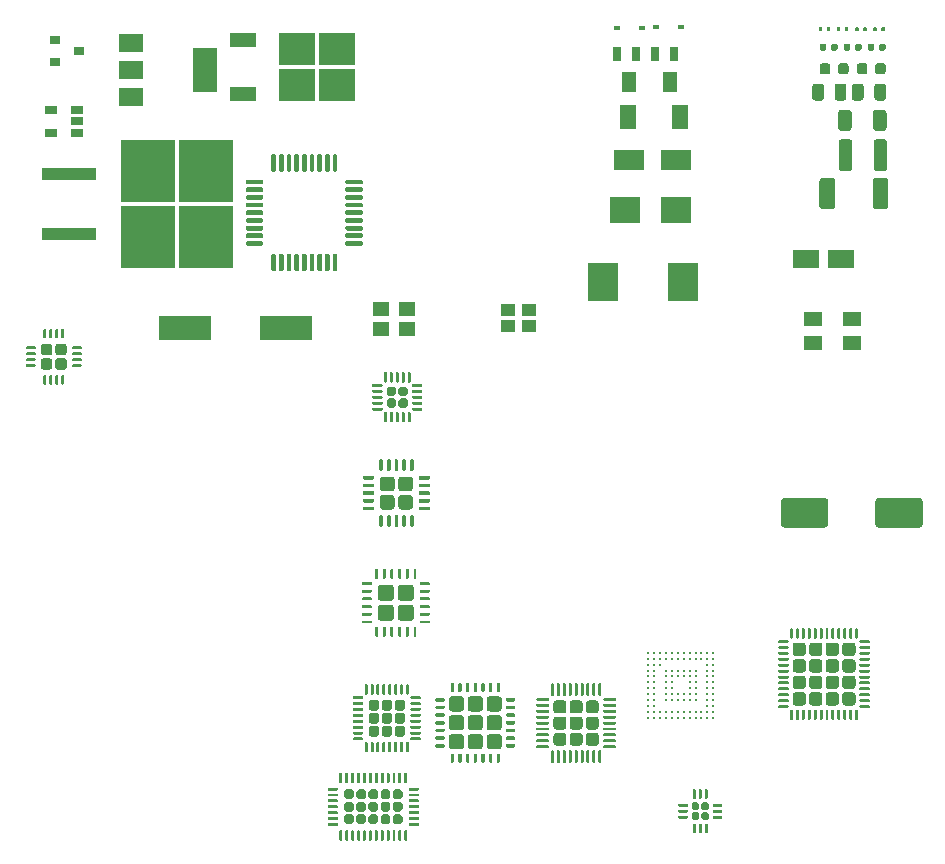
<source format=gbr>
%TF.GenerationSoftware,KiCad,Pcbnew,(5.1.10)-1*%
%TF.CreationDate,2022-01-31T16:37:24-08:00*%
%TF.ProjectId,TMPCB_Footprint-Side,544d5043-425f-4466-9f6f-747072696e74,rev?*%
%TF.SameCoordinates,Original*%
%TF.FileFunction,Paste,Top*%
%TF.FilePolarity,Positive*%
%FSLAX46Y46*%
G04 Gerber Fmt 4.6, Leading zero omitted, Abs format (unit mm)*
G04 Created by KiCad (PCBNEW (5.1.10)-1) date 2022-01-31 16:37:24*
%MOMM*%
%LPD*%
G01*
G04 APERTURE LIST*
%ADD10R,2.200000X1.600000*%
%ADD11R,0.800000X1.200000*%
%ADD12R,0.600000X0.450000*%
%ADD13C,0.250000*%
%ADD14R,1.400000X1.200000*%
%ADD15R,1.600000X1.300000*%
%ADD16R,1.150000X1.000000*%
%ADD17R,2.500000X3.300000*%
%ADD18R,2.500000X2.300000*%
%ADD19R,2.500000X1.800000*%
%ADD20R,1.300000X1.700000*%
%ADD21R,1.400000X2.100000*%
%ADD22R,4.500000X2.000000*%
%ADD23R,4.550000X5.250000*%
%ADD24R,4.600000X1.100000*%
%ADD25R,3.050000X2.750000*%
%ADD26R,2.200000X1.200000*%
%ADD27R,2.000000X1.500000*%
%ADD28R,2.000000X3.800000*%
%ADD29R,1.060000X0.650000*%
%ADD30R,0.900000X0.800000*%
G04 APERTURE END LIST*
%TO.C,CP_Elec_10x10*%
G36*
G01*
X169894000Y-95996000D02*
X169894000Y-93996000D01*
G75*
G02*
X170144000Y-93746000I250000J0D01*
G01*
X173644000Y-93746000D01*
G75*
G02*
X173894000Y-93996000I0J-250000D01*
G01*
X173894000Y-95996000D01*
G75*
G02*
X173644000Y-96246000I-250000J0D01*
G01*
X170144000Y-96246000D01*
G75*
G02*
X169894000Y-95996000I0J250000D01*
G01*
G37*
G36*
G01*
X161894000Y-95996000D02*
X161894000Y-93996000D01*
G75*
G02*
X162144000Y-93746000I250000J0D01*
G01*
X165644000Y-93746000D01*
G75*
G02*
X165894000Y-93996000I0J-250000D01*
G01*
X165894000Y-95996000D01*
G75*
G02*
X165644000Y-96246000I-250000J0D01*
G01*
X162144000Y-96246000D01*
G75*
G02*
X161894000Y-95996000I0J250000D01*
G01*
G37*
%TD*%
D10*
%TO.C,CP_Elec_3x5.3*%
X166981000Y-73533000D03*
X163981000Y-73533000D03*
%TD*%
D11*
%TO.C,REF\u002A\u002A*%
X148044000Y-56134000D03*
X149644000Y-56134000D03*
%TD*%
D12*
%TO.C,REF\u002A\u002A*%
X148048000Y-53975000D03*
X150148000Y-53975000D03*
%TD*%
%TO.C,0805_(2012)*%
G36*
G01*
X164539000Y-59860200D02*
X164539000Y-58910200D01*
G75*
G02*
X164789000Y-58660200I250000J0D01*
G01*
X165289000Y-58660200D01*
G75*
G02*
X165539000Y-58910200I0J-250000D01*
G01*
X165539000Y-59860200D01*
G75*
G02*
X165289000Y-60110200I-250000J0D01*
G01*
X164789000Y-60110200D01*
G75*
G02*
X164539000Y-59860200I0J250000D01*
G01*
G37*
G36*
G01*
X166439000Y-59860200D02*
X166439000Y-58910200D01*
G75*
G02*
X166689000Y-58660200I250000J0D01*
G01*
X167189000Y-58660200D01*
G75*
G02*
X167439000Y-58910200I0J-250000D01*
G01*
X167439000Y-59860200D01*
G75*
G02*
X167189000Y-60110200I-250000J0D01*
G01*
X166689000Y-60110200D01*
G75*
G02*
X166439000Y-59860200I0J250000D01*
G01*
G37*
%TD*%
%TO.C,0201 (0603)*%
G36*
G01*
X166602600Y-54151700D02*
X166602600Y-53950700D01*
G75*
G02*
X166682100Y-53871200I79500J0D01*
G01*
X166841100Y-53871200D01*
G75*
G02*
X166920600Y-53950700I0J-79500D01*
G01*
X166920600Y-54151700D01*
G75*
G02*
X166841100Y-54231200I-79500J0D01*
G01*
X166682100Y-54231200D01*
G75*
G02*
X166602600Y-54151700I0J79500D01*
G01*
G37*
G36*
G01*
X167292600Y-54151700D02*
X167292600Y-53950700D01*
G75*
G02*
X167372100Y-53871200I79500J0D01*
G01*
X167531100Y-53871200D01*
G75*
G02*
X167610600Y-53950700I0J-79500D01*
G01*
X167610600Y-54151700D01*
G75*
G02*
X167531100Y-54231200I-79500J0D01*
G01*
X167372100Y-54231200D01*
G75*
G02*
X167292600Y-54151700I0J79500D01*
G01*
G37*
%TD*%
%TO.C,0402_(1005)*%
G36*
G01*
X168170200Y-55745200D02*
X168170200Y-55405200D01*
G75*
G02*
X168310200Y-55265200I140000J0D01*
G01*
X168590200Y-55265200D01*
G75*
G02*
X168730200Y-55405200I0J-140000D01*
G01*
X168730200Y-55745200D01*
G75*
G02*
X168590200Y-55885200I-140000J0D01*
G01*
X168310200Y-55885200D01*
G75*
G02*
X168170200Y-55745200I0J140000D01*
G01*
G37*
G36*
G01*
X167210200Y-55745200D02*
X167210200Y-55405200D01*
G75*
G02*
X167350200Y-55265200I140000J0D01*
G01*
X167630200Y-55265200D01*
G75*
G02*
X167770200Y-55405200I0J-140000D01*
G01*
X167770200Y-55745200D01*
G75*
G02*
X167630200Y-55885200I-140000J0D01*
G01*
X167350200Y-55885200D01*
G75*
G02*
X167210200Y-55745200I0J140000D01*
G01*
G37*
%TD*%
%TO.C,0603_(1608)*%
G36*
G01*
X165170400Y-57654000D02*
X165170400Y-57154000D01*
G75*
G02*
X165395400Y-56929000I225000J0D01*
G01*
X165845400Y-56929000D01*
G75*
G02*
X166070400Y-57154000I0J-225000D01*
G01*
X166070400Y-57654000D01*
G75*
G02*
X165845400Y-57879000I-225000J0D01*
G01*
X165395400Y-57879000D01*
G75*
G02*
X165170400Y-57654000I0J225000D01*
G01*
G37*
G36*
G01*
X166720400Y-57654000D02*
X166720400Y-57154000D01*
G75*
G02*
X166945400Y-56929000I225000J0D01*
G01*
X167395400Y-56929000D01*
G75*
G02*
X167620400Y-57154000I0J-225000D01*
G01*
X167620400Y-57654000D01*
G75*
G02*
X167395400Y-57879000I-225000J0D01*
G01*
X166945400Y-57879000D01*
G75*
G02*
X166720400Y-57654000I0J225000D01*
G01*
G37*
%TD*%
%TO.C,0402_(1005)*%
G36*
G01*
X165178200Y-55745200D02*
X165178200Y-55405200D01*
G75*
G02*
X165318200Y-55265200I140000J0D01*
G01*
X165598200Y-55265200D01*
G75*
G02*
X165738200Y-55405200I0J-140000D01*
G01*
X165738200Y-55745200D01*
G75*
G02*
X165598200Y-55885200I-140000J0D01*
G01*
X165318200Y-55885200D01*
G75*
G02*
X165178200Y-55745200I0J140000D01*
G01*
G37*
G36*
G01*
X166138200Y-55745200D02*
X166138200Y-55405200D01*
G75*
G02*
X166278200Y-55265200I140000J0D01*
G01*
X166558200Y-55265200D01*
G75*
G02*
X166698200Y-55405200I0J-140000D01*
G01*
X166698200Y-55745200D01*
G75*
G02*
X166558200Y-55885200I-140000J0D01*
G01*
X166278200Y-55885200D01*
G75*
G02*
X166138200Y-55745200I0J140000D01*
G01*
G37*
%TD*%
%TO.C,0201 (0603)*%
G36*
G01*
X165768600Y-54151700D02*
X165768600Y-53950700D01*
G75*
G02*
X165848100Y-53871200I79500J0D01*
G01*
X166007100Y-53871200D01*
G75*
G02*
X166086600Y-53950700I0J-79500D01*
G01*
X166086600Y-54151700D01*
G75*
G02*
X166007100Y-54231200I-79500J0D01*
G01*
X165848100Y-54231200D01*
G75*
G02*
X165768600Y-54151700I0J79500D01*
G01*
G37*
G36*
G01*
X165078600Y-54151700D02*
X165078600Y-53950700D01*
G75*
G02*
X165158100Y-53871200I79500J0D01*
G01*
X165317100Y-53871200D01*
G75*
G02*
X165396600Y-53950700I0J-79500D01*
G01*
X165396600Y-54151700D01*
G75*
G02*
X165317100Y-54231200I-79500J0D01*
G01*
X165158100Y-54231200D01*
G75*
G02*
X165078600Y-54151700I0J79500D01*
G01*
G37*
%TD*%
%TO.C,0201 (0603)*%
G36*
G01*
X168166800Y-54151700D02*
X168166800Y-53950700D01*
G75*
G02*
X168246300Y-53871200I79500J0D01*
G01*
X168405300Y-53871200D01*
G75*
G02*
X168484800Y-53950700I0J-79500D01*
G01*
X168484800Y-54151700D01*
G75*
G02*
X168405300Y-54231200I-79500J0D01*
G01*
X168246300Y-54231200D01*
G75*
G02*
X168166800Y-54151700I0J79500D01*
G01*
G37*
G36*
G01*
X168856800Y-54151700D02*
X168856800Y-53950700D01*
G75*
G02*
X168936300Y-53871200I79500J0D01*
G01*
X169095300Y-53871200D01*
G75*
G02*
X169174800Y-53950700I0J-79500D01*
G01*
X169174800Y-54151700D01*
G75*
G02*
X169095300Y-54231200I-79500J0D01*
G01*
X168936300Y-54231200D01*
G75*
G02*
X168856800Y-54151700I0J79500D01*
G01*
G37*
%TD*%
%TO.C,TQFN-20*%
G36*
G01*
X129486500Y-94480000D02*
X129486500Y-93730000D01*
G75*
G02*
X129736500Y-93480000I250000J0D01*
G01*
X130486500Y-93480000D01*
G75*
G02*
X130736500Y-93730000I0J-250000D01*
G01*
X130736500Y-94480000D01*
G75*
G02*
X130486500Y-94730000I-250000J0D01*
G01*
X129736500Y-94730000D01*
G75*
G02*
X129486500Y-94480000I0J250000D01*
G01*
G37*
G36*
G01*
X129486500Y-92930000D02*
X129486500Y-92180000D01*
G75*
G02*
X129736500Y-91930000I250000J0D01*
G01*
X130486500Y-91930000D01*
G75*
G02*
X130736500Y-92180000I0J-250000D01*
G01*
X130736500Y-92930000D01*
G75*
G02*
X130486500Y-93180000I-250000J0D01*
G01*
X129736500Y-93180000D01*
G75*
G02*
X129486500Y-92930000I0J250000D01*
G01*
G37*
G36*
G01*
X127936500Y-94480000D02*
X127936500Y-93730000D01*
G75*
G02*
X128186500Y-93480000I250000J0D01*
G01*
X128936500Y-93480000D01*
G75*
G02*
X129186500Y-93730000I0J-250000D01*
G01*
X129186500Y-94480000D01*
G75*
G02*
X128936500Y-94730000I-250000J0D01*
G01*
X128186500Y-94730000D01*
G75*
G02*
X127936500Y-94480000I0J250000D01*
G01*
G37*
G36*
G01*
X127936500Y-92930000D02*
X127936500Y-92180000D01*
G75*
G02*
X128186500Y-91930000I250000J0D01*
G01*
X128936500Y-91930000D01*
G75*
G02*
X129186500Y-92180000I0J-250000D01*
G01*
X129186500Y-92930000D01*
G75*
G02*
X128936500Y-93180000I-250000J0D01*
G01*
X128186500Y-93180000D01*
G75*
G02*
X127936500Y-92930000I0J250000D01*
G01*
G37*
G36*
G01*
X127886500Y-91380000D02*
X127886500Y-90555000D01*
G75*
G02*
X127961500Y-90480000I75000J0D01*
G01*
X128111500Y-90480000D01*
G75*
G02*
X128186500Y-90555000I0J-75000D01*
G01*
X128186500Y-91380000D01*
G75*
G02*
X128111500Y-91455000I-75000J0D01*
G01*
X127961500Y-91455000D01*
G75*
G02*
X127886500Y-91380000I0J75000D01*
G01*
G37*
G36*
G01*
X128536500Y-91380000D02*
X128536500Y-90555000D01*
G75*
G02*
X128611500Y-90480000I75000J0D01*
G01*
X128761500Y-90480000D01*
G75*
G02*
X128836500Y-90555000I0J-75000D01*
G01*
X128836500Y-91380000D01*
G75*
G02*
X128761500Y-91455000I-75000J0D01*
G01*
X128611500Y-91455000D01*
G75*
G02*
X128536500Y-91380000I0J75000D01*
G01*
G37*
G36*
G01*
X129186500Y-91380000D02*
X129186500Y-90555000D01*
G75*
G02*
X129261500Y-90480000I75000J0D01*
G01*
X129411500Y-90480000D01*
G75*
G02*
X129486500Y-90555000I0J-75000D01*
G01*
X129486500Y-91380000D01*
G75*
G02*
X129411500Y-91455000I-75000J0D01*
G01*
X129261500Y-91455000D01*
G75*
G02*
X129186500Y-91380000I0J75000D01*
G01*
G37*
G36*
G01*
X129836500Y-91380000D02*
X129836500Y-90555000D01*
G75*
G02*
X129911500Y-90480000I75000J0D01*
G01*
X130061500Y-90480000D01*
G75*
G02*
X130136500Y-90555000I0J-75000D01*
G01*
X130136500Y-91380000D01*
G75*
G02*
X130061500Y-91455000I-75000J0D01*
G01*
X129911500Y-91455000D01*
G75*
G02*
X129836500Y-91380000I0J75000D01*
G01*
G37*
G36*
G01*
X130486500Y-91380000D02*
X130486500Y-90555000D01*
G75*
G02*
X130561500Y-90480000I75000J0D01*
G01*
X130711500Y-90480000D01*
G75*
G02*
X130786500Y-90555000I0J-75000D01*
G01*
X130786500Y-91380000D01*
G75*
G02*
X130711500Y-91455000I-75000J0D01*
G01*
X130561500Y-91455000D01*
G75*
G02*
X130486500Y-91380000I0J75000D01*
G01*
G37*
G36*
G01*
X131211500Y-92105000D02*
X131211500Y-91955000D01*
G75*
G02*
X131286500Y-91880000I75000J0D01*
G01*
X132111500Y-91880000D01*
G75*
G02*
X132186500Y-91955000I0J-75000D01*
G01*
X132186500Y-92105000D01*
G75*
G02*
X132111500Y-92180000I-75000J0D01*
G01*
X131286500Y-92180000D01*
G75*
G02*
X131211500Y-92105000I0J75000D01*
G01*
G37*
G36*
G01*
X131211500Y-92755000D02*
X131211500Y-92605000D01*
G75*
G02*
X131286500Y-92530000I75000J0D01*
G01*
X132111500Y-92530000D01*
G75*
G02*
X132186500Y-92605000I0J-75000D01*
G01*
X132186500Y-92755000D01*
G75*
G02*
X132111500Y-92830000I-75000J0D01*
G01*
X131286500Y-92830000D01*
G75*
G02*
X131211500Y-92755000I0J75000D01*
G01*
G37*
G36*
G01*
X131211500Y-93405000D02*
X131211500Y-93255000D01*
G75*
G02*
X131286500Y-93180000I75000J0D01*
G01*
X132111500Y-93180000D01*
G75*
G02*
X132186500Y-93255000I0J-75000D01*
G01*
X132186500Y-93405000D01*
G75*
G02*
X132111500Y-93480000I-75000J0D01*
G01*
X131286500Y-93480000D01*
G75*
G02*
X131211500Y-93405000I0J75000D01*
G01*
G37*
G36*
G01*
X131211500Y-94055000D02*
X131211500Y-93905000D01*
G75*
G02*
X131286500Y-93830000I75000J0D01*
G01*
X132111500Y-93830000D01*
G75*
G02*
X132186500Y-93905000I0J-75000D01*
G01*
X132186500Y-94055000D01*
G75*
G02*
X132111500Y-94130000I-75000J0D01*
G01*
X131286500Y-94130000D01*
G75*
G02*
X131211500Y-94055000I0J75000D01*
G01*
G37*
G36*
G01*
X131211500Y-94705000D02*
X131211500Y-94555000D01*
G75*
G02*
X131286500Y-94480000I75000J0D01*
G01*
X132111500Y-94480000D01*
G75*
G02*
X132186500Y-94555000I0J-75000D01*
G01*
X132186500Y-94705000D01*
G75*
G02*
X132111500Y-94780000I-75000J0D01*
G01*
X131286500Y-94780000D01*
G75*
G02*
X131211500Y-94705000I0J75000D01*
G01*
G37*
G36*
G01*
X130486500Y-96105000D02*
X130486500Y-95280000D01*
G75*
G02*
X130561500Y-95205000I75000J0D01*
G01*
X130711500Y-95205000D01*
G75*
G02*
X130786500Y-95280000I0J-75000D01*
G01*
X130786500Y-96105000D01*
G75*
G02*
X130711500Y-96180000I-75000J0D01*
G01*
X130561500Y-96180000D01*
G75*
G02*
X130486500Y-96105000I0J75000D01*
G01*
G37*
G36*
G01*
X129836500Y-96105000D02*
X129836500Y-95280000D01*
G75*
G02*
X129911500Y-95205000I75000J0D01*
G01*
X130061500Y-95205000D01*
G75*
G02*
X130136500Y-95280000I0J-75000D01*
G01*
X130136500Y-96105000D01*
G75*
G02*
X130061500Y-96180000I-75000J0D01*
G01*
X129911500Y-96180000D01*
G75*
G02*
X129836500Y-96105000I0J75000D01*
G01*
G37*
G36*
G01*
X129186500Y-96105000D02*
X129186500Y-95280000D01*
G75*
G02*
X129261500Y-95205000I75000J0D01*
G01*
X129411500Y-95205000D01*
G75*
G02*
X129486500Y-95280000I0J-75000D01*
G01*
X129486500Y-96105000D01*
G75*
G02*
X129411500Y-96180000I-75000J0D01*
G01*
X129261500Y-96180000D01*
G75*
G02*
X129186500Y-96105000I0J75000D01*
G01*
G37*
G36*
G01*
X128536500Y-96105000D02*
X128536500Y-95280000D01*
G75*
G02*
X128611500Y-95205000I75000J0D01*
G01*
X128761500Y-95205000D01*
G75*
G02*
X128836500Y-95280000I0J-75000D01*
G01*
X128836500Y-96105000D01*
G75*
G02*
X128761500Y-96180000I-75000J0D01*
G01*
X128611500Y-96180000D01*
G75*
G02*
X128536500Y-96105000I0J75000D01*
G01*
G37*
G36*
G01*
X127886500Y-96105000D02*
X127886500Y-95280000D01*
G75*
G02*
X127961500Y-95205000I75000J0D01*
G01*
X128111500Y-95205000D01*
G75*
G02*
X128186500Y-95280000I0J-75000D01*
G01*
X128186500Y-96105000D01*
G75*
G02*
X128111500Y-96180000I-75000J0D01*
G01*
X127961500Y-96180000D01*
G75*
G02*
X127886500Y-96105000I0J75000D01*
G01*
G37*
G36*
G01*
X126486500Y-94705000D02*
X126486500Y-94555000D01*
G75*
G02*
X126561500Y-94480000I75000J0D01*
G01*
X127386500Y-94480000D01*
G75*
G02*
X127461500Y-94555000I0J-75000D01*
G01*
X127461500Y-94705000D01*
G75*
G02*
X127386500Y-94780000I-75000J0D01*
G01*
X126561500Y-94780000D01*
G75*
G02*
X126486500Y-94705000I0J75000D01*
G01*
G37*
G36*
G01*
X126486500Y-94055000D02*
X126486500Y-93905000D01*
G75*
G02*
X126561500Y-93830000I75000J0D01*
G01*
X127386500Y-93830000D01*
G75*
G02*
X127461500Y-93905000I0J-75000D01*
G01*
X127461500Y-94055000D01*
G75*
G02*
X127386500Y-94130000I-75000J0D01*
G01*
X126561500Y-94130000D01*
G75*
G02*
X126486500Y-94055000I0J75000D01*
G01*
G37*
G36*
G01*
X126486500Y-93405000D02*
X126486500Y-93255000D01*
G75*
G02*
X126561500Y-93180000I75000J0D01*
G01*
X127386500Y-93180000D01*
G75*
G02*
X127461500Y-93255000I0J-75000D01*
G01*
X127461500Y-93405000D01*
G75*
G02*
X127386500Y-93480000I-75000J0D01*
G01*
X126561500Y-93480000D01*
G75*
G02*
X126486500Y-93405000I0J75000D01*
G01*
G37*
G36*
G01*
X126486500Y-92755000D02*
X126486500Y-92605000D01*
G75*
G02*
X126561500Y-92530000I75000J0D01*
G01*
X127386500Y-92530000D01*
G75*
G02*
X127461500Y-92605000I0J-75000D01*
G01*
X127461500Y-92755000D01*
G75*
G02*
X127386500Y-92830000I-75000J0D01*
G01*
X126561500Y-92830000D01*
G75*
G02*
X126486500Y-92755000I0J75000D01*
G01*
G37*
G36*
G01*
X126486500Y-92105000D02*
X126486500Y-91955000D01*
G75*
G02*
X126561500Y-91880000I75000J0D01*
G01*
X127386500Y-91880000D01*
G75*
G02*
X127461500Y-91955000I0J-75000D01*
G01*
X127461500Y-92105000D01*
G75*
G02*
X127386500Y-92180000I-75000J0D01*
G01*
X126561500Y-92180000D01*
G75*
G02*
X126486500Y-92105000I0J75000D01*
G01*
G37*
%TD*%
%TO.C,QFN-48*%
G36*
G01*
X167078000Y-111068000D02*
X167078000Y-110438000D01*
G75*
G02*
X167328000Y-110188000I250000J0D01*
G01*
X167958000Y-110188000D01*
G75*
G02*
X168208000Y-110438000I0J-250000D01*
G01*
X168208000Y-111068000D01*
G75*
G02*
X167958000Y-111318000I-250000J0D01*
G01*
X167328000Y-111318000D01*
G75*
G02*
X167078000Y-111068000I0J250000D01*
G01*
G37*
G36*
G01*
X167078000Y-109668000D02*
X167078000Y-109038000D01*
G75*
G02*
X167328000Y-108788000I250000J0D01*
G01*
X167958000Y-108788000D01*
G75*
G02*
X168208000Y-109038000I0J-250000D01*
G01*
X168208000Y-109668000D01*
G75*
G02*
X167958000Y-109918000I-250000J0D01*
G01*
X167328000Y-109918000D01*
G75*
G02*
X167078000Y-109668000I0J250000D01*
G01*
G37*
G36*
G01*
X167078000Y-108268000D02*
X167078000Y-107638000D01*
G75*
G02*
X167328000Y-107388000I250000J0D01*
G01*
X167958000Y-107388000D01*
G75*
G02*
X168208000Y-107638000I0J-250000D01*
G01*
X168208000Y-108268000D01*
G75*
G02*
X167958000Y-108518000I-250000J0D01*
G01*
X167328000Y-108518000D01*
G75*
G02*
X167078000Y-108268000I0J250000D01*
G01*
G37*
G36*
G01*
X167078000Y-106868000D02*
X167078000Y-106238000D01*
G75*
G02*
X167328000Y-105988000I250000J0D01*
G01*
X167958000Y-105988000D01*
G75*
G02*
X168208000Y-106238000I0J-250000D01*
G01*
X168208000Y-106868000D01*
G75*
G02*
X167958000Y-107118000I-250000J0D01*
G01*
X167328000Y-107118000D01*
G75*
G02*
X167078000Y-106868000I0J250000D01*
G01*
G37*
G36*
G01*
X165678000Y-111068000D02*
X165678000Y-110438000D01*
G75*
G02*
X165928000Y-110188000I250000J0D01*
G01*
X166558000Y-110188000D01*
G75*
G02*
X166808000Y-110438000I0J-250000D01*
G01*
X166808000Y-111068000D01*
G75*
G02*
X166558000Y-111318000I-250000J0D01*
G01*
X165928000Y-111318000D01*
G75*
G02*
X165678000Y-111068000I0J250000D01*
G01*
G37*
G36*
G01*
X165678000Y-109668000D02*
X165678000Y-109038000D01*
G75*
G02*
X165928000Y-108788000I250000J0D01*
G01*
X166558000Y-108788000D01*
G75*
G02*
X166808000Y-109038000I0J-250000D01*
G01*
X166808000Y-109668000D01*
G75*
G02*
X166558000Y-109918000I-250000J0D01*
G01*
X165928000Y-109918000D01*
G75*
G02*
X165678000Y-109668000I0J250000D01*
G01*
G37*
G36*
G01*
X165678000Y-108268000D02*
X165678000Y-107638000D01*
G75*
G02*
X165928000Y-107388000I250000J0D01*
G01*
X166558000Y-107388000D01*
G75*
G02*
X166808000Y-107638000I0J-250000D01*
G01*
X166808000Y-108268000D01*
G75*
G02*
X166558000Y-108518000I-250000J0D01*
G01*
X165928000Y-108518000D01*
G75*
G02*
X165678000Y-108268000I0J250000D01*
G01*
G37*
G36*
G01*
X165678000Y-106868000D02*
X165678000Y-106238000D01*
G75*
G02*
X165928000Y-105988000I250000J0D01*
G01*
X166558000Y-105988000D01*
G75*
G02*
X166808000Y-106238000I0J-250000D01*
G01*
X166808000Y-106868000D01*
G75*
G02*
X166558000Y-107118000I-250000J0D01*
G01*
X165928000Y-107118000D01*
G75*
G02*
X165678000Y-106868000I0J250000D01*
G01*
G37*
G36*
G01*
X164278000Y-111068000D02*
X164278000Y-110438000D01*
G75*
G02*
X164528000Y-110188000I250000J0D01*
G01*
X165158000Y-110188000D01*
G75*
G02*
X165408000Y-110438000I0J-250000D01*
G01*
X165408000Y-111068000D01*
G75*
G02*
X165158000Y-111318000I-250000J0D01*
G01*
X164528000Y-111318000D01*
G75*
G02*
X164278000Y-111068000I0J250000D01*
G01*
G37*
G36*
G01*
X164278000Y-109668000D02*
X164278000Y-109038000D01*
G75*
G02*
X164528000Y-108788000I250000J0D01*
G01*
X165158000Y-108788000D01*
G75*
G02*
X165408000Y-109038000I0J-250000D01*
G01*
X165408000Y-109668000D01*
G75*
G02*
X165158000Y-109918000I-250000J0D01*
G01*
X164528000Y-109918000D01*
G75*
G02*
X164278000Y-109668000I0J250000D01*
G01*
G37*
G36*
G01*
X164278000Y-108268000D02*
X164278000Y-107638000D01*
G75*
G02*
X164528000Y-107388000I250000J0D01*
G01*
X165158000Y-107388000D01*
G75*
G02*
X165408000Y-107638000I0J-250000D01*
G01*
X165408000Y-108268000D01*
G75*
G02*
X165158000Y-108518000I-250000J0D01*
G01*
X164528000Y-108518000D01*
G75*
G02*
X164278000Y-108268000I0J250000D01*
G01*
G37*
G36*
G01*
X164278000Y-106868000D02*
X164278000Y-106238000D01*
G75*
G02*
X164528000Y-105988000I250000J0D01*
G01*
X165158000Y-105988000D01*
G75*
G02*
X165408000Y-106238000I0J-250000D01*
G01*
X165408000Y-106868000D01*
G75*
G02*
X165158000Y-107118000I-250000J0D01*
G01*
X164528000Y-107118000D01*
G75*
G02*
X164278000Y-106868000I0J250000D01*
G01*
G37*
G36*
G01*
X162878000Y-111068000D02*
X162878000Y-110438000D01*
G75*
G02*
X163128000Y-110188000I250000J0D01*
G01*
X163758000Y-110188000D01*
G75*
G02*
X164008000Y-110438000I0J-250000D01*
G01*
X164008000Y-111068000D01*
G75*
G02*
X163758000Y-111318000I-250000J0D01*
G01*
X163128000Y-111318000D01*
G75*
G02*
X162878000Y-111068000I0J250000D01*
G01*
G37*
G36*
G01*
X162878000Y-109668000D02*
X162878000Y-109038000D01*
G75*
G02*
X163128000Y-108788000I250000J0D01*
G01*
X163758000Y-108788000D01*
G75*
G02*
X164008000Y-109038000I0J-250000D01*
G01*
X164008000Y-109668000D01*
G75*
G02*
X163758000Y-109918000I-250000J0D01*
G01*
X163128000Y-109918000D01*
G75*
G02*
X162878000Y-109668000I0J250000D01*
G01*
G37*
G36*
G01*
X162878000Y-108268000D02*
X162878000Y-107638000D01*
G75*
G02*
X163128000Y-107388000I250000J0D01*
G01*
X163758000Y-107388000D01*
G75*
G02*
X164008000Y-107638000I0J-250000D01*
G01*
X164008000Y-108268000D01*
G75*
G02*
X163758000Y-108518000I-250000J0D01*
G01*
X163128000Y-108518000D01*
G75*
G02*
X162878000Y-108268000I0J250000D01*
G01*
G37*
G36*
G01*
X162878000Y-106868000D02*
X162878000Y-106238000D01*
G75*
G02*
X163128000Y-105988000I250000J0D01*
G01*
X163758000Y-105988000D01*
G75*
G02*
X164008000Y-106238000I0J-250000D01*
G01*
X164008000Y-106868000D01*
G75*
G02*
X163758000Y-107118000I-250000J0D01*
G01*
X163128000Y-107118000D01*
G75*
G02*
X162878000Y-106868000I0J250000D01*
G01*
G37*
G36*
G01*
X162668000Y-105590500D02*
X162668000Y-104840500D01*
G75*
G02*
X162730500Y-104778000I62500J0D01*
G01*
X162855500Y-104778000D01*
G75*
G02*
X162918000Y-104840500I0J-62500D01*
G01*
X162918000Y-105590500D01*
G75*
G02*
X162855500Y-105653000I-62500J0D01*
G01*
X162730500Y-105653000D01*
G75*
G02*
X162668000Y-105590500I0J62500D01*
G01*
G37*
G36*
G01*
X163168000Y-105590500D02*
X163168000Y-104840500D01*
G75*
G02*
X163230500Y-104778000I62500J0D01*
G01*
X163355500Y-104778000D01*
G75*
G02*
X163418000Y-104840500I0J-62500D01*
G01*
X163418000Y-105590500D01*
G75*
G02*
X163355500Y-105653000I-62500J0D01*
G01*
X163230500Y-105653000D01*
G75*
G02*
X163168000Y-105590500I0J62500D01*
G01*
G37*
G36*
G01*
X163668000Y-105590500D02*
X163668000Y-104840500D01*
G75*
G02*
X163730500Y-104778000I62500J0D01*
G01*
X163855500Y-104778000D01*
G75*
G02*
X163918000Y-104840500I0J-62500D01*
G01*
X163918000Y-105590500D01*
G75*
G02*
X163855500Y-105653000I-62500J0D01*
G01*
X163730500Y-105653000D01*
G75*
G02*
X163668000Y-105590500I0J62500D01*
G01*
G37*
G36*
G01*
X164168000Y-105590500D02*
X164168000Y-104840500D01*
G75*
G02*
X164230500Y-104778000I62500J0D01*
G01*
X164355500Y-104778000D01*
G75*
G02*
X164418000Y-104840500I0J-62500D01*
G01*
X164418000Y-105590500D01*
G75*
G02*
X164355500Y-105653000I-62500J0D01*
G01*
X164230500Y-105653000D01*
G75*
G02*
X164168000Y-105590500I0J62500D01*
G01*
G37*
G36*
G01*
X164668000Y-105590500D02*
X164668000Y-104840500D01*
G75*
G02*
X164730500Y-104778000I62500J0D01*
G01*
X164855500Y-104778000D01*
G75*
G02*
X164918000Y-104840500I0J-62500D01*
G01*
X164918000Y-105590500D01*
G75*
G02*
X164855500Y-105653000I-62500J0D01*
G01*
X164730500Y-105653000D01*
G75*
G02*
X164668000Y-105590500I0J62500D01*
G01*
G37*
G36*
G01*
X165168000Y-105590500D02*
X165168000Y-104840500D01*
G75*
G02*
X165230500Y-104778000I62500J0D01*
G01*
X165355500Y-104778000D01*
G75*
G02*
X165418000Y-104840500I0J-62500D01*
G01*
X165418000Y-105590500D01*
G75*
G02*
X165355500Y-105653000I-62500J0D01*
G01*
X165230500Y-105653000D01*
G75*
G02*
X165168000Y-105590500I0J62500D01*
G01*
G37*
G36*
G01*
X165668000Y-105590500D02*
X165668000Y-104840500D01*
G75*
G02*
X165730500Y-104778000I62500J0D01*
G01*
X165855500Y-104778000D01*
G75*
G02*
X165918000Y-104840500I0J-62500D01*
G01*
X165918000Y-105590500D01*
G75*
G02*
X165855500Y-105653000I-62500J0D01*
G01*
X165730500Y-105653000D01*
G75*
G02*
X165668000Y-105590500I0J62500D01*
G01*
G37*
G36*
G01*
X166168000Y-105590500D02*
X166168000Y-104840500D01*
G75*
G02*
X166230500Y-104778000I62500J0D01*
G01*
X166355500Y-104778000D01*
G75*
G02*
X166418000Y-104840500I0J-62500D01*
G01*
X166418000Y-105590500D01*
G75*
G02*
X166355500Y-105653000I-62500J0D01*
G01*
X166230500Y-105653000D01*
G75*
G02*
X166168000Y-105590500I0J62500D01*
G01*
G37*
G36*
G01*
X166668000Y-105590500D02*
X166668000Y-104840500D01*
G75*
G02*
X166730500Y-104778000I62500J0D01*
G01*
X166855500Y-104778000D01*
G75*
G02*
X166918000Y-104840500I0J-62500D01*
G01*
X166918000Y-105590500D01*
G75*
G02*
X166855500Y-105653000I-62500J0D01*
G01*
X166730500Y-105653000D01*
G75*
G02*
X166668000Y-105590500I0J62500D01*
G01*
G37*
G36*
G01*
X167168000Y-105590500D02*
X167168000Y-104840500D01*
G75*
G02*
X167230500Y-104778000I62500J0D01*
G01*
X167355500Y-104778000D01*
G75*
G02*
X167418000Y-104840500I0J-62500D01*
G01*
X167418000Y-105590500D01*
G75*
G02*
X167355500Y-105653000I-62500J0D01*
G01*
X167230500Y-105653000D01*
G75*
G02*
X167168000Y-105590500I0J62500D01*
G01*
G37*
G36*
G01*
X167668000Y-105590500D02*
X167668000Y-104840500D01*
G75*
G02*
X167730500Y-104778000I62500J0D01*
G01*
X167855500Y-104778000D01*
G75*
G02*
X167918000Y-104840500I0J-62500D01*
G01*
X167918000Y-105590500D01*
G75*
G02*
X167855500Y-105653000I-62500J0D01*
G01*
X167730500Y-105653000D01*
G75*
G02*
X167668000Y-105590500I0J62500D01*
G01*
G37*
G36*
G01*
X168168000Y-105590500D02*
X168168000Y-104840500D01*
G75*
G02*
X168230500Y-104778000I62500J0D01*
G01*
X168355500Y-104778000D01*
G75*
G02*
X168418000Y-104840500I0J-62500D01*
G01*
X168418000Y-105590500D01*
G75*
G02*
X168355500Y-105653000I-62500J0D01*
G01*
X168230500Y-105653000D01*
G75*
G02*
X168168000Y-105590500I0J62500D01*
G01*
G37*
G36*
G01*
X168543000Y-105965500D02*
X168543000Y-105840500D01*
G75*
G02*
X168605500Y-105778000I62500J0D01*
G01*
X169355500Y-105778000D01*
G75*
G02*
X169418000Y-105840500I0J-62500D01*
G01*
X169418000Y-105965500D01*
G75*
G02*
X169355500Y-106028000I-62500J0D01*
G01*
X168605500Y-106028000D01*
G75*
G02*
X168543000Y-105965500I0J62500D01*
G01*
G37*
G36*
G01*
X168543000Y-106465500D02*
X168543000Y-106340500D01*
G75*
G02*
X168605500Y-106278000I62500J0D01*
G01*
X169355500Y-106278000D01*
G75*
G02*
X169418000Y-106340500I0J-62500D01*
G01*
X169418000Y-106465500D01*
G75*
G02*
X169355500Y-106528000I-62500J0D01*
G01*
X168605500Y-106528000D01*
G75*
G02*
X168543000Y-106465500I0J62500D01*
G01*
G37*
G36*
G01*
X168543000Y-106965500D02*
X168543000Y-106840500D01*
G75*
G02*
X168605500Y-106778000I62500J0D01*
G01*
X169355500Y-106778000D01*
G75*
G02*
X169418000Y-106840500I0J-62500D01*
G01*
X169418000Y-106965500D01*
G75*
G02*
X169355500Y-107028000I-62500J0D01*
G01*
X168605500Y-107028000D01*
G75*
G02*
X168543000Y-106965500I0J62500D01*
G01*
G37*
G36*
G01*
X168543000Y-107465500D02*
X168543000Y-107340500D01*
G75*
G02*
X168605500Y-107278000I62500J0D01*
G01*
X169355500Y-107278000D01*
G75*
G02*
X169418000Y-107340500I0J-62500D01*
G01*
X169418000Y-107465500D01*
G75*
G02*
X169355500Y-107528000I-62500J0D01*
G01*
X168605500Y-107528000D01*
G75*
G02*
X168543000Y-107465500I0J62500D01*
G01*
G37*
G36*
G01*
X168543000Y-107965500D02*
X168543000Y-107840500D01*
G75*
G02*
X168605500Y-107778000I62500J0D01*
G01*
X169355500Y-107778000D01*
G75*
G02*
X169418000Y-107840500I0J-62500D01*
G01*
X169418000Y-107965500D01*
G75*
G02*
X169355500Y-108028000I-62500J0D01*
G01*
X168605500Y-108028000D01*
G75*
G02*
X168543000Y-107965500I0J62500D01*
G01*
G37*
G36*
G01*
X168543000Y-108465500D02*
X168543000Y-108340500D01*
G75*
G02*
X168605500Y-108278000I62500J0D01*
G01*
X169355500Y-108278000D01*
G75*
G02*
X169418000Y-108340500I0J-62500D01*
G01*
X169418000Y-108465500D01*
G75*
G02*
X169355500Y-108528000I-62500J0D01*
G01*
X168605500Y-108528000D01*
G75*
G02*
X168543000Y-108465500I0J62500D01*
G01*
G37*
G36*
G01*
X168543000Y-108965500D02*
X168543000Y-108840500D01*
G75*
G02*
X168605500Y-108778000I62500J0D01*
G01*
X169355500Y-108778000D01*
G75*
G02*
X169418000Y-108840500I0J-62500D01*
G01*
X169418000Y-108965500D01*
G75*
G02*
X169355500Y-109028000I-62500J0D01*
G01*
X168605500Y-109028000D01*
G75*
G02*
X168543000Y-108965500I0J62500D01*
G01*
G37*
G36*
G01*
X168543000Y-109465500D02*
X168543000Y-109340500D01*
G75*
G02*
X168605500Y-109278000I62500J0D01*
G01*
X169355500Y-109278000D01*
G75*
G02*
X169418000Y-109340500I0J-62500D01*
G01*
X169418000Y-109465500D01*
G75*
G02*
X169355500Y-109528000I-62500J0D01*
G01*
X168605500Y-109528000D01*
G75*
G02*
X168543000Y-109465500I0J62500D01*
G01*
G37*
G36*
G01*
X168543000Y-109965500D02*
X168543000Y-109840500D01*
G75*
G02*
X168605500Y-109778000I62500J0D01*
G01*
X169355500Y-109778000D01*
G75*
G02*
X169418000Y-109840500I0J-62500D01*
G01*
X169418000Y-109965500D01*
G75*
G02*
X169355500Y-110028000I-62500J0D01*
G01*
X168605500Y-110028000D01*
G75*
G02*
X168543000Y-109965500I0J62500D01*
G01*
G37*
G36*
G01*
X168543000Y-110465500D02*
X168543000Y-110340500D01*
G75*
G02*
X168605500Y-110278000I62500J0D01*
G01*
X169355500Y-110278000D01*
G75*
G02*
X169418000Y-110340500I0J-62500D01*
G01*
X169418000Y-110465500D01*
G75*
G02*
X169355500Y-110528000I-62500J0D01*
G01*
X168605500Y-110528000D01*
G75*
G02*
X168543000Y-110465500I0J62500D01*
G01*
G37*
G36*
G01*
X168543000Y-110965500D02*
X168543000Y-110840500D01*
G75*
G02*
X168605500Y-110778000I62500J0D01*
G01*
X169355500Y-110778000D01*
G75*
G02*
X169418000Y-110840500I0J-62500D01*
G01*
X169418000Y-110965500D01*
G75*
G02*
X169355500Y-111028000I-62500J0D01*
G01*
X168605500Y-111028000D01*
G75*
G02*
X168543000Y-110965500I0J62500D01*
G01*
G37*
G36*
G01*
X168543000Y-111465500D02*
X168543000Y-111340500D01*
G75*
G02*
X168605500Y-111278000I62500J0D01*
G01*
X169355500Y-111278000D01*
G75*
G02*
X169418000Y-111340500I0J-62500D01*
G01*
X169418000Y-111465500D01*
G75*
G02*
X169355500Y-111528000I-62500J0D01*
G01*
X168605500Y-111528000D01*
G75*
G02*
X168543000Y-111465500I0J62500D01*
G01*
G37*
G36*
G01*
X168168000Y-112465500D02*
X168168000Y-111715500D01*
G75*
G02*
X168230500Y-111653000I62500J0D01*
G01*
X168355500Y-111653000D01*
G75*
G02*
X168418000Y-111715500I0J-62500D01*
G01*
X168418000Y-112465500D01*
G75*
G02*
X168355500Y-112528000I-62500J0D01*
G01*
X168230500Y-112528000D01*
G75*
G02*
X168168000Y-112465500I0J62500D01*
G01*
G37*
G36*
G01*
X167668000Y-112465500D02*
X167668000Y-111715500D01*
G75*
G02*
X167730500Y-111653000I62500J0D01*
G01*
X167855500Y-111653000D01*
G75*
G02*
X167918000Y-111715500I0J-62500D01*
G01*
X167918000Y-112465500D01*
G75*
G02*
X167855500Y-112528000I-62500J0D01*
G01*
X167730500Y-112528000D01*
G75*
G02*
X167668000Y-112465500I0J62500D01*
G01*
G37*
G36*
G01*
X167168000Y-112465500D02*
X167168000Y-111715500D01*
G75*
G02*
X167230500Y-111653000I62500J0D01*
G01*
X167355500Y-111653000D01*
G75*
G02*
X167418000Y-111715500I0J-62500D01*
G01*
X167418000Y-112465500D01*
G75*
G02*
X167355500Y-112528000I-62500J0D01*
G01*
X167230500Y-112528000D01*
G75*
G02*
X167168000Y-112465500I0J62500D01*
G01*
G37*
G36*
G01*
X166668000Y-112465500D02*
X166668000Y-111715500D01*
G75*
G02*
X166730500Y-111653000I62500J0D01*
G01*
X166855500Y-111653000D01*
G75*
G02*
X166918000Y-111715500I0J-62500D01*
G01*
X166918000Y-112465500D01*
G75*
G02*
X166855500Y-112528000I-62500J0D01*
G01*
X166730500Y-112528000D01*
G75*
G02*
X166668000Y-112465500I0J62500D01*
G01*
G37*
G36*
G01*
X166168000Y-112465500D02*
X166168000Y-111715500D01*
G75*
G02*
X166230500Y-111653000I62500J0D01*
G01*
X166355500Y-111653000D01*
G75*
G02*
X166418000Y-111715500I0J-62500D01*
G01*
X166418000Y-112465500D01*
G75*
G02*
X166355500Y-112528000I-62500J0D01*
G01*
X166230500Y-112528000D01*
G75*
G02*
X166168000Y-112465500I0J62500D01*
G01*
G37*
G36*
G01*
X165668000Y-112465500D02*
X165668000Y-111715500D01*
G75*
G02*
X165730500Y-111653000I62500J0D01*
G01*
X165855500Y-111653000D01*
G75*
G02*
X165918000Y-111715500I0J-62500D01*
G01*
X165918000Y-112465500D01*
G75*
G02*
X165855500Y-112528000I-62500J0D01*
G01*
X165730500Y-112528000D01*
G75*
G02*
X165668000Y-112465500I0J62500D01*
G01*
G37*
G36*
G01*
X165168000Y-112465500D02*
X165168000Y-111715500D01*
G75*
G02*
X165230500Y-111653000I62500J0D01*
G01*
X165355500Y-111653000D01*
G75*
G02*
X165418000Y-111715500I0J-62500D01*
G01*
X165418000Y-112465500D01*
G75*
G02*
X165355500Y-112528000I-62500J0D01*
G01*
X165230500Y-112528000D01*
G75*
G02*
X165168000Y-112465500I0J62500D01*
G01*
G37*
G36*
G01*
X164668000Y-112465500D02*
X164668000Y-111715500D01*
G75*
G02*
X164730500Y-111653000I62500J0D01*
G01*
X164855500Y-111653000D01*
G75*
G02*
X164918000Y-111715500I0J-62500D01*
G01*
X164918000Y-112465500D01*
G75*
G02*
X164855500Y-112528000I-62500J0D01*
G01*
X164730500Y-112528000D01*
G75*
G02*
X164668000Y-112465500I0J62500D01*
G01*
G37*
G36*
G01*
X164168000Y-112465500D02*
X164168000Y-111715500D01*
G75*
G02*
X164230500Y-111653000I62500J0D01*
G01*
X164355500Y-111653000D01*
G75*
G02*
X164418000Y-111715500I0J-62500D01*
G01*
X164418000Y-112465500D01*
G75*
G02*
X164355500Y-112528000I-62500J0D01*
G01*
X164230500Y-112528000D01*
G75*
G02*
X164168000Y-112465500I0J62500D01*
G01*
G37*
G36*
G01*
X163668000Y-112465500D02*
X163668000Y-111715500D01*
G75*
G02*
X163730500Y-111653000I62500J0D01*
G01*
X163855500Y-111653000D01*
G75*
G02*
X163918000Y-111715500I0J-62500D01*
G01*
X163918000Y-112465500D01*
G75*
G02*
X163855500Y-112528000I-62500J0D01*
G01*
X163730500Y-112528000D01*
G75*
G02*
X163668000Y-112465500I0J62500D01*
G01*
G37*
G36*
G01*
X163168000Y-112465500D02*
X163168000Y-111715500D01*
G75*
G02*
X163230500Y-111653000I62500J0D01*
G01*
X163355500Y-111653000D01*
G75*
G02*
X163418000Y-111715500I0J-62500D01*
G01*
X163418000Y-112465500D01*
G75*
G02*
X163355500Y-112528000I-62500J0D01*
G01*
X163230500Y-112528000D01*
G75*
G02*
X163168000Y-112465500I0J62500D01*
G01*
G37*
G36*
G01*
X162668000Y-112465500D02*
X162668000Y-111715500D01*
G75*
G02*
X162730500Y-111653000I62500J0D01*
G01*
X162855500Y-111653000D01*
G75*
G02*
X162918000Y-111715500I0J-62500D01*
G01*
X162918000Y-112465500D01*
G75*
G02*
X162855500Y-112528000I-62500J0D01*
G01*
X162730500Y-112528000D01*
G75*
G02*
X162668000Y-112465500I0J62500D01*
G01*
G37*
G36*
G01*
X161668000Y-111465500D02*
X161668000Y-111340500D01*
G75*
G02*
X161730500Y-111278000I62500J0D01*
G01*
X162480500Y-111278000D01*
G75*
G02*
X162543000Y-111340500I0J-62500D01*
G01*
X162543000Y-111465500D01*
G75*
G02*
X162480500Y-111528000I-62500J0D01*
G01*
X161730500Y-111528000D01*
G75*
G02*
X161668000Y-111465500I0J62500D01*
G01*
G37*
G36*
G01*
X161668000Y-110965500D02*
X161668000Y-110840500D01*
G75*
G02*
X161730500Y-110778000I62500J0D01*
G01*
X162480500Y-110778000D01*
G75*
G02*
X162543000Y-110840500I0J-62500D01*
G01*
X162543000Y-110965500D01*
G75*
G02*
X162480500Y-111028000I-62500J0D01*
G01*
X161730500Y-111028000D01*
G75*
G02*
X161668000Y-110965500I0J62500D01*
G01*
G37*
G36*
G01*
X161668000Y-110465500D02*
X161668000Y-110340500D01*
G75*
G02*
X161730500Y-110278000I62500J0D01*
G01*
X162480500Y-110278000D01*
G75*
G02*
X162543000Y-110340500I0J-62500D01*
G01*
X162543000Y-110465500D01*
G75*
G02*
X162480500Y-110528000I-62500J0D01*
G01*
X161730500Y-110528000D01*
G75*
G02*
X161668000Y-110465500I0J62500D01*
G01*
G37*
G36*
G01*
X161668000Y-109965500D02*
X161668000Y-109840500D01*
G75*
G02*
X161730500Y-109778000I62500J0D01*
G01*
X162480500Y-109778000D01*
G75*
G02*
X162543000Y-109840500I0J-62500D01*
G01*
X162543000Y-109965500D01*
G75*
G02*
X162480500Y-110028000I-62500J0D01*
G01*
X161730500Y-110028000D01*
G75*
G02*
X161668000Y-109965500I0J62500D01*
G01*
G37*
G36*
G01*
X161668000Y-109465500D02*
X161668000Y-109340500D01*
G75*
G02*
X161730500Y-109278000I62500J0D01*
G01*
X162480500Y-109278000D01*
G75*
G02*
X162543000Y-109340500I0J-62500D01*
G01*
X162543000Y-109465500D01*
G75*
G02*
X162480500Y-109528000I-62500J0D01*
G01*
X161730500Y-109528000D01*
G75*
G02*
X161668000Y-109465500I0J62500D01*
G01*
G37*
G36*
G01*
X161668000Y-108965500D02*
X161668000Y-108840500D01*
G75*
G02*
X161730500Y-108778000I62500J0D01*
G01*
X162480500Y-108778000D01*
G75*
G02*
X162543000Y-108840500I0J-62500D01*
G01*
X162543000Y-108965500D01*
G75*
G02*
X162480500Y-109028000I-62500J0D01*
G01*
X161730500Y-109028000D01*
G75*
G02*
X161668000Y-108965500I0J62500D01*
G01*
G37*
G36*
G01*
X161668000Y-108465500D02*
X161668000Y-108340500D01*
G75*
G02*
X161730500Y-108278000I62500J0D01*
G01*
X162480500Y-108278000D01*
G75*
G02*
X162543000Y-108340500I0J-62500D01*
G01*
X162543000Y-108465500D01*
G75*
G02*
X162480500Y-108528000I-62500J0D01*
G01*
X161730500Y-108528000D01*
G75*
G02*
X161668000Y-108465500I0J62500D01*
G01*
G37*
G36*
G01*
X161668000Y-107965500D02*
X161668000Y-107840500D01*
G75*
G02*
X161730500Y-107778000I62500J0D01*
G01*
X162480500Y-107778000D01*
G75*
G02*
X162543000Y-107840500I0J-62500D01*
G01*
X162543000Y-107965500D01*
G75*
G02*
X162480500Y-108028000I-62500J0D01*
G01*
X161730500Y-108028000D01*
G75*
G02*
X161668000Y-107965500I0J62500D01*
G01*
G37*
G36*
G01*
X161668000Y-107465500D02*
X161668000Y-107340500D01*
G75*
G02*
X161730500Y-107278000I62500J0D01*
G01*
X162480500Y-107278000D01*
G75*
G02*
X162543000Y-107340500I0J-62500D01*
G01*
X162543000Y-107465500D01*
G75*
G02*
X162480500Y-107528000I-62500J0D01*
G01*
X161730500Y-107528000D01*
G75*
G02*
X161668000Y-107465500I0J62500D01*
G01*
G37*
G36*
G01*
X161668000Y-106965500D02*
X161668000Y-106840500D01*
G75*
G02*
X161730500Y-106778000I62500J0D01*
G01*
X162480500Y-106778000D01*
G75*
G02*
X162543000Y-106840500I0J-62500D01*
G01*
X162543000Y-106965500D01*
G75*
G02*
X162480500Y-107028000I-62500J0D01*
G01*
X161730500Y-107028000D01*
G75*
G02*
X161668000Y-106965500I0J62500D01*
G01*
G37*
G36*
G01*
X161668000Y-106465500D02*
X161668000Y-106340500D01*
G75*
G02*
X161730500Y-106278000I62500J0D01*
G01*
X162480500Y-106278000D01*
G75*
G02*
X162543000Y-106340500I0J-62500D01*
G01*
X162543000Y-106465500D01*
G75*
G02*
X162480500Y-106528000I-62500J0D01*
G01*
X161730500Y-106528000D01*
G75*
G02*
X161668000Y-106465500I0J62500D01*
G01*
G37*
G36*
G01*
X161668000Y-105965500D02*
X161668000Y-105840500D01*
G75*
G02*
X161730500Y-105778000I62500J0D01*
G01*
X162480500Y-105778000D01*
G75*
G02*
X162543000Y-105840500I0J-62500D01*
G01*
X162543000Y-105965500D01*
G75*
G02*
X162480500Y-106028000I-62500J0D01*
G01*
X161730500Y-106028000D01*
G75*
G02*
X161668000Y-105965500I0J62500D01*
G01*
G37*
%TD*%
%TO.C,QFN-38*%
G36*
G01*
X125113500Y-120513000D02*
X125528500Y-120513000D01*
G75*
G02*
X125736000Y-120720500I0J-207500D01*
G01*
X125736000Y-121155500D01*
G75*
G02*
X125528500Y-121363000I-207500J0D01*
G01*
X125113500Y-121363000D01*
G75*
G02*
X124906000Y-121155500I0J207500D01*
G01*
X124906000Y-120720500D01*
G75*
G02*
X125113500Y-120513000I207500J0D01*
G01*
G37*
G36*
G01*
X126143500Y-120513000D02*
X126558500Y-120513000D01*
G75*
G02*
X126766000Y-120720500I0J-207500D01*
G01*
X126766000Y-121155500D01*
G75*
G02*
X126558500Y-121363000I-207500J0D01*
G01*
X126143500Y-121363000D01*
G75*
G02*
X125936000Y-121155500I0J207500D01*
G01*
X125936000Y-120720500D01*
G75*
G02*
X126143500Y-120513000I207500J0D01*
G01*
G37*
G36*
G01*
X127173500Y-120513000D02*
X127588500Y-120513000D01*
G75*
G02*
X127796000Y-120720500I0J-207500D01*
G01*
X127796000Y-121155500D01*
G75*
G02*
X127588500Y-121363000I-207500J0D01*
G01*
X127173500Y-121363000D01*
G75*
G02*
X126966000Y-121155500I0J207500D01*
G01*
X126966000Y-120720500D01*
G75*
G02*
X127173500Y-120513000I207500J0D01*
G01*
G37*
G36*
G01*
X128203500Y-120513000D02*
X128618500Y-120513000D01*
G75*
G02*
X128826000Y-120720500I0J-207500D01*
G01*
X128826000Y-121155500D01*
G75*
G02*
X128618500Y-121363000I-207500J0D01*
G01*
X128203500Y-121363000D01*
G75*
G02*
X127996000Y-121155500I0J207500D01*
G01*
X127996000Y-120720500D01*
G75*
G02*
X128203500Y-120513000I207500J0D01*
G01*
G37*
G36*
G01*
X129233500Y-120513000D02*
X129648500Y-120513000D01*
G75*
G02*
X129856000Y-120720500I0J-207500D01*
G01*
X129856000Y-121155500D01*
G75*
G02*
X129648500Y-121363000I-207500J0D01*
G01*
X129233500Y-121363000D01*
G75*
G02*
X129026000Y-121155500I0J207500D01*
G01*
X129026000Y-120720500D01*
G75*
G02*
X129233500Y-120513000I207500J0D01*
G01*
G37*
G36*
G01*
X125113500Y-119463000D02*
X125528500Y-119463000D01*
G75*
G02*
X125736000Y-119670500I0J-207500D01*
G01*
X125736000Y-120105500D01*
G75*
G02*
X125528500Y-120313000I-207500J0D01*
G01*
X125113500Y-120313000D01*
G75*
G02*
X124906000Y-120105500I0J207500D01*
G01*
X124906000Y-119670500D01*
G75*
G02*
X125113500Y-119463000I207500J0D01*
G01*
G37*
G36*
G01*
X126143500Y-119463000D02*
X126558500Y-119463000D01*
G75*
G02*
X126766000Y-119670500I0J-207500D01*
G01*
X126766000Y-120105500D01*
G75*
G02*
X126558500Y-120313000I-207500J0D01*
G01*
X126143500Y-120313000D01*
G75*
G02*
X125936000Y-120105500I0J207500D01*
G01*
X125936000Y-119670500D01*
G75*
G02*
X126143500Y-119463000I207500J0D01*
G01*
G37*
G36*
G01*
X127173500Y-119463000D02*
X127588500Y-119463000D01*
G75*
G02*
X127796000Y-119670500I0J-207500D01*
G01*
X127796000Y-120105500D01*
G75*
G02*
X127588500Y-120313000I-207500J0D01*
G01*
X127173500Y-120313000D01*
G75*
G02*
X126966000Y-120105500I0J207500D01*
G01*
X126966000Y-119670500D01*
G75*
G02*
X127173500Y-119463000I207500J0D01*
G01*
G37*
G36*
G01*
X128203500Y-119463000D02*
X128618500Y-119463000D01*
G75*
G02*
X128826000Y-119670500I0J-207500D01*
G01*
X128826000Y-120105500D01*
G75*
G02*
X128618500Y-120313000I-207500J0D01*
G01*
X128203500Y-120313000D01*
G75*
G02*
X127996000Y-120105500I0J207500D01*
G01*
X127996000Y-119670500D01*
G75*
G02*
X128203500Y-119463000I207500J0D01*
G01*
G37*
G36*
G01*
X129233500Y-119463000D02*
X129648500Y-119463000D01*
G75*
G02*
X129856000Y-119670500I0J-207500D01*
G01*
X129856000Y-120105500D01*
G75*
G02*
X129648500Y-120313000I-207500J0D01*
G01*
X129233500Y-120313000D01*
G75*
G02*
X129026000Y-120105500I0J207500D01*
G01*
X129026000Y-119670500D01*
G75*
G02*
X129233500Y-119463000I207500J0D01*
G01*
G37*
G36*
G01*
X125113500Y-118413000D02*
X125528500Y-118413000D01*
G75*
G02*
X125736000Y-118620500I0J-207500D01*
G01*
X125736000Y-119055500D01*
G75*
G02*
X125528500Y-119263000I-207500J0D01*
G01*
X125113500Y-119263000D01*
G75*
G02*
X124906000Y-119055500I0J207500D01*
G01*
X124906000Y-118620500D01*
G75*
G02*
X125113500Y-118413000I207500J0D01*
G01*
G37*
G36*
G01*
X126143500Y-118413000D02*
X126558500Y-118413000D01*
G75*
G02*
X126766000Y-118620500I0J-207500D01*
G01*
X126766000Y-119055500D01*
G75*
G02*
X126558500Y-119263000I-207500J0D01*
G01*
X126143500Y-119263000D01*
G75*
G02*
X125936000Y-119055500I0J207500D01*
G01*
X125936000Y-118620500D01*
G75*
G02*
X126143500Y-118413000I207500J0D01*
G01*
G37*
G36*
G01*
X127173500Y-118413000D02*
X127588500Y-118413000D01*
G75*
G02*
X127796000Y-118620500I0J-207500D01*
G01*
X127796000Y-119055500D01*
G75*
G02*
X127588500Y-119263000I-207500J0D01*
G01*
X127173500Y-119263000D01*
G75*
G02*
X126966000Y-119055500I0J207500D01*
G01*
X126966000Y-118620500D01*
G75*
G02*
X127173500Y-118413000I207500J0D01*
G01*
G37*
G36*
G01*
X128203500Y-118413000D02*
X128618500Y-118413000D01*
G75*
G02*
X128826000Y-118620500I0J-207500D01*
G01*
X128826000Y-119055500D01*
G75*
G02*
X128618500Y-119263000I-207500J0D01*
G01*
X128203500Y-119263000D01*
G75*
G02*
X127996000Y-119055500I0J207500D01*
G01*
X127996000Y-118620500D01*
G75*
G02*
X128203500Y-118413000I207500J0D01*
G01*
G37*
G36*
G01*
X129233500Y-118413000D02*
X129648500Y-118413000D01*
G75*
G02*
X129856000Y-118620500I0J-207500D01*
G01*
X129856000Y-119055500D01*
G75*
G02*
X129648500Y-119263000I-207500J0D01*
G01*
X129233500Y-119263000D01*
G75*
G02*
X129026000Y-119055500I0J207500D01*
G01*
X129026000Y-118620500D01*
G75*
G02*
X129233500Y-118413000I207500J0D01*
G01*
G37*
G36*
G01*
X130443500Y-118263000D02*
X131193500Y-118263000D01*
G75*
G02*
X131256000Y-118325500I0J-62500D01*
G01*
X131256000Y-118450500D01*
G75*
G02*
X131193500Y-118513000I-62500J0D01*
G01*
X130443500Y-118513000D01*
G75*
G02*
X130381000Y-118450500I0J62500D01*
G01*
X130381000Y-118325500D01*
G75*
G02*
X130443500Y-118263000I62500J0D01*
G01*
G37*
G36*
G01*
X130443500Y-118763000D02*
X131193500Y-118763000D01*
G75*
G02*
X131256000Y-118825500I0J-62500D01*
G01*
X131256000Y-118950500D01*
G75*
G02*
X131193500Y-119013000I-62500J0D01*
G01*
X130443500Y-119013000D01*
G75*
G02*
X130381000Y-118950500I0J62500D01*
G01*
X130381000Y-118825500D01*
G75*
G02*
X130443500Y-118763000I62500J0D01*
G01*
G37*
G36*
G01*
X130443500Y-119263000D02*
X131193500Y-119263000D01*
G75*
G02*
X131256000Y-119325500I0J-62500D01*
G01*
X131256000Y-119450500D01*
G75*
G02*
X131193500Y-119513000I-62500J0D01*
G01*
X130443500Y-119513000D01*
G75*
G02*
X130381000Y-119450500I0J62500D01*
G01*
X130381000Y-119325500D01*
G75*
G02*
X130443500Y-119263000I62500J0D01*
G01*
G37*
G36*
G01*
X130443500Y-119763000D02*
X131193500Y-119763000D01*
G75*
G02*
X131256000Y-119825500I0J-62500D01*
G01*
X131256000Y-119950500D01*
G75*
G02*
X131193500Y-120013000I-62500J0D01*
G01*
X130443500Y-120013000D01*
G75*
G02*
X130381000Y-119950500I0J62500D01*
G01*
X130381000Y-119825500D01*
G75*
G02*
X130443500Y-119763000I62500J0D01*
G01*
G37*
G36*
G01*
X130443500Y-120263000D02*
X131193500Y-120263000D01*
G75*
G02*
X131256000Y-120325500I0J-62500D01*
G01*
X131256000Y-120450500D01*
G75*
G02*
X131193500Y-120513000I-62500J0D01*
G01*
X130443500Y-120513000D01*
G75*
G02*
X130381000Y-120450500I0J62500D01*
G01*
X130381000Y-120325500D01*
G75*
G02*
X130443500Y-120263000I62500J0D01*
G01*
G37*
G36*
G01*
X130443500Y-120763000D02*
X131193500Y-120763000D01*
G75*
G02*
X131256000Y-120825500I0J-62500D01*
G01*
X131256000Y-120950500D01*
G75*
G02*
X131193500Y-121013000I-62500J0D01*
G01*
X130443500Y-121013000D01*
G75*
G02*
X130381000Y-120950500I0J62500D01*
G01*
X130381000Y-120825500D01*
G75*
G02*
X130443500Y-120763000I62500J0D01*
G01*
G37*
G36*
G01*
X130443500Y-121263000D02*
X131193500Y-121263000D01*
G75*
G02*
X131256000Y-121325500I0J-62500D01*
G01*
X131256000Y-121450500D01*
G75*
G02*
X131193500Y-121513000I-62500J0D01*
G01*
X130443500Y-121513000D01*
G75*
G02*
X130381000Y-121450500I0J62500D01*
G01*
X130381000Y-121325500D01*
G75*
G02*
X130443500Y-121263000I62500J0D01*
G01*
G37*
G36*
G01*
X130068500Y-121888000D02*
X130193500Y-121888000D01*
G75*
G02*
X130256000Y-121950500I0J-62500D01*
G01*
X130256000Y-122700500D01*
G75*
G02*
X130193500Y-122763000I-62500J0D01*
G01*
X130068500Y-122763000D01*
G75*
G02*
X130006000Y-122700500I0J62500D01*
G01*
X130006000Y-121950500D01*
G75*
G02*
X130068500Y-121888000I62500J0D01*
G01*
G37*
G36*
G01*
X129568500Y-121888000D02*
X129693500Y-121888000D01*
G75*
G02*
X129756000Y-121950500I0J-62500D01*
G01*
X129756000Y-122700500D01*
G75*
G02*
X129693500Y-122763000I-62500J0D01*
G01*
X129568500Y-122763000D01*
G75*
G02*
X129506000Y-122700500I0J62500D01*
G01*
X129506000Y-121950500D01*
G75*
G02*
X129568500Y-121888000I62500J0D01*
G01*
G37*
G36*
G01*
X129068500Y-121888000D02*
X129193500Y-121888000D01*
G75*
G02*
X129256000Y-121950500I0J-62500D01*
G01*
X129256000Y-122700500D01*
G75*
G02*
X129193500Y-122763000I-62500J0D01*
G01*
X129068500Y-122763000D01*
G75*
G02*
X129006000Y-122700500I0J62500D01*
G01*
X129006000Y-121950500D01*
G75*
G02*
X129068500Y-121888000I62500J0D01*
G01*
G37*
G36*
G01*
X128568500Y-121888000D02*
X128693500Y-121888000D01*
G75*
G02*
X128756000Y-121950500I0J-62500D01*
G01*
X128756000Y-122700500D01*
G75*
G02*
X128693500Y-122763000I-62500J0D01*
G01*
X128568500Y-122763000D01*
G75*
G02*
X128506000Y-122700500I0J62500D01*
G01*
X128506000Y-121950500D01*
G75*
G02*
X128568500Y-121888000I62500J0D01*
G01*
G37*
G36*
G01*
X128068500Y-121888000D02*
X128193500Y-121888000D01*
G75*
G02*
X128256000Y-121950500I0J-62500D01*
G01*
X128256000Y-122700500D01*
G75*
G02*
X128193500Y-122763000I-62500J0D01*
G01*
X128068500Y-122763000D01*
G75*
G02*
X128006000Y-122700500I0J62500D01*
G01*
X128006000Y-121950500D01*
G75*
G02*
X128068500Y-121888000I62500J0D01*
G01*
G37*
G36*
G01*
X127568500Y-121888000D02*
X127693500Y-121888000D01*
G75*
G02*
X127756000Y-121950500I0J-62500D01*
G01*
X127756000Y-122700500D01*
G75*
G02*
X127693500Y-122763000I-62500J0D01*
G01*
X127568500Y-122763000D01*
G75*
G02*
X127506000Y-122700500I0J62500D01*
G01*
X127506000Y-121950500D01*
G75*
G02*
X127568500Y-121888000I62500J0D01*
G01*
G37*
G36*
G01*
X127068500Y-121888000D02*
X127193500Y-121888000D01*
G75*
G02*
X127256000Y-121950500I0J-62500D01*
G01*
X127256000Y-122700500D01*
G75*
G02*
X127193500Y-122763000I-62500J0D01*
G01*
X127068500Y-122763000D01*
G75*
G02*
X127006000Y-122700500I0J62500D01*
G01*
X127006000Y-121950500D01*
G75*
G02*
X127068500Y-121888000I62500J0D01*
G01*
G37*
G36*
G01*
X126568500Y-121888000D02*
X126693500Y-121888000D01*
G75*
G02*
X126756000Y-121950500I0J-62500D01*
G01*
X126756000Y-122700500D01*
G75*
G02*
X126693500Y-122763000I-62500J0D01*
G01*
X126568500Y-122763000D01*
G75*
G02*
X126506000Y-122700500I0J62500D01*
G01*
X126506000Y-121950500D01*
G75*
G02*
X126568500Y-121888000I62500J0D01*
G01*
G37*
G36*
G01*
X126068500Y-121888000D02*
X126193500Y-121888000D01*
G75*
G02*
X126256000Y-121950500I0J-62500D01*
G01*
X126256000Y-122700500D01*
G75*
G02*
X126193500Y-122763000I-62500J0D01*
G01*
X126068500Y-122763000D01*
G75*
G02*
X126006000Y-122700500I0J62500D01*
G01*
X126006000Y-121950500D01*
G75*
G02*
X126068500Y-121888000I62500J0D01*
G01*
G37*
G36*
G01*
X125568500Y-121888000D02*
X125693500Y-121888000D01*
G75*
G02*
X125756000Y-121950500I0J-62500D01*
G01*
X125756000Y-122700500D01*
G75*
G02*
X125693500Y-122763000I-62500J0D01*
G01*
X125568500Y-122763000D01*
G75*
G02*
X125506000Y-122700500I0J62500D01*
G01*
X125506000Y-121950500D01*
G75*
G02*
X125568500Y-121888000I62500J0D01*
G01*
G37*
G36*
G01*
X125068500Y-121888000D02*
X125193500Y-121888000D01*
G75*
G02*
X125256000Y-121950500I0J-62500D01*
G01*
X125256000Y-122700500D01*
G75*
G02*
X125193500Y-122763000I-62500J0D01*
G01*
X125068500Y-122763000D01*
G75*
G02*
X125006000Y-122700500I0J62500D01*
G01*
X125006000Y-121950500D01*
G75*
G02*
X125068500Y-121888000I62500J0D01*
G01*
G37*
G36*
G01*
X124568500Y-121888000D02*
X124693500Y-121888000D01*
G75*
G02*
X124756000Y-121950500I0J-62500D01*
G01*
X124756000Y-122700500D01*
G75*
G02*
X124693500Y-122763000I-62500J0D01*
G01*
X124568500Y-122763000D01*
G75*
G02*
X124506000Y-122700500I0J62500D01*
G01*
X124506000Y-121950500D01*
G75*
G02*
X124568500Y-121888000I62500J0D01*
G01*
G37*
G36*
G01*
X123568500Y-121263000D02*
X124318500Y-121263000D01*
G75*
G02*
X124381000Y-121325500I0J-62500D01*
G01*
X124381000Y-121450500D01*
G75*
G02*
X124318500Y-121513000I-62500J0D01*
G01*
X123568500Y-121513000D01*
G75*
G02*
X123506000Y-121450500I0J62500D01*
G01*
X123506000Y-121325500D01*
G75*
G02*
X123568500Y-121263000I62500J0D01*
G01*
G37*
G36*
G01*
X123568500Y-120763000D02*
X124318500Y-120763000D01*
G75*
G02*
X124381000Y-120825500I0J-62500D01*
G01*
X124381000Y-120950500D01*
G75*
G02*
X124318500Y-121013000I-62500J0D01*
G01*
X123568500Y-121013000D01*
G75*
G02*
X123506000Y-120950500I0J62500D01*
G01*
X123506000Y-120825500D01*
G75*
G02*
X123568500Y-120763000I62500J0D01*
G01*
G37*
G36*
G01*
X123568500Y-120263000D02*
X124318500Y-120263000D01*
G75*
G02*
X124381000Y-120325500I0J-62500D01*
G01*
X124381000Y-120450500D01*
G75*
G02*
X124318500Y-120513000I-62500J0D01*
G01*
X123568500Y-120513000D01*
G75*
G02*
X123506000Y-120450500I0J62500D01*
G01*
X123506000Y-120325500D01*
G75*
G02*
X123568500Y-120263000I62500J0D01*
G01*
G37*
G36*
G01*
X123568500Y-119763000D02*
X124318500Y-119763000D01*
G75*
G02*
X124381000Y-119825500I0J-62500D01*
G01*
X124381000Y-119950500D01*
G75*
G02*
X124318500Y-120013000I-62500J0D01*
G01*
X123568500Y-120013000D01*
G75*
G02*
X123506000Y-119950500I0J62500D01*
G01*
X123506000Y-119825500D01*
G75*
G02*
X123568500Y-119763000I62500J0D01*
G01*
G37*
G36*
G01*
X123568500Y-119263000D02*
X124318500Y-119263000D01*
G75*
G02*
X124381000Y-119325500I0J-62500D01*
G01*
X124381000Y-119450500D01*
G75*
G02*
X124318500Y-119513000I-62500J0D01*
G01*
X123568500Y-119513000D01*
G75*
G02*
X123506000Y-119450500I0J62500D01*
G01*
X123506000Y-119325500D01*
G75*
G02*
X123568500Y-119263000I62500J0D01*
G01*
G37*
G36*
G01*
X123568500Y-118763000D02*
X124318500Y-118763000D01*
G75*
G02*
X124381000Y-118825500I0J-62500D01*
G01*
X124381000Y-118950500D01*
G75*
G02*
X124318500Y-119013000I-62500J0D01*
G01*
X123568500Y-119013000D01*
G75*
G02*
X123506000Y-118950500I0J62500D01*
G01*
X123506000Y-118825500D01*
G75*
G02*
X123568500Y-118763000I62500J0D01*
G01*
G37*
G36*
G01*
X123568500Y-118263000D02*
X124318500Y-118263000D01*
G75*
G02*
X124381000Y-118325500I0J-62500D01*
G01*
X124381000Y-118450500D01*
G75*
G02*
X124318500Y-118513000I-62500J0D01*
G01*
X123568500Y-118513000D01*
G75*
G02*
X123506000Y-118450500I0J62500D01*
G01*
X123506000Y-118325500D01*
G75*
G02*
X123568500Y-118263000I62500J0D01*
G01*
G37*
G36*
G01*
X124568500Y-117013000D02*
X124693500Y-117013000D01*
G75*
G02*
X124756000Y-117075500I0J-62500D01*
G01*
X124756000Y-117825500D01*
G75*
G02*
X124693500Y-117888000I-62500J0D01*
G01*
X124568500Y-117888000D01*
G75*
G02*
X124506000Y-117825500I0J62500D01*
G01*
X124506000Y-117075500D01*
G75*
G02*
X124568500Y-117013000I62500J0D01*
G01*
G37*
G36*
G01*
X125068500Y-117013000D02*
X125193500Y-117013000D01*
G75*
G02*
X125256000Y-117075500I0J-62500D01*
G01*
X125256000Y-117825500D01*
G75*
G02*
X125193500Y-117888000I-62500J0D01*
G01*
X125068500Y-117888000D01*
G75*
G02*
X125006000Y-117825500I0J62500D01*
G01*
X125006000Y-117075500D01*
G75*
G02*
X125068500Y-117013000I62500J0D01*
G01*
G37*
G36*
G01*
X125568500Y-117013000D02*
X125693500Y-117013000D01*
G75*
G02*
X125756000Y-117075500I0J-62500D01*
G01*
X125756000Y-117825500D01*
G75*
G02*
X125693500Y-117888000I-62500J0D01*
G01*
X125568500Y-117888000D01*
G75*
G02*
X125506000Y-117825500I0J62500D01*
G01*
X125506000Y-117075500D01*
G75*
G02*
X125568500Y-117013000I62500J0D01*
G01*
G37*
G36*
G01*
X126068500Y-117013000D02*
X126193500Y-117013000D01*
G75*
G02*
X126256000Y-117075500I0J-62500D01*
G01*
X126256000Y-117825500D01*
G75*
G02*
X126193500Y-117888000I-62500J0D01*
G01*
X126068500Y-117888000D01*
G75*
G02*
X126006000Y-117825500I0J62500D01*
G01*
X126006000Y-117075500D01*
G75*
G02*
X126068500Y-117013000I62500J0D01*
G01*
G37*
G36*
G01*
X126568500Y-117013000D02*
X126693500Y-117013000D01*
G75*
G02*
X126756000Y-117075500I0J-62500D01*
G01*
X126756000Y-117825500D01*
G75*
G02*
X126693500Y-117888000I-62500J0D01*
G01*
X126568500Y-117888000D01*
G75*
G02*
X126506000Y-117825500I0J62500D01*
G01*
X126506000Y-117075500D01*
G75*
G02*
X126568500Y-117013000I62500J0D01*
G01*
G37*
G36*
G01*
X127068500Y-117013000D02*
X127193500Y-117013000D01*
G75*
G02*
X127256000Y-117075500I0J-62500D01*
G01*
X127256000Y-117825500D01*
G75*
G02*
X127193500Y-117888000I-62500J0D01*
G01*
X127068500Y-117888000D01*
G75*
G02*
X127006000Y-117825500I0J62500D01*
G01*
X127006000Y-117075500D01*
G75*
G02*
X127068500Y-117013000I62500J0D01*
G01*
G37*
G36*
G01*
X127568500Y-117013000D02*
X127693500Y-117013000D01*
G75*
G02*
X127756000Y-117075500I0J-62500D01*
G01*
X127756000Y-117825500D01*
G75*
G02*
X127693500Y-117888000I-62500J0D01*
G01*
X127568500Y-117888000D01*
G75*
G02*
X127506000Y-117825500I0J62500D01*
G01*
X127506000Y-117075500D01*
G75*
G02*
X127568500Y-117013000I62500J0D01*
G01*
G37*
G36*
G01*
X128068500Y-117013000D02*
X128193500Y-117013000D01*
G75*
G02*
X128256000Y-117075500I0J-62500D01*
G01*
X128256000Y-117825500D01*
G75*
G02*
X128193500Y-117888000I-62500J0D01*
G01*
X128068500Y-117888000D01*
G75*
G02*
X128006000Y-117825500I0J62500D01*
G01*
X128006000Y-117075500D01*
G75*
G02*
X128068500Y-117013000I62500J0D01*
G01*
G37*
G36*
G01*
X128568500Y-117013000D02*
X128693500Y-117013000D01*
G75*
G02*
X128756000Y-117075500I0J-62500D01*
G01*
X128756000Y-117825500D01*
G75*
G02*
X128693500Y-117888000I-62500J0D01*
G01*
X128568500Y-117888000D01*
G75*
G02*
X128506000Y-117825500I0J62500D01*
G01*
X128506000Y-117075500D01*
G75*
G02*
X128568500Y-117013000I62500J0D01*
G01*
G37*
G36*
G01*
X129068500Y-117013000D02*
X129193500Y-117013000D01*
G75*
G02*
X129256000Y-117075500I0J-62500D01*
G01*
X129256000Y-117825500D01*
G75*
G02*
X129193500Y-117888000I-62500J0D01*
G01*
X129068500Y-117888000D01*
G75*
G02*
X129006000Y-117825500I0J62500D01*
G01*
X129006000Y-117075500D01*
G75*
G02*
X129068500Y-117013000I62500J0D01*
G01*
G37*
G36*
G01*
X129568500Y-117013000D02*
X129693500Y-117013000D01*
G75*
G02*
X129756000Y-117075500I0J-62500D01*
G01*
X129756000Y-117825500D01*
G75*
G02*
X129693500Y-117888000I-62500J0D01*
G01*
X129568500Y-117888000D01*
G75*
G02*
X129506000Y-117825500I0J62500D01*
G01*
X129506000Y-117075500D01*
G75*
G02*
X129568500Y-117013000I62500J0D01*
G01*
G37*
G36*
G01*
X130068500Y-117013000D02*
X130193500Y-117013000D01*
G75*
G02*
X130256000Y-117075500I0J-62500D01*
G01*
X130256000Y-117825500D01*
G75*
G02*
X130193500Y-117888000I-62500J0D01*
G01*
X130068500Y-117888000D01*
G75*
G02*
X130006000Y-117825500I0J62500D01*
G01*
X130006000Y-117075500D01*
G75*
G02*
X130068500Y-117013000I62500J0D01*
G01*
G37*
%TD*%
%TO.C,QFN-36*%
G36*
G01*
X145373000Y-114473000D02*
X145373000Y-113873000D01*
G75*
G02*
X145623000Y-113623000I250000J0D01*
G01*
X146223000Y-113623000D01*
G75*
G02*
X146473000Y-113873000I0J-250000D01*
G01*
X146473000Y-114473000D01*
G75*
G02*
X146223000Y-114723000I-250000J0D01*
G01*
X145623000Y-114723000D01*
G75*
G02*
X145373000Y-114473000I0J250000D01*
G01*
G37*
G36*
G01*
X145373000Y-113103000D02*
X145373000Y-112503000D01*
G75*
G02*
X145623000Y-112253000I250000J0D01*
G01*
X146223000Y-112253000D01*
G75*
G02*
X146473000Y-112503000I0J-250000D01*
G01*
X146473000Y-113103000D01*
G75*
G02*
X146223000Y-113353000I-250000J0D01*
G01*
X145623000Y-113353000D01*
G75*
G02*
X145373000Y-113103000I0J250000D01*
G01*
G37*
G36*
G01*
X145373000Y-111733000D02*
X145373000Y-111133000D01*
G75*
G02*
X145623000Y-110883000I250000J0D01*
G01*
X146223000Y-110883000D01*
G75*
G02*
X146473000Y-111133000I0J-250000D01*
G01*
X146473000Y-111733000D01*
G75*
G02*
X146223000Y-111983000I-250000J0D01*
G01*
X145623000Y-111983000D01*
G75*
G02*
X145373000Y-111733000I0J250000D01*
G01*
G37*
G36*
G01*
X144003000Y-114473000D02*
X144003000Y-113873000D01*
G75*
G02*
X144253000Y-113623000I250000J0D01*
G01*
X144853000Y-113623000D01*
G75*
G02*
X145103000Y-113873000I0J-250000D01*
G01*
X145103000Y-114473000D01*
G75*
G02*
X144853000Y-114723000I-250000J0D01*
G01*
X144253000Y-114723000D01*
G75*
G02*
X144003000Y-114473000I0J250000D01*
G01*
G37*
G36*
G01*
X144003000Y-113103000D02*
X144003000Y-112503000D01*
G75*
G02*
X144253000Y-112253000I250000J0D01*
G01*
X144853000Y-112253000D01*
G75*
G02*
X145103000Y-112503000I0J-250000D01*
G01*
X145103000Y-113103000D01*
G75*
G02*
X144853000Y-113353000I-250000J0D01*
G01*
X144253000Y-113353000D01*
G75*
G02*
X144003000Y-113103000I0J250000D01*
G01*
G37*
G36*
G01*
X144003000Y-111733000D02*
X144003000Y-111133000D01*
G75*
G02*
X144253000Y-110883000I250000J0D01*
G01*
X144853000Y-110883000D01*
G75*
G02*
X145103000Y-111133000I0J-250000D01*
G01*
X145103000Y-111733000D01*
G75*
G02*
X144853000Y-111983000I-250000J0D01*
G01*
X144253000Y-111983000D01*
G75*
G02*
X144003000Y-111733000I0J250000D01*
G01*
G37*
G36*
G01*
X142633000Y-114473000D02*
X142633000Y-113873000D01*
G75*
G02*
X142883000Y-113623000I250000J0D01*
G01*
X143483000Y-113623000D01*
G75*
G02*
X143733000Y-113873000I0J-250000D01*
G01*
X143733000Y-114473000D01*
G75*
G02*
X143483000Y-114723000I-250000J0D01*
G01*
X142883000Y-114723000D01*
G75*
G02*
X142633000Y-114473000I0J250000D01*
G01*
G37*
G36*
G01*
X142633000Y-113103000D02*
X142633000Y-112503000D01*
G75*
G02*
X142883000Y-112253000I250000J0D01*
G01*
X143483000Y-112253000D01*
G75*
G02*
X143733000Y-112503000I0J-250000D01*
G01*
X143733000Y-113103000D01*
G75*
G02*
X143483000Y-113353000I-250000J0D01*
G01*
X142883000Y-113353000D01*
G75*
G02*
X142633000Y-113103000I0J250000D01*
G01*
G37*
G36*
G01*
X142633000Y-111733000D02*
X142633000Y-111133000D01*
G75*
G02*
X142883000Y-110883000I250000J0D01*
G01*
X143483000Y-110883000D01*
G75*
G02*
X143733000Y-111133000I0J-250000D01*
G01*
X143733000Y-111733000D01*
G75*
G02*
X143483000Y-111983000I-250000J0D01*
G01*
X142883000Y-111983000D01*
G75*
G02*
X142633000Y-111733000I0J250000D01*
G01*
G37*
G36*
G01*
X142428000Y-110440500D02*
X142428000Y-109490500D01*
G75*
G02*
X142490500Y-109428000I62500J0D01*
G01*
X142615500Y-109428000D01*
G75*
G02*
X142678000Y-109490500I0J-62500D01*
G01*
X142678000Y-110440500D01*
G75*
G02*
X142615500Y-110503000I-62500J0D01*
G01*
X142490500Y-110503000D01*
G75*
G02*
X142428000Y-110440500I0J62500D01*
G01*
G37*
G36*
G01*
X142928000Y-110440500D02*
X142928000Y-109490500D01*
G75*
G02*
X142990500Y-109428000I62500J0D01*
G01*
X143115500Y-109428000D01*
G75*
G02*
X143178000Y-109490500I0J-62500D01*
G01*
X143178000Y-110440500D01*
G75*
G02*
X143115500Y-110503000I-62500J0D01*
G01*
X142990500Y-110503000D01*
G75*
G02*
X142928000Y-110440500I0J62500D01*
G01*
G37*
G36*
G01*
X143428000Y-110440500D02*
X143428000Y-109490500D01*
G75*
G02*
X143490500Y-109428000I62500J0D01*
G01*
X143615500Y-109428000D01*
G75*
G02*
X143678000Y-109490500I0J-62500D01*
G01*
X143678000Y-110440500D01*
G75*
G02*
X143615500Y-110503000I-62500J0D01*
G01*
X143490500Y-110503000D01*
G75*
G02*
X143428000Y-110440500I0J62500D01*
G01*
G37*
G36*
G01*
X143928000Y-110440500D02*
X143928000Y-109490500D01*
G75*
G02*
X143990500Y-109428000I62500J0D01*
G01*
X144115500Y-109428000D01*
G75*
G02*
X144178000Y-109490500I0J-62500D01*
G01*
X144178000Y-110440500D01*
G75*
G02*
X144115500Y-110503000I-62500J0D01*
G01*
X143990500Y-110503000D01*
G75*
G02*
X143928000Y-110440500I0J62500D01*
G01*
G37*
G36*
G01*
X144428000Y-110440500D02*
X144428000Y-109490500D01*
G75*
G02*
X144490500Y-109428000I62500J0D01*
G01*
X144615500Y-109428000D01*
G75*
G02*
X144678000Y-109490500I0J-62500D01*
G01*
X144678000Y-110440500D01*
G75*
G02*
X144615500Y-110503000I-62500J0D01*
G01*
X144490500Y-110503000D01*
G75*
G02*
X144428000Y-110440500I0J62500D01*
G01*
G37*
G36*
G01*
X144928000Y-110440500D02*
X144928000Y-109490500D01*
G75*
G02*
X144990500Y-109428000I62500J0D01*
G01*
X145115500Y-109428000D01*
G75*
G02*
X145178000Y-109490500I0J-62500D01*
G01*
X145178000Y-110440500D01*
G75*
G02*
X145115500Y-110503000I-62500J0D01*
G01*
X144990500Y-110503000D01*
G75*
G02*
X144928000Y-110440500I0J62500D01*
G01*
G37*
G36*
G01*
X145428000Y-110440500D02*
X145428000Y-109490500D01*
G75*
G02*
X145490500Y-109428000I62500J0D01*
G01*
X145615500Y-109428000D01*
G75*
G02*
X145678000Y-109490500I0J-62500D01*
G01*
X145678000Y-110440500D01*
G75*
G02*
X145615500Y-110503000I-62500J0D01*
G01*
X145490500Y-110503000D01*
G75*
G02*
X145428000Y-110440500I0J62500D01*
G01*
G37*
G36*
G01*
X145928000Y-110440500D02*
X145928000Y-109490500D01*
G75*
G02*
X145990500Y-109428000I62500J0D01*
G01*
X146115500Y-109428000D01*
G75*
G02*
X146178000Y-109490500I0J-62500D01*
G01*
X146178000Y-110440500D01*
G75*
G02*
X146115500Y-110503000I-62500J0D01*
G01*
X145990500Y-110503000D01*
G75*
G02*
X145928000Y-110440500I0J62500D01*
G01*
G37*
G36*
G01*
X146428000Y-110440500D02*
X146428000Y-109490500D01*
G75*
G02*
X146490500Y-109428000I62500J0D01*
G01*
X146615500Y-109428000D01*
G75*
G02*
X146678000Y-109490500I0J-62500D01*
G01*
X146678000Y-110440500D01*
G75*
G02*
X146615500Y-110503000I-62500J0D01*
G01*
X146490500Y-110503000D01*
G75*
G02*
X146428000Y-110440500I0J62500D01*
G01*
G37*
G36*
G01*
X146853000Y-110865500D02*
X146853000Y-110740500D01*
G75*
G02*
X146915500Y-110678000I62500J0D01*
G01*
X147865500Y-110678000D01*
G75*
G02*
X147928000Y-110740500I0J-62500D01*
G01*
X147928000Y-110865500D01*
G75*
G02*
X147865500Y-110928000I-62500J0D01*
G01*
X146915500Y-110928000D01*
G75*
G02*
X146853000Y-110865500I0J62500D01*
G01*
G37*
G36*
G01*
X146853000Y-111365500D02*
X146853000Y-111240500D01*
G75*
G02*
X146915500Y-111178000I62500J0D01*
G01*
X147865500Y-111178000D01*
G75*
G02*
X147928000Y-111240500I0J-62500D01*
G01*
X147928000Y-111365500D01*
G75*
G02*
X147865500Y-111428000I-62500J0D01*
G01*
X146915500Y-111428000D01*
G75*
G02*
X146853000Y-111365500I0J62500D01*
G01*
G37*
G36*
G01*
X146853000Y-111865500D02*
X146853000Y-111740500D01*
G75*
G02*
X146915500Y-111678000I62500J0D01*
G01*
X147865500Y-111678000D01*
G75*
G02*
X147928000Y-111740500I0J-62500D01*
G01*
X147928000Y-111865500D01*
G75*
G02*
X147865500Y-111928000I-62500J0D01*
G01*
X146915500Y-111928000D01*
G75*
G02*
X146853000Y-111865500I0J62500D01*
G01*
G37*
G36*
G01*
X146853000Y-112365500D02*
X146853000Y-112240500D01*
G75*
G02*
X146915500Y-112178000I62500J0D01*
G01*
X147865500Y-112178000D01*
G75*
G02*
X147928000Y-112240500I0J-62500D01*
G01*
X147928000Y-112365500D01*
G75*
G02*
X147865500Y-112428000I-62500J0D01*
G01*
X146915500Y-112428000D01*
G75*
G02*
X146853000Y-112365500I0J62500D01*
G01*
G37*
G36*
G01*
X146853000Y-112865500D02*
X146853000Y-112740500D01*
G75*
G02*
X146915500Y-112678000I62500J0D01*
G01*
X147865500Y-112678000D01*
G75*
G02*
X147928000Y-112740500I0J-62500D01*
G01*
X147928000Y-112865500D01*
G75*
G02*
X147865500Y-112928000I-62500J0D01*
G01*
X146915500Y-112928000D01*
G75*
G02*
X146853000Y-112865500I0J62500D01*
G01*
G37*
G36*
G01*
X146853000Y-113365500D02*
X146853000Y-113240500D01*
G75*
G02*
X146915500Y-113178000I62500J0D01*
G01*
X147865500Y-113178000D01*
G75*
G02*
X147928000Y-113240500I0J-62500D01*
G01*
X147928000Y-113365500D01*
G75*
G02*
X147865500Y-113428000I-62500J0D01*
G01*
X146915500Y-113428000D01*
G75*
G02*
X146853000Y-113365500I0J62500D01*
G01*
G37*
G36*
G01*
X146853000Y-113865500D02*
X146853000Y-113740500D01*
G75*
G02*
X146915500Y-113678000I62500J0D01*
G01*
X147865500Y-113678000D01*
G75*
G02*
X147928000Y-113740500I0J-62500D01*
G01*
X147928000Y-113865500D01*
G75*
G02*
X147865500Y-113928000I-62500J0D01*
G01*
X146915500Y-113928000D01*
G75*
G02*
X146853000Y-113865500I0J62500D01*
G01*
G37*
G36*
G01*
X146853000Y-114365500D02*
X146853000Y-114240500D01*
G75*
G02*
X146915500Y-114178000I62500J0D01*
G01*
X147865500Y-114178000D01*
G75*
G02*
X147928000Y-114240500I0J-62500D01*
G01*
X147928000Y-114365500D01*
G75*
G02*
X147865500Y-114428000I-62500J0D01*
G01*
X146915500Y-114428000D01*
G75*
G02*
X146853000Y-114365500I0J62500D01*
G01*
G37*
G36*
G01*
X146853000Y-114865500D02*
X146853000Y-114740500D01*
G75*
G02*
X146915500Y-114678000I62500J0D01*
G01*
X147865500Y-114678000D01*
G75*
G02*
X147928000Y-114740500I0J-62500D01*
G01*
X147928000Y-114865500D01*
G75*
G02*
X147865500Y-114928000I-62500J0D01*
G01*
X146915500Y-114928000D01*
G75*
G02*
X146853000Y-114865500I0J62500D01*
G01*
G37*
G36*
G01*
X146428000Y-116115500D02*
X146428000Y-115165500D01*
G75*
G02*
X146490500Y-115103000I62500J0D01*
G01*
X146615500Y-115103000D01*
G75*
G02*
X146678000Y-115165500I0J-62500D01*
G01*
X146678000Y-116115500D01*
G75*
G02*
X146615500Y-116178000I-62500J0D01*
G01*
X146490500Y-116178000D01*
G75*
G02*
X146428000Y-116115500I0J62500D01*
G01*
G37*
G36*
G01*
X145928000Y-116115500D02*
X145928000Y-115165500D01*
G75*
G02*
X145990500Y-115103000I62500J0D01*
G01*
X146115500Y-115103000D01*
G75*
G02*
X146178000Y-115165500I0J-62500D01*
G01*
X146178000Y-116115500D01*
G75*
G02*
X146115500Y-116178000I-62500J0D01*
G01*
X145990500Y-116178000D01*
G75*
G02*
X145928000Y-116115500I0J62500D01*
G01*
G37*
G36*
G01*
X145428000Y-116115500D02*
X145428000Y-115165500D01*
G75*
G02*
X145490500Y-115103000I62500J0D01*
G01*
X145615500Y-115103000D01*
G75*
G02*
X145678000Y-115165500I0J-62500D01*
G01*
X145678000Y-116115500D01*
G75*
G02*
X145615500Y-116178000I-62500J0D01*
G01*
X145490500Y-116178000D01*
G75*
G02*
X145428000Y-116115500I0J62500D01*
G01*
G37*
G36*
G01*
X144928000Y-116115500D02*
X144928000Y-115165500D01*
G75*
G02*
X144990500Y-115103000I62500J0D01*
G01*
X145115500Y-115103000D01*
G75*
G02*
X145178000Y-115165500I0J-62500D01*
G01*
X145178000Y-116115500D01*
G75*
G02*
X145115500Y-116178000I-62500J0D01*
G01*
X144990500Y-116178000D01*
G75*
G02*
X144928000Y-116115500I0J62500D01*
G01*
G37*
G36*
G01*
X144428000Y-116115500D02*
X144428000Y-115165500D01*
G75*
G02*
X144490500Y-115103000I62500J0D01*
G01*
X144615500Y-115103000D01*
G75*
G02*
X144678000Y-115165500I0J-62500D01*
G01*
X144678000Y-116115500D01*
G75*
G02*
X144615500Y-116178000I-62500J0D01*
G01*
X144490500Y-116178000D01*
G75*
G02*
X144428000Y-116115500I0J62500D01*
G01*
G37*
G36*
G01*
X143928000Y-116115500D02*
X143928000Y-115165500D01*
G75*
G02*
X143990500Y-115103000I62500J0D01*
G01*
X144115500Y-115103000D01*
G75*
G02*
X144178000Y-115165500I0J-62500D01*
G01*
X144178000Y-116115500D01*
G75*
G02*
X144115500Y-116178000I-62500J0D01*
G01*
X143990500Y-116178000D01*
G75*
G02*
X143928000Y-116115500I0J62500D01*
G01*
G37*
G36*
G01*
X143428000Y-116115500D02*
X143428000Y-115165500D01*
G75*
G02*
X143490500Y-115103000I62500J0D01*
G01*
X143615500Y-115103000D01*
G75*
G02*
X143678000Y-115165500I0J-62500D01*
G01*
X143678000Y-116115500D01*
G75*
G02*
X143615500Y-116178000I-62500J0D01*
G01*
X143490500Y-116178000D01*
G75*
G02*
X143428000Y-116115500I0J62500D01*
G01*
G37*
G36*
G01*
X142928000Y-116115500D02*
X142928000Y-115165500D01*
G75*
G02*
X142990500Y-115103000I62500J0D01*
G01*
X143115500Y-115103000D01*
G75*
G02*
X143178000Y-115165500I0J-62500D01*
G01*
X143178000Y-116115500D01*
G75*
G02*
X143115500Y-116178000I-62500J0D01*
G01*
X142990500Y-116178000D01*
G75*
G02*
X142928000Y-116115500I0J62500D01*
G01*
G37*
G36*
G01*
X142428000Y-116115500D02*
X142428000Y-115165500D01*
G75*
G02*
X142490500Y-115103000I62500J0D01*
G01*
X142615500Y-115103000D01*
G75*
G02*
X142678000Y-115165500I0J-62500D01*
G01*
X142678000Y-116115500D01*
G75*
G02*
X142615500Y-116178000I-62500J0D01*
G01*
X142490500Y-116178000D01*
G75*
G02*
X142428000Y-116115500I0J62500D01*
G01*
G37*
G36*
G01*
X141178000Y-114865500D02*
X141178000Y-114740500D01*
G75*
G02*
X141240500Y-114678000I62500J0D01*
G01*
X142190500Y-114678000D01*
G75*
G02*
X142253000Y-114740500I0J-62500D01*
G01*
X142253000Y-114865500D01*
G75*
G02*
X142190500Y-114928000I-62500J0D01*
G01*
X141240500Y-114928000D01*
G75*
G02*
X141178000Y-114865500I0J62500D01*
G01*
G37*
G36*
G01*
X141178000Y-114365500D02*
X141178000Y-114240500D01*
G75*
G02*
X141240500Y-114178000I62500J0D01*
G01*
X142190500Y-114178000D01*
G75*
G02*
X142253000Y-114240500I0J-62500D01*
G01*
X142253000Y-114365500D01*
G75*
G02*
X142190500Y-114428000I-62500J0D01*
G01*
X141240500Y-114428000D01*
G75*
G02*
X141178000Y-114365500I0J62500D01*
G01*
G37*
G36*
G01*
X141178000Y-113865500D02*
X141178000Y-113740500D01*
G75*
G02*
X141240500Y-113678000I62500J0D01*
G01*
X142190500Y-113678000D01*
G75*
G02*
X142253000Y-113740500I0J-62500D01*
G01*
X142253000Y-113865500D01*
G75*
G02*
X142190500Y-113928000I-62500J0D01*
G01*
X141240500Y-113928000D01*
G75*
G02*
X141178000Y-113865500I0J62500D01*
G01*
G37*
G36*
G01*
X141178000Y-113365500D02*
X141178000Y-113240500D01*
G75*
G02*
X141240500Y-113178000I62500J0D01*
G01*
X142190500Y-113178000D01*
G75*
G02*
X142253000Y-113240500I0J-62500D01*
G01*
X142253000Y-113365500D01*
G75*
G02*
X142190500Y-113428000I-62500J0D01*
G01*
X141240500Y-113428000D01*
G75*
G02*
X141178000Y-113365500I0J62500D01*
G01*
G37*
G36*
G01*
X141178000Y-112865500D02*
X141178000Y-112740500D01*
G75*
G02*
X141240500Y-112678000I62500J0D01*
G01*
X142190500Y-112678000D01*
G75*
G02*
X142253000Y-112740500I0J-62500D01*
G01*
X142253000Y-112865500D01*
G75*
G02*
X142190500Y-112928000I-62500J0D01*
G01*
X141240500Y-112928000D01*
G75*
G02*
X141178000Y-112865500I0J62500D01*
G01*
G37*
G36*
G01*
X141178000Y-112365500D02*
X141178000Y-112240500D01*
G75*
G02*
X141240500Y-112178000I62500J0D01*
G01*
X142190500Y-112178000D01*
G75*
G02*
X142253000Y-112240500I0J-62500D01*
G01*
X142253000Y-112365500D01*
G75*
G02*
X142190500Y-112428000I-62500J0D01*
G01*
X141240500Y-112428000D01*
G75*
G02*
X141178000Y-112365500I0J62500D01*
G01*
G37*
G36*
G01*
X141178000Y-111865500D02*
X141178000Y-111740500D01*
G75*
G02*
X141240500Y-111678000I62500J0D01*
G01*
X142190500Y-111678000D01*
G75*
G02*
X142253000Y-111740500I0J-62500D01*
G01*
X142253000Y-111865500D01*
G75*
G02*
X142190500Y-111928000I-62500J0D01*
G01*
X141240500Y-111928000D01*
G75*
G02*
X141178000Y-111865500I0J62500D01*
G01*
G37*
G36*
G01*
X141178000Y-111365500D02*
X141178000Y-111240500D01*
G75*
G02*
X141240500Y-111178000I62500J0D01*
G01*
X142190500Y-111178000D01*
G75*
G02*
X142253000Y-111240500I0J-62500D01*
G01*
X142253000Y-111365500D01*
G75*
G02*
X142190500Y-111428000I-62500J0D01*
G01*
X141240500Y-111428000D01*
G75*
G02*
X141178000Y-111365500I0J62500D01*
G01*
G37*
G36*
G01*
X141178000Y-110865500D02*
X141178000Y-110740500D01*
G75*
G02*
X141240500Y-110678000I62500J0D01*
G01*
X142190500Y-110678000D01*
G75*
G02*
X142253000Y-110740500I0J-62500D01*
G01*
X142253000Y-110865500D01*
G75*
G02*
X142190500Y-110928000I-62500J0D01*
G01*
X141240500Y-110928000D01*
G75*
G02*
X141178000Y-110865500I0J62500D01*
G01*
G37*
%TD*%
%TO.C,QFN-32*%
G36*
G01*
X129179000Y-113717500D02*
X129179000Y-113272500D01*
G75*
G02*
X129401500Y-113050000I222500J0D01*
G01*
X129846500Y-113050000D01*
G75*
G02*
X130069000Y-113272500I0J-222500D01*
G01*
X130069000Y-113717500D01*
G75*
G02*
X129846500Y-113940000I-222500J0D01*
G01*
X129401500Y-113940000D01*
G75*
G02*
X129179000Y-113717500I0J222500D01*
G01*
G37*
G36*
G01*
X129179000Y-112617500D02*
X129179000Y-112172500D01*
G75*
G02*
X129401500Y-111950000I222500J0D01*
G01*
X129846500Y-111950000D01*
G75*
G02*
X130069000Y-112172500I0J-222500D01*
G01*
X130069000Y-112617500D01*
G75*
G02*
X129846500Y-112840000I-222500J0D01*
G01*
X129401500Y-112840000D01*
G75*
G02*
X129179000Y-112617500I0J222500D01*
G01*
G37*
G36*
G01*
X129179000Y-111517500D02*
X129179000Y-111072500D01*
G75*
G02*
X129401500Y-110850000I222500J0D01*
G01*
X129846500Y-110850000D01*
G75*
G02*
X130069000Y-111072500I0J-222500D01*
G01*
X130069000Y-111517500D01*
G75*
G02*
X129846500Y-111740000I-222500J0D01*
G01*
X129401500Y-111740000D01*
G75*
G02*
X129179000Y-111517500I0J222500D01*
G01*
G37*
G36*
G01*
X128079000Y-113717500D02*
X128079000Y-113272500D01*
G75*
G02*
X128301500Y-113050000I222500J0D01*
G01*
X128746500Y-113050000D01*
G75*
G02*
X128969000Y-113272500I0J-222500D01*
G01*
X128969000Y-113717500D01*
G75*
G02*
X128746500Y-113940000I-222500J0D01*
G01*
X128301500Y-113940000D01*
G75*
G02*
X128079000Y-113717500I0J222500D01*
G01*
G37*
G36*
G01*
X128079000Y-112617500D02*
X128079000Y-112172500D01*
G75*
G02*
X128301500Y-111950000I222500J0D01*
G01*
X128746500Y-111950000D01*
G75*
G02*
X128969000Y-112172500I0J-222500D01*
G01*
X128969000Y-112617500D01*
G75*
G02*
X128746500Y-112840000I-222500J0D01*
G01*
X128301500Y-112840000D01*
G75*
G02*
X128079000Y-112617500I0J222500D01*
G01*
G37*
G36*
G01*
X128079000Y-111517500D02*
X128079000Y-111072500D01*
G75*
G02*
X128301500Y-110850000I222500J0D01*
G01*
X128746500Y-110850000D01*
G75*
G02*
X128969000Y-111072500I0J-222500D01*
G01*
X128969000Y-111517500D01*
G75*
G02*
X128746500Y-111740000I-222500J0D01*
G01*
X128301500Y-111740000D01*
G75*
G02*
X128079000Y-111517500I0J222500D01*
G01*
G37*
G36*
G01*
X126979000Y-113717500D02*
X126979000Y-113272500D01*
G75*
G02*
X127201500Y-113050000I222500J0D01*
G01*
X127646500Y-113050000D01*
G75*
G02*
X127869000Y-113272500I0J-222500D01*
G01*
X127869000Y-113717500D01*
G75*
G02*
X127646500Y-113940000I-222500J0D01*
G01*
X127201500Y-113940000D01*
G75*
G02*
X126979000Y-113717500I0J222500D01*
G01*
G37*
G36*
G01*
X126979000Y-112617500D02*
X126979000Y-112172500D01*
G75*
G02*
X127201500Y-111950000I222500J0D01*
G01*
X127646500Y-111950000D01*
G75*
G02*
X127869000Y-112172500I0J-222500D01*
G01*
X127869000Y-112617500D01*
G75*
G02*
X127646500Y-112840000I-222500J0D01*
G01*
X127201500Y-112840000D01*
G75*
G02*
X126979000Y-112617500I0J222500D01*
G01*
G37*
G36*
G01*
X126979000Y-111517500D02*
X126979000Y-111072500D01*
G75*
G02*
X127201500Y-110850000I222500J0D01*
G01*
X127646500Y-110850000D01*
G75*
G02*
X127869000Y-111072500I0J-222500D01*
G01*
X127869000Y-111517500D01*
G75*
G02*
X127646500Y-111740000I-222500J0D01*
G01*
X127201500Y-111740000D01*
G75*
G02*
X126979000Y-111517500I0J222500D01*
G01*
G37*
G36*
G01*
X126649000Y-110332500D02*
X126649000Y-109582500D01*
G75*
G02*
X126711500Y-109520000I62500J0D01*
G01*
X126836500Y-109520000D01*
G75*
G02*
X126899000Y-109582500I0J-62500D01*
G01*
X126899000Y-110332500D01*
G75*
G02*
X126836500Y-110395000I-62500J0D01*
G01*
X126711500Y-110395000D01*
G75*
G02*
X126649000Y-110332500I0J62500D01*
G01*
G37*
G36*
G01*
X127149000Y-110332500D02*
X127149000Y-109582500D01*
G75*
G02*
X127211500Y-109520000I62500J0D01*
G01*
X127336500Y-109520000D01*
G75*
G02*
X127399000Y-109582500I0J-62500D01*
G01*
X127399000Y-110332500D01*
G75*
G02*
X127336500Y-110395000I-62500J0D01*
G01*
X127211500Y-110395000D01*
G75*
G02*
X127149000Y-110332500I0J62500D01*
G01*
G37*
G36*
G01*
X127649000Y-110332500D02*
X127649000Y-109582500D01*
G75*
G02*
X127711500Y-109520000I62500J0D01*
G01*
X127836500Y-109520000D01*
G75*
G02*
X127899000Y-109582500I0J-62500D01*
G01*
X127899000Y-110332500D01*
G75*
G02*
X127836500Y-110395000I-62500J0D01*
G01*
X127711500Y-110395000D01*
G75*
G02*
X127649000Y-110332500I0J62500D01*
G01*
G37*
G36*
G01*
X128149000Y-110332500D02*
X128149000Y-109582500D01*
G75*
G02*
X128211500Y-109520000I62500J0D01*
G01*
X128336500Y-109520000D01*
G75*
G02*
X128399000Y-109582500I0J-62500D01*
G01*
X128399000Y-110332500D01*
G75*
G02*
X128336500Y-110395000I-62500J0D01*
G01*
X128211500Y-110395000D01*
G75*
G02*
X128149000Y-110332500I0J62500D01*
G01*
G37*
G36*
G01*
X128649000Y-110332500D02*
X128649000Y-109582500D01*
G75*
G02*
X128711500Y-109520000I62500J0D01*
G01*
X128836500Y-109520000D01*
G75*
G02*
X128899000Y-109582500I0J-62500D01*
G01*
X128899000Y-110332500D01*
G75*
G02*
X128836500Y-110395000I-62500J0D01*
G01*
X128711500Y-110395000D01*
G75*
G02*
X128649000Y-110332500I0J62500D01*
G01*
G37*
G36*
G01*
X129149000Y-110332500D02*
X129149000Y-109582500D01*
G75*
G02*
X129211500Y-109520000I62500J0D01*
G01*
X129336500Y-109520000D01*
G75*
G02*
X129399000Y-109582500I0J-62500D01*
G01*
X129399000Y-110332500D01*
G75*
G02*
X129336500Y-110395000I-62500J0D01*
G01*
X129211500Y-110395000D01*
G75*
G02*
X129149000Y-110332500I0J62500D01*
G01*
G37*
G36*
G01*
X129649000Y-110332500D02*
X129649000Y-109582500D01*
G75*
G02*
X129711500Y-109520000I62500J0D01*
G01*
X129836500Y-109520000D01*
G75*
G02*
X129899000Y-109582500I0J-62500D01*
G01*
X129899000Y-110332500D01*
G75*
G02*
X129836500Y-110395000I-62500J0D01*
G01*
X129711500Y-110395000D01*
G75*
G02*
X129649000Y-110332500I0J62500D01*
G01*
G37*
G36*
G01*
X130149000Y-110332500D02*
X130149000Y-109582500D01*
G75*
G02*
X130211500Y-109520000I62500J0D01*
G01*
X130336500Y-109520000D01*
G75*
G02*
X130399000Y-109582500I0J-62500D01*
G01*
X130399000Y-110332500D01*
G75*
G02*
X130336500Y-110395000I-62500J0D01*
G01*
X130211500Y-110395000D01*
G75*
G02*
X130149000Y-110332500I0J62500D01*
G01*
G37*
G36*
G01*
X130524000Y-110707500D02*
X130524000Y-110582500D01*
G75*
G02*
X130586500Y-110520000I62500J0D01*
G01*
X131336500Y-110520000D01*
G75*
G02*
X131399000Y-110582500I0J-62500D01*
G01*
X131399000Y-110707500D01*
G75*
G02*
X131336500Y-110770000I-62500J0D01*
G01*
X130586500Y-110770000D01*
G75*
G02*
X130524000Y-110707500I0J62500D01*
G01*
G37*
G36*
G01*
X130524000Y-111207500D02*
X130524000Y-111082500D01*
G75*
G02*
X130586500Y-111020000I62500J0D01*
G01*
X131336500Y-111020000D01*
G75*
G02*
X131399000Y-111082500I0J-62500D01*
G01*
X131399000Y-111207500D01*
G75*
G02*
X131336500Y-111270000I-62500J0D01*
G01*
X130586500Y-111270000D01*
G75*
G02*
X130524000Y-111207500I0J62500D01*
G01*
G37*
G36*
G01*
X130524000Y-111707500D02*
X130524000Y-111582500D01*
G75*
G02*
X130586500Y-111520000I62500J0D01*
G01*
X131336500Y-111520000D01*
G75*
G02*
X131399000Y-111582500I0J-62500D01*
G01*
X131399000Y-111707500D01*
G75*
G02*
X131336500Y-111770000I-62500J0D01*
G01*
X130586500Y-111770000D01*
G75*
G02*
X130524000Y-111707500I0J62500D01*
G01*
G37*
G36*
G01*
X130524000Y-112207500D02*
X130524000Y-112082500D01*
G75*
G02*
X130586500Y-112020000I62500J0D01*
G01*
X131336500Y-112020000D01*
G75*
G02*
X131399000Y-112082500I0J-62500D01*
G01*
X131399000Y-112207500D01*
G75*
G02*
X131336500Y-112270000I-62500J0D01*
G01*
X130586500Y-112270000D01*
G75*
G02*
X130524000Y-112207500I0J62500D01*
G01*
G37*
G36*
G01*
X130524000Y-112707500D02*
X130524000Y-112582500D01*
G75*
G02*
X130586500Y-112520000I62500J0D01*
G01*
X131336500Y-112520000D01*
G75*
G02*
X131399000Y-112582500I0J-62500D01*
G01*
X131399000Y-112707500D01*
G75*
G02*
X131336500Y-112770000I-62500J0D01*
G01*
X130586500Y-112770000D01*
G75*
G02*
X130524000Y-112707500I0J62500D01*
G01*
G37*
G36*
G01*
X130524000Y-113207500D02*
X130524000Y-113082500D01*
G75*
G02*
X130586500Y-113020000I62500J0D01*
G01*
X131336500Y-113020000D01*
G75*
G02*
X131399000Y-113082500I0J-62500D01*
G01*
X131399000Y-113207500D01*
G75*
G02*
X131336500Y-113270000I-62500J0D01*
G01*
X130586500Y-113270000D01*
G75*
G02*
X130524000Y-113207500I0J62500D01*
G01*
G37*
G36*
G01*
X130524000Y-113707500D02*
X130524000Y-113582500D01*
G75*
G02*
X130586500Y-113520000I62500J0D01*
G01*
X131336500Y-113520000D01*
G75*
G02*
X131399000Y-113582500I0J-62500D01*
G01*
X131399000Y-113707500D01*
G75*
G02*
X131336500Y-113770000I-62500J0D01*
G01*
X130586500Y-113770000D01*
G75*
G02*
X130524000Y-113707500I0J62500D01*
G01*
G37*
G36*
G01*
X130524000Y-114207500D02*
X130524000Y-114082500D01*
G75*
G02*
X130586500Y-114020000I62500J0D01*
G01*
X131336500Y-114020000D01*
G75*
G02*
X131399000Y-114082500I0J-62500D01*
G01*
X131399000Y-114207500D01*
G75*
G02*
X131336500Y-114270000I-62500J0D01*
G01*
X130586500Y-114270000D01*
G75*
G02*
X130524000Y-114207500I0J62500D01*
G01*
G37*
G36*
G01*
X130149000Y-115207500D02*
X130149000Y-114457500D01*
G75*
G02*
X130211500Y-114395000I62500J0D01*
G01*
X130336500Y-114395000D01*
G75*
G02*
X130399000Y-114457500I0J-62500D01*
G01*
X130399000Y-115207500D01*
G75*
G02*
X130336500Y-115270000I-62500J0D01*
G01*
X130211500Y-115270000D01*
G75*
G02*
X130149000Y-115207500I0J62500D01*
G01*
G37*
G36*
G01*
X129649000Y-115207500D02*
X129649000Y-114457500D01*
G75*
G02*
X129711500Y-114395000I62500J0D01*
G01*
X129836500Y-114395000D01*
G75*
G02*
X129899000Y-114457500I0J-62500D01*
G01*
X129899000Y-115207500D01*
G75*
G02*
X129836500Y-115270000I-62500J0D01*
G01*
X129711500Y-115270000D01*
G75*
G02*
X129649000Y-115207500I0J62500D01*
G01*
G37*
G36*
G01*
X129149000Y-115207500D02*
X129149000Y-114457500D01*
G75*
G02*
X129211500Y-114395000I62500J0D01*
G01*
X129336500Y-114395000D01*
G75*
G02*
X129399000Y-114457500I0J-62500D01*
G01*
X129399000Y-115207500D01*
G75*
G02*
X129336500Y-115270000I-62500J0D01*
G01*
X129211500Y-115270000D01*
G75*
G02*
X129149000Y-115207500I0J62500D01*
G01*
G37*
G36*
G01*
X128649000Y-115207500D02*
X128649000Y-114457500D01*
G75*
G02*
X128711500Y-114395000I62500J0D01*
G01*
X128836500Y-114395000D01*
G75*
G02*
X128899000Y-114457500I0J-62500D01*
G01*
X128899000Y-115207500D01*
G75*
G02*
X128836500Y-115270000I-62500J0D01*
G01*
X128711500Y-115270000D01*
G75*
G02*
X128649000Y-115207500I0J62500D01*
G01*
G37*
G36*
G01*
X128149000Y-115207500D02*
X128149000Y-114457500D01*
G75*
G02*
X128211500Y-114395000I62500J0D01*
G01*
X128336500Y-114395000D01*
G75*
G02*
X128399000Y-114457500I0J-62500D01*
G01*
X128399000Y-115207500D01*
G75*
G02*
X128336500Y-115270000I-62500J0D01*
G01*
X128211500Y-115270000D01*
G75*
G02*
X128149000Y-115207500I0J62500D01*
G01*
G37*
G36*
G01*
X127649000Y-115207500D02*
X127649000Y-114457500D01*
G75*
G02*
X127711500Y-114395000I62500J0D01*
G01*
X127836500Y-114395000D01*
G75*
G02*
X127899000Y-114457500I0J-62500D01*
G01*
X127899000Y-115207500D01*
G75*
G02*
X127836500Y-115270000I-62500J0D01*
G01*
X127711500Y-115270000D01*
G75*
G02*
X127649000Y-115207500I0J62500D01*
G01*
G37*
G36*
G01*
X127149000Y-115207500D02*
X127149000Y-114457500D01*
G75*
G02*
X127211500Y-114395000I62500J0D01*
G01*
X127336500Y-114395000D01*
G75*
G02*
X127399000Y-114457500I0J-62500D01*
G01*
X127399000Y-115207500D01*
G75*
G02*
X127336500Y-115270000I-62500J0D01*
G01*
X127211500Y-115270000D01*
G75*
G02*
X127149000Y-115207500I0J62500D01*
G01*
G37*
G36*
G01*
X126649000Y-115207500D02*
X126649000Y-114457500D01*
G75*
G02*
X126711500Y-114395000I62500J0D01*
G01*
X126836500Y-114395000D01*
G75*
G02*
X126899000Y-114457500I0J-62500D01*
G01*
X126899000Y-115207500D01*
G75*
G02*
X126836500Y-115270000I-62500J0D01*
G01*
X126711500Y-115270000D01*
G75*
G02*
X126649000Y-115207500I0J62500D01*
G01*
G37*
G36*
G01*
X125649000Y-114207500D02*
X125649000Y-114082500D01*
G75*
G02*
X125711500Y-114020000I62500J0D01*
G01*
X126461500Y-114020000D01*
G75*
G02*
X126524000Y-114082500I0J-62500D01*
G01*
X126524000Y-114207500D01*
G75*
G02*
X126461500Y-114270000I-62500J0D01*
G01*
X125711500Y-114270000D01*
G75*
G02*
X125649000Y-114207500I0J62500D01*
G01*
G37*
G36*
G01*
X125649000Y-113707500D02*
X125649000Y-113582500D01*
G75*
G02*
X125711500Y-113520000I62500J0D01*
G01*
X126461500Y-113520000D01*
G75*
G02*
X126524000Y-113582500I0J-62500D01*
G01*
X126524000Y-113707500D01*
G75*
G02*
X126461500Y-113770000I-62500J0D01*
G01*
X125711500Y-113770000D01*
G75*
G02*
X125649000Y-113707500I0J62500D01*
G01*
G37*
G36*
G01*
X125649000Y-113207500D02*
X125649000Y-113082500D01*
G75*
G02*
X125711500Y-113020000I62500J0D01*
G01*
X126461500Y-113020000D01*
G75*
G02*
X126524000Y-113082500I0J-62500D01*
G01*
X126524000Y-113207500D01*
G75*
G02*
X126461500Y-113270000I-62500J0D01*
G01*
X125711500Y-113270000D01*
G75*
G02*
X125649000Y-113207500I0J62500D01*
G01*
G37*
G36*
G01*
X125649000Y-112707500D02*
X125649000Y-112582500D01*
G75*
G02*
X125711500Y-112520000I62500J0D01*
G01*
X126461500Y-112520000D01*
G75*
G02*
X126524000Y-112582500I0J-62500D01*
G01*
X126524000Y-112707500D01*
G75*
G02*
X126461500Y-112770000I-62500J0D01*
G01*
X125711500Y-112770000D01*
G75*
G02*
X125649000Y-112707500I0J62500D01*
G01*
G37*
G36*
G01*
X125649000Y-112207500D02*
X125649000Y-112082500D01*
G75*
G02*
X125711500Y-112020000I62500J0D01*
G01*
X126461500Y-112020000D01*
G75*
G02*
X126524000Y-112082500I0J-62500D01*
G01*
X126524000Y-112207500D01*
G75*
G02*
X126461500Y-112270000I-62500J0D01*
G01*
X125711500Y-112270000D01*
G75*
G02*
X125649000Y-112207500I0J62500D01*
G01*
G37*
G36*
G01*
X125649000Y-111707500D02*
X125649000Y-111582500D01*
G75*
G02*
X125711500Y-111520000I62500J0D01*
G01*
X126461500Y-111520000D01*
G75*
G02*
X126524000Y-111582500I0J-62500D01*
G01*
X126524000Y-111707500D01*
G75*
G02*
X126461500Y-111770000I-62500J0D01*
G01*
X125711500Y-111770000D01*
G75*
G02*
X125649000Y-111707500I0J62500D01*
G01*
G37*
G36*
G01*
X125649000Y-111207500D02*
X125649000Y-111082500D01*
G75*
G02*
X125711500Y-111020000I62500J0D01*
G01*
X126461500Y-111020000D01*
G75*
G02*
X126524000Y-111082500I0J-62500D01*
G01*
X126524000Y-111207500D01*
G75*
G02*
X126461500Y-111270000I-62500J0D01*
G01*
X125711500Y-111270000D01*
G75*
G02*
X125649000Y-111207500I0J62500D01*
G01*
G37*
G36*
G01*
X125649000Y-110707500D02*
X125649000Y-110582500D01*
G75*
G02*
X125711500Y-110520000I62500J0D01*
G01*
X126461500Y-110520000D01*
G75*
G02*
X126524000Y-110582500I0J-62500D01*
G01*
X126524000Y-110707500D01*
G75*
G02*
X126461500Y-110770000I-62500J0D01*
G01*
X125711500Y-110770000D01*
G75*
G02*
X125649000Y-110707500I0J62500D01*
G01*
G37*
%TD*%
%TO.C,QFN-28*%
G36*
G01*
X136972000Y-114771001D02*
X136972000Y-113980999D01*
G75*
G02*
X137221999Y-113731000I249999J0D01*
G01*
X138012001Y-113731000D01*
G75*
G02*
X138262000Y-113980999I0J-249999D01*
G01*
X138262000Y-114771001D01*
G75*
G02*
X138012001Y-115021000I-249999J0D01*
G01*
X137221999Y-115021000D01*
G75*
G02*
X136972000Y-114771001I0J249999D01*
G01*
G37*
G36*
G01*
X136972000Y-113171001D02*
X136972000Y-112380999D01*
G75*
G02*
X137221999Y-112131000I249999J0D01*
G01*
X138012001Y-112131000D01*
G75*
G02*
X138262000Y-112380999I0J-249999D01*
G01*
X138262000Y-113171001D01*
G75*
G02*
X138012001Y-113421000I-249999J0D01*
G01*
X137221999Y-113421000D01*
G75*
G02*
X136972000Y-113171001I0J249999D01*
G01*
G37*
G36*
G01*
X136972000Y-111571001D02*
X136972000Y-110780999D01*
G75*
G02*
X137221999Y-110531000I249999J0D01*
G01*
X138012001Y-110531000D01*
G75*
G02*
X138262000Y-110780999I0J-249999D01*
G01*
X138262000Y-111571001D01*
G75*
G02*
X138012001Y-111821000I-249999J0D01*
G01*
X137221999Y-111821000D01*
G75*
G02*
X136972000Y-111571001I0J249999D01*
G01*
G37*
G36*
G01*
X135372000Y-114771001D02*
X135372000Y-113980999D01*
G75*
G02*
X135621999Y-113731000I249999J0D01*
G01*
X136412001Y-113731000D01*
G75*
G02*
X136662000Y-113980999I0J-249999D01*
G01*
X136662000Y-114771001D01*
G75*
G02*
X136412001Y-115021000I-249999J0D01*
G01*
X135621999Y-115021000D01*
G75*
G02*
X135372000Y-114771001I0J249999D01*
G01*
G37*
G36*
G01*
X135372000Y-113171001D02*
X135372000Y-112380999D01*
G75*
G02*
X135621999Y-112131000I249999J0D01*
G01*
X136412001Y-112131000D01*
G75*
G02*
X136662000Y-112380999I0J-249999D01*
G01*
X136662000Y-113171001D01*
G75*
G02*
X136412001Y-113421000I-249999J0D01*
G01*
X135621999Y-113421000D01*
G75*
G02*
X135372000Y-113171001I0J249999D01*
G01*
G37*
G36*
G01*
X135372000Y-111571001D02*
X135372000Y-110780999D01*
G75*
G02*
X135621999Y-110531000I249999J0D01*
G01*
X136412001Y-110531000D01*
G75*
G02*
X136662000Y-110780999I0J-249999D01*
G01*
X136662000Y-111571001D01*
G75*
G02*
X136412001Y-111821000I-249999J0D01*
G01*
X135621999Y-111821000D01*
G75*
G02*
X135372000Y-111571001I0J249999D01*
G01*
G37*
G36*
G01*
X133772000Y-114771001D02*
X133772000Y-113980999D01*
G75*
G02*
X134021999Y-113731000I249999J0D01*
G01*
X134812001Y-113731000D01*
G75*
G02*
X135062000Y-113980999I0J-249999D01*
G01*
X135062000Y-114771001D01*
G75*
G02*
X134812001Y-115021000I-249999J0D01*
G01*
X134021999Y-115021000D01*
G75*
G02*
X133772000Y-114771001I0J249999D01*
G01*
G37*
G36*
G01*
X133772000Y-113171001D02*
X133772000Y-112380999D01*
G75*
G02*
X134021999Y-112131000I249999J0D01*
G01*
X134812001Y-112131000D01*
G75*
G02*
X135062000Y-112380999I0J-249999D01*
G01*
X135062000Y-113171001D01*
G75*
G02*
X134812001Y-113421000I-249999J0D01*
G01*
X134021999Y-113421000D01*
G75*
G02*
X133772000Y-113171001I0J249999D01*
G01*
G37*
G36*
G01*
X133772000Y-111571001D02*
X133772000Y-110780999D01*
G75*
G02*
X134021999Y-110531000I249999J0D01*
G01*
X134812001Y-110531000D01*
G75*
G02*
X135062000Y-110780999I0J-249999D01*
G01*
X135062000Y-111571001D01*
G75*
G02*
X134812001Y-111821000I-249999J0D01*
G01*
X134021999Y-111821000D01*
G75*
G02*
X133772000Y-111571001I0J249999D01*
G01*
G37*
G36*
G01*
X133917000Y-110101000D02*
X133917000Y-109476000D01*
G75*
G02*
X133992000Y-109401000I75000J0D01*
G01*
X134142000Y-109401000D01*
G75*
G02*
X134217000Y-109476000I0J-75000D01*
G01*
X134217000Y-110101000D01*
G75*
G02*
X134142000Y-110176000I-75000J0D01*
G01*
X133992000Y-110176000D01*
G75*
G02*
X133917000Y-110101000I0J75000D01*
G01*
G37*
G36*
G01*
X134567000Y-110101000D02*
X134567000Y-109476000D01*
G75*
G02*
X134642000Y-109401000I75000J0D01*
G01*
X134792000Y-109401000D01*
G75*
G02*
X134867000Y-109476000I0J-75000D01*
G01*
X134867000Y-110101000D01*
G75*
G02*
X134792000Y-110176000I-75000J0D01*
G01*
X134642000Y-110176000D01*
G75*
G02*
X134567000Y-110101000I0J75000D01*
G01*
G37*
G36*
G01*
X135217000Y-110101000D02*
X135217000Y-109476000D01*
G75*
G02*
X135292000Y-109401000I75000J0D01*
G01*
X135442000Y-109401000D01*
G75*
G02*
X135517000Y-109476000I0J-75000D01*
G01*
X135517000Y-110101000D01*
G75*
G02*
X135442000Y-110176000I-75000J0D01*
G01*
X135292000Y-110176000D01*
G75*
G02*
X135217000Y-110101000I0J75000D01*
G01*
G37*
G36*
G01*
X135867000Y-110101000D02*
X135867000Y-109476000D01*
G75*
G02*
X135942000Y-109401000I75000J0D01*
G01*
X136092000Y-109401000D01*
G75*
G02*
X136167000Y-109476000I0J-75000D01*
G01*
X136167000Y-110101000D01*
G75*
G02*
X136092000Y-110176000I-75000J0D01*
G01*
X135942000Y-110176000D01*
G75*
G02*
X135867000Y-110101000I0J75000D01*
G01*
G37*
G36*
G01*
X136517000Y-110101000D02*
X136517000Y-109476000D01*
G75*
G02*
X136592000Y-109401000I75000J0D01*
G01*
X136742000Y-109401000D01*
G75*
G02*
X136817000Y-109476000I0J-75000D01*
G01*
X136817000Y-110101000D01*
G75*
G02*
X136742000Y-110176000I-75000J0D01*
G01*
X136592000Y-110176000D01*
G75*
G02*
X136517000Y-110101000I0J75000D01*
G01*
G37*
G36*
G01*
X137167000Y-110101000D02*
X137167000Y-109476000D01*
G75*
G02*
X137242000Y-109401000I75000J0D01*
G01*
X137392000Y-109401000D01*
G75*
G02*
X137467000Y-109476000I0J-75000D01*
G01*
X137467000Y-110101000D01*
G75*
G02*
X137392000Y-110176000I-75000J0D01*
G01*
X137242000Y-110176000D01*
G75*
G02*
X137167000Y-110101000I0J75000D01*
G01*
G37*
G36*
G01*
X137817000Y-110101000D02*
X137817000Y-109476000D01*
G75*
G02*
X137892000Y-109401000I75000J0D01*
G01*
X138042000Y-109401000D01*
G75*
G02*
X138117000Y-109476000I0J-75000D01*
G01*
X138117000Y-110101000D01*
G75*
G02*
X138042000Y-110176000I-75000J0D01*
G01*
X137892000Y-110176000D01*
G75*
G02*
X137817000Y-110101000I0J75000D01*
G01*
G37*
G36*
G01*
X138617000Y-110901000D02*
X138617000Y-110751000D01*
G75*
G02*
X138692000Y-110676000I75000J0D01*
G01*
X139317000Y-110676000D01*
G75*
G02*
X139392000Y-110751000I0J-75000D01*
G01*
X139392000Y-110901000D01*
G75*
G02*
X139317000Y-110976000I-75000J0D01*
G01*
X138692000Y-110976000D01*
G75*
G02*
X138617000Y-110901000I0J75000D01*
G01*
G37*
G36*
G01*
X138617000Y-111551000D02*
X138617000Y-111401000D01*
G75*
G02*
X138692000Y-111326000I75000J0D01*
G01*
X139317000Y-111326000D01*
G75*
G02*
X139392000Y-111401000I0J-75000D01*
G01*
X139392000Y-111551000D01*
G75*
G02*
X139317000Y-111626000I-75000J0D01*
G01*
X138692000Y-111626000D01*
G75*
G02*
X138617000Y-111551000I0J75000D01*
G01*
G37*
G36*
G01*
X138617000Y-112201000D02*
X138617000Y-112051000D01*
G75*
G02*
X138692000Y-111976000I75000J0D01*
G01*
X139317000Y-111976000D01*
G75*
G02*
X139392000Y-112051000I0J-75000D01*
G01*
X139392000Y-112201000D01*
G75*
G02*
X139317000Y-112276000I-75000J0D01*
G01*
X138692000Y-112276000D01*
G75*
G02*
X138617000Y-112201000I0J75000D01*
G01*
G37*
G36*
G01*
X138617000Y-112851000D02*
X138617000Y-112701000D01*
G75*
G02*
X138692000Y-112626000I75000J0D01*
G01*
X139317000Y-112626000D01*
G75*
G02*
X139392000Y-112701000I0J-75000D01*
G01*
X139392000Y-112851000D01*
G75*
G02*
X139317000Y-112926000I-75000J0D01*
G01*
X138692000Y-112926000D01*
G75*
G02*
X138617000Y-112851000I0J75000D01*
G01*
G37*
G36*
G01*
X138617000Y-113501000D02*
X138617000Y-113351000D01*
G75*
G02*
X138692000Y-113276000I75000J0D01*
G01*
X139317000Y-113276000D01*
G75*
G02*
X139392000Y-113351000I0J-75000D01*
G01*
X139392000Y-113501000D01*
G75*
G02*
X139317000Y-113576000I-75000J0D01*
G01*
X138692000Y-113576000D01*
G75*
G02*
X138617000Y-113501000I0J75000D01*
G01*
G37*
G36*
G01*
X138617000Y-114151000D02*
X138617000Y-114001000D01*
G75*
G02*
X138692000Y-113926000I75000J0D01*
G01*
X139317000Y-113926000D01*
G75*
G02*
X139392000Y-114001000I0J-75000D01*
G01*
X139392000Y-114151000D01*
G75*
G02*
X139317000Y-114226000I-75000J0D01*
G01*
X138692000Y-114226000D01*
G75*
G02*
X138617000Y-114151000I0J75000D01*
G01*
G37*
G36*
G01*
X138617000Y-114801000D02*
X138617000Y-114651000D01*
G75*
G02*
X138692000Y-114576000I75000J0D01*
G01*
X139317000Y-114576000D01*
G75*
G02*
X139392000Y-114651000I0J-75000D01*
G01*
X139392000Y-114801000D01*
G75*
G02*
X139317000Y-114876000I-75000J0D01*
G01*
X138692000Y-114876000D01*
G75*
G02*
X138617000Y-114801000I0J75000D01*
G01*
G37*
G36*
G01*
X137817000Y-116076000D02*
X137817000Y-115451000D01*
G75*
G02*
X137892000Y-115376000I75000J0D01*
G01*
X138042000Y-115376000D01*
G75*
G02*
X138117000Y-115451000I0J-75000D01*
G01*
X138117000Y-116076000D01*
G75*
G02*
X138042000Y-116151000I-75000J0D01*
G01*
X137892000Y-116151000D01*
G75*
G02*
X137817000Y-116076000I0J75000D01*
G01*
G37*
G36*
G01*
X137167000Y-116076000D02*
X137167000Y-115451000D01*
G75*
G02*
X137242000Y-115376000I75000J0D01*
G01*
X137392000Y-115376000D01*
G75*
G02*
X137467000Y-115451000I0J-75000D01*
G01*
X137467000Y-116076000D01*
G75*
G02*
X137392000Y-116151000I-75000J0D01*
G01*
X137242000Y-116151000D01*
G75*
G02*
X137167000Y-116076000I0J75000D01*
G01*
G37*
G36*
G01*
X136517000Y-116076000D02*
X136517000Y-115451000D01*
G75*
G02*
X136592000Y-115376000I75000J0D01*
G01*
X136742000Y-115376000D01*
G75*
G02*
X136817000Y-115451000I0J-75000D01*
G01*
X136817000Y-116076000D01*
G75*
G02*
X136742000Y-116151000I-75000J0D01*
G01*
X136592000Y-116151000D01*
G75*
G02*
X136517000Y-116076000I0J75000D01*
G01*
G37*
G36*
G01*
X135867000Y-116076000D02*
X135867000Y-115451000D01*
G75*
G02*
X135942000Y-115376000I75000J0D01*
G01*
X136092000Y-115376000D01*
G75*
G02*
X136167000Y-115451000I0J-75000D01*
G01*
X136167000Y-116076000D01*
G75*
G02*
X136092000Y-116151000I-75000J0D01*
G01*
X135942000Y-116151000D01*
G75*
G02*
X135867000Y-116076000I0J75000D01*
G01*
G37*
G36*
G01*
X135217000Y-116076000D02*
X135217000Y-115451000D01*
G75*
G02*
X135292000Y-115376000I75000J0D01*
G01*
X135442000Y-115376000D01*
G75*
G02*
X135517000Y-115451000I0J-75000D01*
G01*
X135517000Y-116076000D01*
G75*
G02*
X135442000Y-116151000I-75000J0D01*
G01*
X135292000Y-116151000D01*
G75*
G02*
X135217000Y-116076000I0J75000D01*
G01*
G37*
G36*
G01*
X134567000Y-116076000D02*
X134567000Y-115451000D01*
G75*
G02*
X134642000Y-115376000I75000J0D01*
G01*
X134792000Y-115376000D01*
G75*
G02*
X134867000Y-115451000I0J-75000D01*
G01*
X134867000Y-116076000D01*
G75*
G02*
X134792000Y-116151000I-75000J0D01*
G01*
X134642000Y-116151000D01*
G75*
G02*
X134567000Y-116076000I0J75000D01*
G01*
G37*
G36*
G01*
X133917000Y-116076000D02*
X133917000Y-115451000D01*
G75*
G02*
X133992000Y-115376000I75000J0D01*
G01*
X134142000Y-115376000D01*
G75*
G02*
X134217000Y-115451000I0J-75000D01*
G01*
X134217000Y-116076000D01*
G75*
G02*
X134142000Y-116151000I-75000J0D01*
G01*
X133992000Y-116151000D01*
G75*
G02*
X133917000Y-116076000I0J75000D01*
G01*
G37*
G36*
G01*
X132642000Y-114801000D02*
X132642000Y-114651000D01*
G75*
G02*
X132717000Y-114576000I75000J0D01*
G01*
X133342000Y-114576000D01*
G75*
G02*
X133417000Y-114651000I0J-75000D01*
G01*
X133417000Y-114801000D01*
G75*
G02*
X133342000Y-114876000I-75000J0D01*
G01*
X132717000Y-114876000D01*
G75*
G02*
X132642000Y-114801000I0J75000D01*
G01*
G37*
G36*
G01*
X132642000Y-114151000D02*
X132642000Y-114001000D01*
G75*
G02*
X132717000Y-113926000I75000J0D01*
G01*
X133342000Y-113926000D01*
G75*
G02*
X133417000Y-114001000I0J-75000D01*
G01*
X133417000Y-114151000D01*
G75*
G02*
X133342000Y-114226000I-75000J0D01*
G01*
X132717000Y-114226000D01*
G75*
G02*
X132642000Y-114151000I0J75000D01*
G01*
G37*
G36*
G01*
X132642000Y-113501000D02*
X132642000Y-113351000D01*
G75*
G02*
X132717000Y-113276000I75000J0D01*
G01*
X133342000Y-113276000D01*
G75*
G02*
X133417000Y-113351000I0J-75000D01*
G01*
X133417000Y-113501000D01*
G75*
G02*
X133342000Y-113576000I-75000J0D01*
G01*
X132717000Y-113576000D01*
G75*
G02*
X132642000Y-113501000I0J75000D01*
G01*
G37*
G36*
G01*
X132642000Y-112851000D02*
X132642000Y-112701000D01*
G75*
G02*
X132717000Y-112626000I75000J0D01*
G01*
X133342000Y-112626000D01*
G75*
G02*
X133417000Y-112701000I0J-75000D01*
G01*
X133417000Y-112851000D01*
G75*
G02*
X133342000Y-112926000I-75000J0D01*
G01*
X132717000Y-112926000D01*
G75*
G02*
X132642000Y-112851000I0J75000D01*
G01*
G37*
G36*
G01*
X132642000Y-112201000D02*
X132642000Y-112051000D01*
G75*
G02*
X132717000Y-111976000I75000J0D01*
G01*
X133342000Y-111976000D01*
G75*
G02*
X133417000Y-112051000I0J-75000D01*
G01*
X133417000Y-112201000D01*
G75*
G02*
X133342000Y-112276000I-75000J0D01*
G01*
X132717000Y-112276000D01*
G75*
G02*
X132642000Y-112201000I0J75000D01*
G01*
G37*
G36*
G01*
X132642000Y-111551000D02*
X132642000Y-111401000D01*
G75*
G02*
X132717000Y-111326000I75000J0D01*
G01*
X133342000Y-111326000D01*
G75*
G02*
X133417000Y-111401000I0J-75000D01*
G01*
X133417000Y-111551000D01*
G75*
G02*
X133342000Y-111626000I-75000J0D01*
G01*
X132717000Y-111626000D01*
G75*
G02*
X132642000Y-111551000I0J75000D01*
G01*
G37*
G36*
G01*
X132642000Y-110901000D02*
X132642000Y-110751000D01*
G75*
G02*
X132717000Y-110676000I75000J0D01*
G01*
X133342000Y-110676000D01*
G75*
G02*
X133417000Y-110751000I0J-75000D01*
G01*
X133417000Y-110901000D01*
G75*
G02*
X133342000Y-110976000I-75000J0D01*
G01*
X132717000Y-110976000D01*
G75*
G02*
X132642000Y-110901000I0J75000D01*
G01*
G37*
%TD*%
%TO.C,QFN-24*%
G36*
G01*
X129451000Y-103901000D02*
X129451000Y-103031000D01*
G75*
G02*
X129701000Y-102781000I250000J0D01*
G01*
X130571000Y-102781000D01*
G75*
G02*
X130821000Y-103031000I0J-250000D01*
G01*
X130821000Y-103901000D01*
G75*
G02*
X130571000Y-104151000I-250000J0D01*
G01*
X129701000Y-104151000D01*
G75*
G02*
X129451000Y-103901000I0J250000D01*
G01*
G37*
G36*
G01*
X129451000Y-102201000D02*
X129451000Y-101331000D01*
G75*
G02*
X129701000Y-101081000I250000J0D01*
G01*
X130571000Y-101081000D01*
G75*
G02*
X130821000Y-101331000I0J-250000D01*
G01*
X130821000Y-102201000D01*
G75*
G02*
X130571000Y-102451000I-250000J0D01*
G01*
X129701000Y-102451000D01*
G75*
G02*
X129451000Y-102201000I0J250000D01*
G01*
G37*
G36*
G01*
X127751000Y-103901000D02*
X127751000Y-103031000D01*
G75*
G02*
X128001000Y-102781000I250000J0D01*
G01*
X128871000Y-102781000D01*
G75*
G02*
X129121000Y-103031000I0J-250000D01*
G01*
X129121000Y-103901000D01*
G75*
G02*
X128871000Y-104151000I-250000J0D01*
G01*
X128001000Y-104151000D01*
G75*
G02*
X127751000Y-103901000I0J250000D01*
G01*
G37*
G36*
G01*
X127751000Y-102201000D02*
X127751000Y-101331000D01*
G75*
G02*
X128001000Y-101081000I250000J0D01*
G01*
X128871000Y-101081000D01*
G75*
G02*
X129121000Y-101331000I0J-250000D01*
G01*
X129121000Y-102201000D01*
G75*
G02*
X128871000Y-102451000I-250000J0D01*
G01*
X128001000Y-102451000D01*
G75*
G02*
X127751000Y-102201000I0J250000D01*
G01*
G37*
G36*
G01*
X127536000Y-100528500D02*
X127536000Y-99803500D01*
G75*
G02*
X127598500Y-99741000I62500J0D01*
G01*
X127723500Y-99741000D01*
G75*
G02*
X127786000Y-99803500I0J-62500D01*
G01*
X127786000Y-100528500D01*
G75*
G02*
X127723500Y-100591000I-62500J0D01*
G01*
X127598500Y-100591000D01*
G75*
G02*
X127536000Y-100528500I0J62500D01*
G01*
G37*
G36*
G01*
X128186000Y-100528500D02*
X128186000Y-99803500D01*
G75*
G02*
X128248500Y-99741000I62500J0D01*
G01*
X128373500Y-99741000D01*
G75*
G02*
X128436000Y-99803500I0J-62500D01*
G01*
X128436000Y-100528500D01*
G75*
G02*
X128373500Y-100591000I-62500J0D01*
G01*
X128248500Y-100591000D01*
G75*
G02*
X128186000Y-100528500I0J62500D01*
G01*
G37*
G36*
G01*
X128836000Y-100528500D02*
X128836000Y-99803500D01*
G75*
G02*
X128898500Y-99741000I62500J0D01*
G01*
X129023500Y-99741000D01*
G75*
G02*
X129086000Y-99803500I0J-62500D01*
G01*
X129086000Y-100528500D01*
G75*
G02*
X129023500Y-100591000I-62500J0D01*
G01*
X128898500Y-100591000D01*
G75*
G02*
X128836000Y-100528500I0J62500D01*
G01*
G37*
G36*
G01*
X129486000Y-100528500D02*
X129486000Y-99803500D01*
G75*
G02*
X129548500Y-99741000I62500J0D01*
G01*
X129673500Y-99741000D01*
G75*
G02*
X129736000Y-99803500I0J-62500D01*
G01*
X129736000Y-100528500D01*
G75*
G02*
X129673500Y-100591000I-62500J0D01*
G01*
X129548500Y-100591000D01*
G75*
G02*
X129486000Y-100528500I0J62500D01*
G01*
G37*
G36*
G01*
X130136000Y-100528500D02*
X130136000Y-99803500D01*
G75*
G02*
X130198500Y-99741000I62500J0D01*
G01*
X130323500Y-99741000D01*
G75*
G02*
X130386000Y-99803500I0J-62500D01*
G01*
X130386000Y-100528500D01*
G75*
G02*
X130323500Y-100591000I-62500J0D01*
G01*
X130198500Y-100591000D01*
G75*
G02*
X130136000Y-100528500I0J62500D01*
G01*
G37*
G36*
G01*
X130786000Y-100528500D02*
X130786000Y-99803500D01*
G75*
G02*
X130848500Y-99741000I62500J0D01*
G01*
X130973500Y-99741000D01*
G75*
G02*
X131036000Y-99803500I0J-62500D01*
G01*
X131036000Y-100528500D01*
G75*
G02*
X130973500Y-100591000I-62500J0D01*
G01*
X130848500Y-100591000D01*
G75*
G02*
X130786000Y-100528500I0J62500D01*
G01*
G37*
G36*
G01*
X131311000Y-101053500D02*
X131311000Y-100928500D01*
G75*
G02*
X131373500Y-100866000I62500J0D01*
G01*
X132098500Y-100866000D01*
G75*
G02*
X132161000Y-100928500I0J-62500D01*
G01*
X132161000Y-101053500D01*
G75*
G02*
X132098500Y-101116000I-62500J0D01*
G01*
X131373500Y-101116000D01*
G75*
G02*
X131311000Y-101053500I0J62500D01*
G01*
G37*
G36*
G01*
X131311000Y-101703500D02*
X131311000Y-101578500D01*
G75*
G02*
X131373500Y-101516000I62500J0D01*
G01*
X132098500Y-101516000D01*
G75*
G02*
X132161000Y-101578500I0J-62500D01*
G01*
X132161000Y-101703500D01*
G75*
G02*
X132098500Y-101766000I-62500J0D01*
G01*
X131373500Y-101766000D01*
G75*
G02*
X131311000Y-101703500I0J62500D01*
G01*
G37*
G36*
G01*
X131311000Y-102353500D02*
X131311000Y-102228500D01*
G75*
G02*
X131373500Y-102166000I62500J0D01*
G01*
X132098500Y-102166000D01*
G75*
G02*
X132161000Y-102228500I0J-62500D01*
G01*
X132161000Y-102353500D01*
G75*
G02*
X132098500Y-102416000I-62500J0D01*
G01*
X131373500Y-102416000D01*
G75*
G02*
X131311000Y-102353500I0J62500D01*
G01*
G37*
G36*
G01*
X131311000Y-103003500D02*
X131311000Y-102878500D01*
G75*
G02*
X131373500Y-102816000I62500J0D01*
G01*
X132098500Y-102816000D01*
G75*
G02*
X132161000Y-102878500I0J-62500D01*
G01*
X132161000Y-103003500D01*
G75*
G02*
X132098500Y-103066000I-62500J0D01*
G01*
X131373500Y-103066000D01*
G75*
G02*
X131311000Y-103003500I0J62500D01*
G01*
G37*
G36*
G01*
X131311000Y-103653500D02*
X131311000Y-103528500D01*
G75*
G02*
X131373500Y-103466000I62500J0D01*
G01*
X132098500Y-103466000D01*
G75*
G02*
X132161000Y-103528500I0J-62500D01*
G01*
X132161000Y-103653500D01*
G75*
G02*
X132098500Y-103716000I-62500J0D01*
G01*
X131373500Y-103716000D01*
G75*
G02*
X131311000Y-103653500I0J62500D01*
G01*
G37*
G36*
G01*
X131311000Y-104303500D02*
X131311000Y-104178500D01*
G75*
G02*
X131373500Y-104116000I62500J0D01*
G01*
X132098500Y-104116000D01*
G75*
G02*
X132161000Y-104178500I0J-62500D01*
G01*
X132161000Y-104303500D01*
G75*
G02*
X132098500Y-104366000I-62500J0D01*
G01*
X131373500Y-104366000D01*
G75*
G02*
X131311000Y-104303500I0J62500D01*
G01*
G37*
G36*
G01*
X130786000Y-105428500D02*
X130786000Y-104703500D01*
G75*
G02*
X130848500Y-104641000I62500J0D01*
G01*
X130973500Y-104641000D01*
G75*
G02*
X131036000Y-104703500I0J-62500D01*
G01*
X131036000Y-105428500D01*
G75*
G02*
X130973500Y-105491000I-62500J0D01*
G01*
X130848500Y-105491000D01*
G75*
G02*
X130786000Y-105428500I0J62500D01*
G01*
G37*
G36*
G01*
X130136000Y-105428500D02*
X130136000Y-104703500D01*
G75*
G02*
X130198500Y-104641000I62500J0D01*
G01*
X130323500Y-104641000D01*
G75*
G02*
X130386000Y-104703500I0J-62500D01*
G01*
X130386000Y-105428500D01*
G75*
G02*
X130323500Y-105491000I-62500J0D01*
G01*
X130198500Y-105491000D01*
G75*
G02*
X130136000Y-105428500I0J62500D01*
G01*
G37*
G36*
G01*
X129486000Y-105428500D02*
X129486000Y-104703500D01*
G75*
G02*
X129548500Y-104641000I62500J0D01*
G01*
X129673500Y-104641000D01*
G75*
G02*
X129736000Y-104703500I0J-62500D01*
G01*
X129736000Y-105428500D01*
G75*
G02*
X129673500Y-105491000I-62500J0D01*
G01*
X129548500Y-105491000D01*
G75*
G02*
X129486000Y-105428500I0J62500D01*
G01*
G37*
G36*
G01*
X128836000Y-105428500D02*
X128836000Y-104703500D01*
G75*
G02*
X128898500Y-104641000I62500J0D01*
G01*
X129023500Y-104641000D01*
G75*
G02*
X129086000Y-104703500I0J-62500D01*
G01*
X129086000Y-105428500D01*
G75*
G02*
X129023500Y-105491000I-62500J0D01*
G01*
X128898500Y-105491000D01*
G75*
G02*
X128836000Y-105428500I0J62500D01*
G01*
G37*
G36*
G01*
X128186000Y-105428500D02*
X128186000Y-104703500D01*
G75*
G02*
X128248500Y-104641000I62500J0D01*
G01*
X128373500Y-104641000D01*
G75*
G02*
X128436000Y-104703500I0J-62500D01*
G01*
X128436000Y-105428500D01*
G75*
G02*
X128373500Y-105491000I-62500J0D01*
G01*
X128248500Y-105491000D01*
G75*
G02*
X128186000Y-105428500I0J62500D01*
G01*
G37*
G36*
G01*
X127536000Y-105428500D02*
X127536000Y-104703500D01*
G75*
G02*
X127598500Y-104641000I62500J0D01*
G01*
X127723500Y-104641000D01*
G75*
G02*
X127786000Y-104703500I0J-62500D01*
G01*
X127786000Y-105428500D01*
G75*
G02*
X127723500Y-105491000I-62500J0D01*
G01*
X127598500Y-105491000D01*
G75*
G02*
X127536000Y-105428500I0J62500D01*
G01*
G37*
G36*
G01*
X126411000Y-104303500D02*
X126411000Y-104178500D01*
G75*
G02*
X126473500Y-104116000I62500J0D01*
G01*
X127198500Y-104116000D01*
G75*
G02*
X127261000Y-104178500I0J-62500D01*
G01*
X127261000Y-104303500D01*
G75*
G02*
X127198500Y-104366000I-62500J0D01*
G01*
X126473500Y-104366000D01*
G75*
G02*
X126411000Y-104303500I0J62500D01*
G01*
G37*
G36*
G01*
X126411000Y-103653500D02*
X126411000Y-103528500D01*
G75*
G02*
X126473500Y-103466000I62500J0D01*
G01*
X127198500Y-103466000D01*
G75*
G02*
X127261000Y-103528500I0J-62500D01*
G01*
X127261000Y-103653500D01*
G75*
G02*
X127198500Y-103716000I-62500J0D01*
G01*
X126473500Y-103716000D01*
G75*
G02*
X126411000Y-103653500I0J62500D01*
G01*
G37*
G36*
G01*
X126411000Y-103003500D02*
X126411000Y-102878500D01*
G75*
G02*
X126473500Y-102816000I62500J0D01*
G01*
X127198500Y-102816000D01*
G75*
G02*
X127261000Y-102878500I0J-62500D01*
G01*
X127261000Y-103003500D01*
G75*
G02*
X127198500Y-103066000I-62500J0D01*
G01*
X126473500Y-103066000D01*
G75*
G02*
X126411000Y-103003500I0J62500D01*
G01*
G37*
G36*
G01*
X126411000Y-102353500D02*
X126411000Y-102228500D01*
G75*
G02*
X126473500Y-102166000I62500J0D01*
G01*
X127198500Y-102166000D01*
G75*
G02*
X127261000Y-102228500I0J-62500D01*
G01*
X127261000Y-102353500D01*
G75*
G02*
X127198500Y-102416000I-62500J0D01*
G01*
X126473500Y-102416000D01*
G75*
G02*
X126411000Y-102353500I0J62500D01*
G01*
G37*
G36*
G01*
X126411000Y-101703500D02*
X126411000Y-101578500D01*
G75*
G02*
X126473500Y-101516000I62500J0D01*
G01*
X127198500Y-101516000D01*
G75*
G02*
X127261000Y-101578500I0J-62500D01*
G01*
X127261000Y-101703500D01*
G75*
G02*
X127198500Y-101766000I-62500J0D01*
G01*
X126473500Y-101766000D01*
G75*
G02*
X126411000Y-101703500I0J62500D01*
G01*
G37*
G36*
G01*
X126411000Y-101053500D02*
X126411000Y-100928500D01*
G75*
G02*
X126473500Y-100866000I62500J0D01*
G01*
X127198500Y-100866000D01*
G75*
G02*
X127261000Y-100928500I0J-62500D01*
G01*
X127261000Y-101053500D01*
G75*
G02*
X127198500Y-101116000I-62500J0D01*
G01*
X126473500Y-101116000D01*
G75*
G02*
X126411000Y-101053500I0J62500D01*
G01*
G37*
%TD*%
%TO.C,QFN-20*%
G36*
G01*
X129508000Y-85919500D02*
X129508000Y-85514500D01*
G75*
G02*
X129710500Y-85312000I202500J0D01*
G01*
X130115500Y-85312000D01*
G75*
G02*
X130318000Y-85514500I0J-202500D01*
G01*
X130318000Y-85919500D01*
G75*
G02*
X130115500Y-86122000I-202500J0D01*
G01*
X129710500Y-86122000D01*
G75*
G02*
X129508000Y-85919500I0J202500D01*
G01*
G37*
G36*
G01*
X129508000Y-84919500D02*
X129508000Y-84514500D01*
G75*
G02*
X129710500Y-84312000I202500J0D01*
G01*
X130115500Y-84312000D01*
G75*
G02*
X130318000Y-84514500I0J-202500D01*
G01*
X130318000Y-84919500D01*
G75*
G02*
X130115500Y-85122000I-202500J0D01*
G01*
X129710500Y-85122000D01*
G75*
G02*
X129508000Y-84919500I0J202500D01*
G01*
G37*
G36*
G01*
X128508000Y-85919500D02*
X128508000Y-85514500D01*
G75*
G02*
X128710500Y-85312000I202500J0D01*
G01*
X129115500Y-85312000D01*
G75*
G02*
X129318000Y-85514500I0J-202500D01*
G01*
X129318000Y-85919500D01*
G75*
G02*
X129115500Y-86122000I-202500J0D01*
G01*
X128710500Y-86122000D01*
G75*
G02*
X128508000Y-85919500I0J202500D01*
G01*
G37*
G36*
G01*
X128508000Y-84919500D02*
X128508000Y-84514500D01*
G75*
G02*
X128710500Y-84312000I202500J0D01*
G01*
X129115500Y-84312000D01*
G75*
G02*
X129318000Y-84514500I0J-202500D01*
G01*
X129318000Y-84919500D01*
G75*
G02*
X129115500Y-85122000I-202500J0D01*
G01*
X128710500Y-85122000D01*
G75*
G02*
X128508000Y-84919500I0J202500D01*
G01*
G37*
G36*
G01*
X128288000Y-83904500D02*
X128288000Y-83154500D01*
G75*
G02*
X128350500Y-83092000I62500J0D01*
G01*
X128475500Y-83092000D01*
G75*
G02*
X128538000Y-83154500I0J-62500D01*
G01*
X128538000Y-83904500D01*
G75*
G02*
X128475500Y-83967000I-62500J0D01*
G01*
X128350500Y-83967000D01*
G75*
G02*
X128288000Y-83904500I0J62500D01*
G01*
G37*
G36*
G01*
X128788000Y-83904500D02*
X128788000Y-83154500D01*
G75*
G02*
X128850500Y-83092000I62500J0D01*
G01*
X128975500Y-83092000D01*
G75*
G02*
X129038000Y-83154500I0J-62500D01*
G01*
X129038000Y-83904500D01*
G75*
G02*
X128975500Y-83967000I-62500J0D01*
G01*
X128850500Y-83967000D01*
G75*
G02*
X128788000Y-83904500I0J62500D01*
G01*
G37*
G36*
G01*
X129288000Y-83904500D02*
X129288000Y-83154500D01*
G75*
G02*
X129350500Y-83092000I62500J0D01*
G01*
X129475500Y-83092000D01*
G75*
G02*
X129538000Y-83154500I0J-62500D01*
G01*
X129538000Y-83904500D01*
G75*
G02*
X129475500Y-83967000I-62500J0D01*
G01*
X129350500Y-83967000D01*
G75*
G02*
X129288000Y-83904500I0J62500D01*
G01*
G37*
G36*
G01*
X129788000Y-83904500D02*
X129788000Y-83154500D01*
G75*
G02*
X129850500Y-83092000I62500J0D01*
G01*
X129975500Y-83092000D01*
G75*
G02*
X130038000Y-83154500I0J-62500D01*
G01*
X130038000Y-83904500D01*
G75*
G02*
X129975500Y-83967000I-62500J0D01*
G01*
X129850500Y-83967000D01*
G75*
G02*
X129788000Y-83904500I0J62500D01*
G01*
G37*
G36*
G01*
X130288000Y-83904500D02*
X130288000Y-83154500D01*
G75*
G02*
X130350500Y-83092000I62500J0D01*
G01*
X130475500Y-83092000D01*
G75*
G02*
X130538000Y-83154500I0J-62500D01*
G01*
X130538000Y-83904500D01*
G75*
G02*
X130475500Y-83967000I-62500J0D01*
G01*
X130350500Y-83967000D01*
G75*
G02*
X130288000Y-83904500I0J62500D01*
G01*
G37*
G36*
G01*
X130663000Y-84279500D02*
X130663000Y-84154500D01*
G75*
G02*
X130725500Y-84092000I62500J0D01*
G01*
X131475500Y-84092000D01*
G75*
G02*
X131538000Y-84154500I0J-62500D01*
G01*
X131538000Y-84279500D01*
G75*
G02*
X131475500Y-84342000I-62500J0D01*
G01*
X130725500Y-84342000D01*
G75*
G02*
X130663000Y-84279500I0J62500D01*
G01*
G37*
G36*
G01*
X130663000Y-84779500D02*
X130663000Y-84654500D01*
G75*
G02*
X130725500Y-84592000I62500J0D01*
G01*
X131475500Y-84592000D01*
G75*
G02*
X131538000Y-84654500I0J-62500D01*
G01*
X131538000Y-84779500D01*
G75*
G02*
X131475500Y-84842000I-62500J0D01*
G01*
X130725500Y-84842000D01*
G75*
G02*
X130663000Y-84779500I0J62500D01*
G01*
G37*
G36*
G01*
X130663000Y-85279500D02*
X130663000Y-85154500D01*
G75*
G02*
X130725500Y-85092000I62500J0D01*
G01*
X131475500Y-85092000D01*
G75*
G02*
X131538000Y-85154500I0J-62500D01*
G01*
X131538000Y-85279500D01*
G75*
G02*
X131475500Y-85342000I-62500J0D01*
G01*
X130725500Y-85342000D01*
G75*
G02*
X130663000Y-85279500I0J62500D01*
G01*
G37*
G36*
G01*
X130663000Y-85779500D02*
X130663000Y-85654500D01*
G75*
G02*
X130725500Y-85592000I62500J0D01*
G01*
X131475500Y-85592000D01*
G75*
G02*
X131538000Y-85654500I0J-62500D01*
G01*
X131538000Y-85779500D01*
G75*
G02*
X131475500Y-85842000I-62500J0D01*
G01*
X130725500Y-85842000D01*
G75*
G02*
X130663000Y-85779500I0J62500D01*
G01*
G37*
G36*
G01*
X130663000Y-86279500D02*
X130663000Y-86154500D01*
G75*
G02*
X130725500Y-86092000I62500J0D01*
G01*
X131475500Y-86092000D01*
G75*
G02*
X131538000Y-86154500I0J-62500D01*
G01*
X131538000Y-86279500D01*
G75*
G02*
X131475500Y-86342000I-62500J0D01*
G01*
X130725500Y-86342000D01*
G75*
G02*
X130663000Y-86279500I0J62500D01*
G01*
G37*
G36*
G01*
X130288000Y-87279500D02*
X130288000Y-86529500D01*
G75*
G02*
X130350500Y-86467000I62500J0D01*
G01*
X130475500Y-86467000D01*
G75*
G02*
X130538000Y-86529500I0J-62500D01*
G01*
X130538000Y-87279500D01*
G75*
G02*
X130475500Y-87342000I-62500J0D01*
G01*
X130350500Y-87342000D01*
G75*
G02*
X130288000Y-87279500I0J62500D01*
G01*
G37*
G36*
G01*
X129788000Y-87279500D02*
X129788000Y-86529500D01*
G75*
G02*
X129850500Y-86467000I62500J0D01*
G01*
X129975500Y-86467000D01*
G75*
G02*
X130038000Y-86529500I0J-62500D01*
G01*
X130038000Y-87279500D01*
G75*
G02*
X129975500Y-87342000I-62500J0D01*
G01*
X129850500Y-87342000D01*
G75*
G02*
X129788000Y-87279500I0J62500D01*
G01*
G37*
G36*
G01*
X129288000Y-87279500D02*
X129288000Y-86529500D01*
G75*
G02*
X129350500Y-86467000I62500J0D01*
G01*
X129475500Y-86467000D01*
G75*
G02*
X129538000Y-86529500I0J-62500D01*
G01*
X129538000Y-87279500D01*
G75*
G02*
X129475500Y-87342000I-62500J0D01*
G01*
X129350500Y-87342000D01*
G75*
G02*
X129288000Y-87279500I0J62500D01*
G01*
G37*
G36*
G01*
X128788000Y-87279500D02*
X128788000Y-86529500D01*
G75*
G02*
X128850500Y-86467000I62500J0D01*
G01*
X128975500Y-86467000D01*
G75*
G02*
X129038000Y-86529500I0J-62500D01*
G01*
X129038000Y-87279500D01*
G75*
G02*
X128975500Y-87342000I-62500J0D01*
G01*
X128850500Y-87342000D01*
G75*
G02*
X128788000Y-87279500I0J62500D01*
G01*
G37*
G36*
G01*
X128288000Y-87279500D02*
X128288000Y-86529500D01*
G75*
G02*
X128350500Y-86467000I62500J0D01*
G01*
X128475500Y-86467000D01*
G75*
G02*
X128538000Y-86529500I0J-62500D01*
G01*
X128538000Y-87279500D01*
G75*
G02*
X128475500Y-87342000I-62500J0D01*
G01*
X128350500Y-87342000D01*
G75*
G02*
X128288000Y-87279500I0J62500D01*
G01*
G37*
G36*
G01*
X127288000Y-86279500D02*
X127288000Y-86154500D01*
G75*
G02*
X127350500Y-86092000I62500J0D01*
G01*
X128100500Y-86092000D01*
G75*
G02*
X128163000Y-86154500I0J-62500D01*
G01*
X128163000Y-86279500D01*
G75*
G02*
X128100500Y-86342000I-62500J0D01*
G01*
X127350500Y-86342000D01*
G75*
G02*
X127288000Y-86279500I0J62500D01*
G01*
G37*
G36*
G01*
X127288000Y-85779500D02*
X127288000Y-85654500D01*
G75*
G02*
X127350500Y-85592000I62500J0D01*
G01*
X128100500Y-85592000D01*
G75*
G02*
X128163000Y-85654500I0J-62500D01*
G01*
X128163000Y-85779500D01*
G75*
G02*
X128100500Y-85842000I-62500J0D01*
G01*
X127350500Y-85842000D01*
G75*
G02*
X127288000Y-85779500I0J62500D01*
G01*
G37*
G36*
G01*
X127288000Y-85279500D02*
X127288000Y-85154500D01*
G75*
G02*
X127350500Y-85092000I62500J0D01*
G01*
X128100500Y-85092000D01*
G75*
G02*
X128163000Y-85154500I0J-62500D01*
G01*
X128163000Y-85279500D01*
G75*
G02*
X128100500Y-85342000I-62500J0D01*
G01*
X127350500Y-85342000D01*
G75*
G02*
X127288000Y-85279500I0J62500D01*
G01*
G37*
G36*
G01*
X127288000Y-84779500D02*
X127288000Y-84654500D01*
G75*
G02*
X127350500Y-84592000I62500J0D01*
G01*
X128100500Y-84592000D01*
G75*
G02*
X128163000Y-84654500I0J-62500D01*
G01*
X128163000Y-84779500D01*
G75*
G02*
X128100500Y-84842000I-62500J0D01*
G01*
X127350500Y-84842000D01*
G75*
G02*
X127288000Y-84779500I0J62500D01*
G01*
G37*
G36*
G01*
X127288000Y-84279500D02*
X127288000Y-84154500D01*
G75*
G02*
X127350500Y-84092000I62500J0D01*
G01*
X128100500Y-84092000D01*
G75*
G02*
X128163000Y-84154500I0J-62500D01*
G01*
X128163000Y-84279500D01*
G75*
G02*
X128100500Y-84342000I-62500J0D01*
G01*
X127350500Y-84342000D01*
G75*
G02*
X127288000Y-84279500I0J62500D01*
G01*
G37*
%TD*%
%TO.C,QFN-16*%
G36*
G01*
X100445000Y-82645500D02*
X100445000Y-82150500D01*
G75*
G02*
X100692500Y-81903000I247500J0D01*
G01*
X101187500Y-81903000D01*
G75*
G02*
X101435000Y-82150500I0J-247500D01*
G01*
X101435000Y-82645500D01*
G75*
G02*
X101187500Y-82893000I-247500J0D01*
G01*
X100692500Y-82893000D01*
G75*
G02*
X100445000Y-82645500I0J247500D01*
G01*
G37*
G36*
G01*
X100445000Y-81425500D02*
X100445000Y-80930500D01*
G75*
G02*
X100692500Y-80683000I247500J0D01*
G01*
X101187500Y-80683000D01*
G75*
G02*
X101435000Y-80930500I0J-247500D01*
G01*
X101435000Y-81425500D01*
G75*
G02*
X101187500Y-81673000I-247500J0D01*
G01*
X100692500Y-81673000D01*
G75*
G02*
X100445000Y-81425500I0J247500D01*
G01*
G37*
G36*
G01*
X99225000Y-82645500D02*
X99225000Y-82150500D01*
G75*
G02*
X99472500Y-81903000I247500J0D01*
G01*
X99967500Y-81903000D01*
G75*
G02*
X100215000Y-82150500I0J-247500D01*
G01*
X100215000Y-82645500D01*
G75*
G02*
X99967500Y-82893000I-247500J0D01*
G01*
X99472500Y-82893000D01*
G75*
G02*
X99225000Y-82645500I0J247500D01*
G01*
G37*
G36*
G01*
X99225000Y-81425500D02*
X99225000Y-80930500D01*
G75*
G02*
X99472500Y-80683000I247500J0D01*
G01*
X99967500Y-80683000D01*
G75*
G02*
X100215000Y-80930500I0J-247500D01*
G01*
X100215000Y-81425500D01*
G75*
G02*
X99967500Y-81673000I-247500J0D01*
G01*
X99472500Y-81673000D01*
G75*
G02*
X99225000Y-81425500I0J247500D01*
G01*
G37*
G36*
G01*
X99455000Y-80175500D02*
X99455000Y-79500500D01*
G75*
G02*
X99517500Y-79438000I62500J0D01*
G01*
X99642500Y-79438000D01*
G75*
G02*
X99705000Y-79500500I0J-62500D01*
G01*
X99705000Y-80175500D01*
G75*
G02*
X99642500Y-80238000I-62500J0D01*
G01*
X99517500Y-80238000D01*
G75*
G02*
X99455000Y-80175500I0J62500D01*
G01*
G37*
G36*
G01*
X99955000Y-80175500D02*
X99955000Y-79500500D01*
G75*
G02*
X100017500Y-79438000I62500J0D01*
G01*
X100142500Y-79438000D01*
G75*
G02*
X100205000Y-79500500I0J-62500D01*
G01*
X100205000Y-80175500D01*
G75*
G02*
X100142500Y-80238000I-62500J0D01*
G01*
X100017500Y-80238000D01*
G75*
G02*
X99955000Y-80175500I0J62500D01*
G01*
G37*
G36*
G01*
X100455000Y-80175500D02*
X100455000Y-79500500D01*
G75*
G02*
X100517500Y-79438000I62500J0D01*
G01*
X100642500Y-79438000D01*
G75*
G02*
X100705000Y-79500500I0J-62500D01*
G01*
X100705000Y-80175500D01*
G75*
G02*
X100642500Y-80238000I-62500J0D01*
G01*
X100517500Y-80238000D01*
G75*
G02*
X100455000Y-80175500I0J62500D01*
G01*
G37*
G36*
G01*
X100955000Y-80175500D02*
X100955000Y-79500500D01*
G75*
G02*
X101017500Y-79438000I62500J0D01*
G01*
X101142500Y-79438000D01*
G75*
G02*
X101205000Y-79500500I0J-62500D01*
G01*
X101205000Y-80175500D01*
G75*
G02*
X101142500Y-80238000I-62500J0D01*
G01*
X101017500Y-80238000D01*
G75*
G02*
X100955000Y-80175500I0J62500D01*
G01*
G37*
G36*
G01*
X101880000Y-81100500D02*
X101880000Y-80975500D01*
G75*
G02*
X101942500Y-80913000I62500J0D01*
G01*
X102617500Y-80913000D01*
G75*
G02*
X102680000Y-80975500I0J-62500D01*
G01*
X102680000Y-81100500D01*
G75*
G02*
X102617500Y-81163000I-62500J0D01*
G01*
X101942500Y-81163000D01*
G75*
G02*
X101880000Y-81100500I0J62500D01*
G01*
G37*
G36*
G01*
X101880000Y-81600500D02*
X101880000Y-81475500D01*
G75*
G02*
X101942500Y-81413000I62500J0D01*
G01*
X102617500Y-81413000D01*
G75*
G02*
X102680000Y-81475500I0J-62500D01*
G01*
X102680000Y-81600500D01*
G75*
G02*
X102617500Y-81663000I-62500J0D01*
G01*
X101942500Y-81663000D01*
G75*
G02*
X101880000Y-81600500I0J62500D01*
G01*
G37*
G36*
G01*
X101880000Y-82100500D02*
X101880000Y-81975500D01*
G75*
G02*
X101942500Y-81913000I62500J0D01*
G01*
X102617500Y-81913000D01*
G75*
G02*
X102680000Y-81975500I0J-62500D01*
G01*
X102680000Y-82100500D01*
G75*
G02*
X102617500Y-82163000I-62500J0D01*
G01*
X101942500Y-82163000D01*
G75*
G02*
X101880000Y-82100500I0J62500D01*
G01*
G37*
G36*
G01*
X101880000Y-82600500D02*
X101880000Y-82475500D01*
G75*
G02*
X101942500Y-82413000I62500J0D01*
G01*
X102617500Y-82413000D01*
G75*
G02*
X102680000Y-82475500I0J-62500D01*
G01*
X102680000Y-82600500D01*
G75*
G02*
X102617500Y-82663000I-62500J0D01*
G01*
X101942500Y-82663000D01*
G75*
G02*
X101880000Y-82600500I0J62500D01*
G01*
G37*
G36*
G01*
X100955000Y-84075500D02*
X100955000Y-83400500D01*
G75*
G02*
X101017500Y-83338000I62500J0D01*
G01*
X101142500Y-83338000D01*
G75*
G02*
X101205000Y-83400500I0J-62500D01*
G01*
X101205000Y-84075500D01*
G75*
G02*
X101142500Y-84138000I-62500J0D01*
G01*
X101017500Y-84138000D01*
G75*
G02*
X100955000Y-84075500I0J62500D01*
G01*
G37*
G36*
G01*
X100455000Y-84075500D02*
X100455000Y-83400500D01*
G75*
G02*
X100517500Y-83338000I62500J0D01*
G01*
X100642500Y-83338000D01*
G75*
G02*
X100705000Y-83400500I0J-62500D01*
G01*
X100705000Y-84075500D01*
G75*
G02*
X100642500Y-84138000I-62500J0D01*
G01*
X100517500Y-84138000D01*
G75*
G02*
X100455000Y-84075500I0J62500D01*
G01*
G37*
G36*
G01*
X99955000Y-84075500D02*
X99955000Y-83400500D01*
G75*
G02*
X100017500Y-83338000I62500J0D01*
G01*
X100142500Y-83338000D01*
G75*
G02*
X100205000Y-83400500I0J-62500D01*
G01*
X100205000Y-84075500D01*
G75*
G02*
X100142500Y-84138000I-62500J0D01*
G01*
X100017500Y-84138000D01*
G75*
G02*
X99955000Y-84075500I0J62500D01*
G01*
G37*
G36*
G01*
X99455000Y-84075500D02*
X99455000Y-83400500D01*
G75*
G02*
X99517500Y-83338000I62500J0D01*
G01*
X99642500Y-83338000D01*
G75*
G02*
X99705000Y-83400500I0J-62500D01*
G01*
X99705000Y-84075500D01*
G75*
G02*
X99642500Y-84138000I-62500J0D01*
G01*
X99517500Y-84138000D01*
G75*
G02*
X99455000Y-84075500I0J62500D01*
G01*
G37*
G36*
G01*
X97980000Y-82600500D02*
X97980000Y-82475500D01*
G75*
G02*
X98042500Y-82413000I62500J0D01*
G01*
X98717500Y-82413000D01*
G75*
G02*
X98780000Y-82475500I0J-62500D01*
G01*
X98780000Y-82600500D01*
G75*
G02*
X98717500Y-82663000I-62500J0D01*
G01*
X98042500Y-82663000D01*
G75*
G02*
X97980000Y-82600500I0J62500D01*
G01*
G37*
G36*
G01*
X97980000Y-82100500D02*
X97980000Y-81975500D01*
G75*
G02*
X98042500Y-81913000I62500J0D01*
G01*
X98717500Y-81913000D01*
G75*
G02*
X98780000Y-81975500I0J-62500D01*
G01*
X98780000Y-82100500D01*
G75*
G02*
X98717500Y-82163000I-62500J0D01*
G01*
X98042500Y-82163000D01*
G75*
G02*
X97980000Y-82100500I0J62500D01*
G01*
G37*
G36*
G01*
X97980000Y-81600500D02*
X97980000Y-81475500D01*
G75*
G02*
X98042500Y-81413000I62500J0D01*
G01*
X98717500Y-81413000D01*
G75*
G02*
X98780000Y-81475500I0J-62500D01*
G01*
X98780000Y-81600500D01*
G75*
G02*
X98717500Y-81663000I-62500J0D01*
G01*
X98042500Y-81663000D01*
G75*
G02*
X97980000Y-81600500I0J62500D01*
G01*
G37*
G36*
G01*
X97980000Y-81100500D02*
X97980000Y-80975500D01*
G75*
G02*
X98042500Y-80913000I62500J0D01*
G01*
X98717500Y-80913000D01*
G75*
G02*
X98780000Y-80975500I0J-62500D01*
G01*
X98780000Y-81100500D01*
G75*
G02*
X98717500Y-81163000I-62500J0D01*
G01*
X98042500Y-81163000D01*
G75*
G02*
X97980000Y-81100500I0J62500D01*
G01*
G37*
%TD*%
%TO.C,QFN-12*%
G36*
G01*
X155142000Y-120846500D02*
X155142000Y-120511500D01*
G75*
G02*
X155309500Y-120344000I167500J0D01*
G01*
X155644500Y-120344000D01*
G75*
G02*
X155812000Y-120511500I0J-167500D01*
G01*
X155812000Y-120846500D01*
G75*
G02*
X155644500Y-121014000I-167500J0D01*
G01*
X155309500Y-121014000D01*
G75*
G02*
X155142000Y-120846500I0J167500D01*
G01*
G37*
G36*
G01*
X155142000Y-120026500D02*
X155142000Y-119691500D01*
G75*
G02*
X155309500Y-119524000I167500J0D01*
G01*
X155644500Y-119524000D01*
G75*
G02*
X155812000Y-119691500I0J-167500D01*
G01*
X155812000Y-120026500D01*
G75*
G02*
X155644500Y-120194000I-167500J0D01*
G01*
X155309500Y-120194000D01*
G75*
G02*
X155142000Y-120026500I0J167500D01*
G01*
G37*
G36*
G01*
X154322000Y-120846500D02*
X154322000Y-120511500D01*
G75*
G02*
X154489500Y-120344000I167500J0D01*
G01*
X154824500Y-120344000D01*
G75*
G02*
X154992000Y-120511500I0J-167500D01*
G01*
X154992000Y-120846500D01*
G75*
G02*
X154824500Y-121014000I-167500J0D01*
G01*
X154489500Y-121014000D01*
G75*
G02*
X154322000Y-120846500I0J167500D01*
G01*
G37*
G36*
G01*
X154322000Y-120026500D02*
X154322000Y-119691500D01*
G75*
G02*
X154489500Y-119524000I167500J0D01*
G01*
X154824500Y-119524000D01*
G75*
G02*
X154992000Y-119691500I0J-167500D01*
G01*
X154992000Y-120026500D01*
G75*
G02*
X154824500Y-120194000I-167500J0D01*
G01*
X154489500Y-120194000D01*
G75*
G02*
X154322000Y-120026500I0J167500D01*
G01*
G37*
G36*
G01*
X154442000Y-119156500D02*
X154442000Y-118456500D01*
G75*
G02*
X154504500Y-118394000I62500J0D01*
G01*
X154629500Y-118394000D01*
G75*
G02*
X154692000Y-118456500I0J-62500D01*
G01*
X154692000Y-119156500D01*
G75*
G02*
X154629500Y-119219000I-62500J0D01*
G01*
X154504500Y-119219000D01*
G75*
G02*
X154442000Y-119156500I0J62500D01*
G01*
G37*
G36*
G01*
X154942000Y-119156500D02*
X154942000Y-118456500D01*
G75*
G02*
X155004500Y-118394000I62500J0D01*
G01*
X155129500Y-118394000D01*
G75*
G02*
X155192000Y-118456500I0J-62500D01*
G01*
X155192000Y-119156500D01*
G75*
G02*
X155129500Y-119219000I-62500J0D01*
G01*
X155004500Y-119219000D01*
G75*
G02*
X154942000Y-119156500I0J62500D01*
G01*
G37*
G36*
G01*
X155442000Y-119156500D02*
X155442000Y-118456500D01*
G75*
G02*
X155504500Y-118394000I62500J0D01*
G01*
X155629500Y-118394000D01*
G75*
G02*
X155692000Y-118456500I0J-62500D01*
G01*
X155692000Y-119156500D01*
G75*
G02*
X155629500Y-119219000I-62500J0D01*
G01*
X155504500Y-119219000D01*
G75*
G02*
X155442000Y-119156500I0J62500D01*
G01*
G37*
G36*
G01*
X156117000Y-119831500D02*
X156117000Y-119706500D01*
G75*
G02*
X156179500Y-119644000I62500J0D01*
G01*
X156879500Y-119644000D01*
G75*
G02*
X156942000Y-119706500I0J-62500D01*
G01*
X156942000Y-119831500D01*
G75*
G02*
X156879500Y-119894000I-62500J0D01*
G01*
X156179500Y-119894000D01*
G75*
G02*
X156117000Y-119831500I0J62500D01*
G01*
G37*
G36*
G01*
X156117000Y-120331500D02*
X156117000Y-120206500D01*
G75*
G02*
X156179500Y-120144000I62500J0D01*
G01*
X156879500Y-120144000D01*
G75*
G02*
X156942000Y-120206500I0J-62500D01*
G01*
X156942000Y-120331500D01*
G75*
G02*
X156879500Y-120394000I-62500J0D01*
G01*
X156179500Y-120394000D01*
G75*
G02*
X156117000Y-120331500I0J62500D01*
G01*
G37*
G36*
G01*
X156117000Y-120831500D02*
X156117000Y-120706500D01*
G75*
G02*
X156179500Y-120644000I62500J0D01*
G01*
X156879500Y-120644000D01*
G75*
G02*
X156942000Y-120706500I0J-62500D01*
G01*
X156942000Y-120831500D01*
G75*
G02*
X156879500Y-120894000I-62500J0D01*
G01*
X156179500Y-120894000D01*
G75*
G02*
X156117000Y-120831500I0J62500D01*
G01*
G37*
G36*
G01*
X155442000Y-122081500D02*
X155442000Y-121381500D01*
G75*
G02*
X155504500Y-121319000I62500J0D01*
G01*
X155629500Y-121319000D01*
G75*
G02*
X155692000Y-121381500I0J-62500D01*
G01*
X155692000Y-122081500D01*
G75*
G02*
X155629500Y-122144000I-62500J0D01*
G01*
X155504500Y-122144000D01*
G75*
G02*
X155442000Y-122081500I0J62500D01*
G01*
G37*
G36*
G01*
X154942000Y-122081500D02*
X154942000Y-121381500D01*
G75*
G02*
X155004500Y-121319000I62500J0D01*
G01*
X155129500Y-121319000D01*
G75*
G02*
X155192000Y-121381500I0J-62500D01*
G01*
X155192000Y-122081500D01*
G75*
G02*
X155129500Y-122144000I-62500J0D01*
G01*
X155004500Y-122144000D01*
G75*
G02*
X154942000Y-122081500I0J62500D01*
G01*
G37*
G36*
G01*
X154442000Y-122081500D02*
X154442000Y-121381500D01*
G75*
G02*
X154504500Y-121319000I62500J0D01*
G01*
X154629500Y-121319000D01*
G75*
G02*
X154692000Y-121381500I0J-62500D01*
G01*
X154692000Y-122081500D01*
G75*
G02*
X154629500Y-122144000I-62500J0D01*
G01*
X154504500Y-122144000D01*
G75*
G02*
X154442000Y-122081500I0J62500D01*
G01*
G37*
G36*
G01*
X153192000Y-120831500D02*
X153192000Y-120706500D01*
G75*
G02*
X153254500Y-120644000I62500J0D01*
G01*
X153954500Y-120644000D01*
G75*
G02*
X154017000Y-120706500I0J-62500D01*
G01*
X154017000Y-120831500D01*
G75*
G02*
X153954500Y-120894000I-62500J0D01*
G01*
X153254500Y-120894000D01*
G75*
G02*
X153192000Y-120831500I0J62500D01*
G01*
G37*
G36*
G01*
X153192000Y-120331500D02*
X153192000Y-120206500D01*
G75*
G02*
X153254500Y-120144000I62500J0D01*
G01*
X153954500Y-120144000D01*
G75*
G02*
X154017000Y-120206500I0J-62500D01*
G01*
X154017000Y-120331500D01*
G75*
G02*
X153954500Y-120394000I-62500J0D01*
G01*
X153254500Y-120394000D01*
G75*
G02*
X153192000Y-120331500I0J62500D01*
G01*
G37*
G36*
G01*
X153192000Y-119831500D02*
X153192000Y-119706500D01*
G75*
G02*
X153254500Y-119644000I62500J0D01*
G01*
X153954500Y-119644000D01*
G75*
G02*
X154017000Y-119706500I0J-62500D01*
G01*
X154017000Y-119831500D01*
G75*
G02*
X153954500Y-119894000I-62500J0D01*
G01*
X153254500Y-119894000D01*
G75*
G02*
X153192000Y-119831500I0J62500D01*
G01*
G37*
%TD*%
D13*
%TO.C,BGA-113*%
X151666000Y-107851000D03*
X156166000Y-112351000D03*
X156166000Y-111851000D03*
X156166000Y-111351000D03*
X156166000Y-110851000D03*
X156166000Y-110351000D03*
X156166000Y-109851000D03*
X156166000Y-109351000D03*
X156166000Y-108851000D03*
X156166000Y-108351000D03*
X156166000Y-107851000D03*
X156166000Y-107351000D03*
X156166000Y-106851000D03*
X155666000Y-112351000D03*
X155666000Y-111851000D03*
X155666000Y-111351000D03*
X155666000Y-110851000D03*
X155666000Y-110351000D03*
X155666000Y-109851000D03*
X155666000Y-109351000D03*
X155666000Y-108851000D03*
X155666000Y-108351000D03*
X155666000Y-107851000D03*
X155666000Y-107351000D03*
X155666000Y-106851000D03*
X155166000Y-112351000D03*
X155166000Y-111851000D03*
X155166000Y-107351000D03*
X155166000Y-106851000D03*
X154666000Y-112351000D03*
X154666000Y-111851000D03*
X154666000Y-110851000D03*
X154666000Y-110351000D03*
X154666000Y-109851000D03*
X154666000Y-109351000D03*
X154666000Y-108851000D03*
X154666000Y-108351000D03*
X154666000Y-107351000D03*
X154666000Y-106851000D03*
X154166000Y-112351000D03*
X154166000Y-111851000D03*
X154166000Y-110851000D03*
X154166000Y-110351000D03*
X154166000Y-109851000D03*
X154166000Y-109351000D03*
X154166000Y-108851000D03*
X154166000Y-108351000D03*
X154166000Y-107351000D03*
X154166000Y-106851000D03*
X153666000Y-112351000D03*
X153666000Y-111851000D03*
X153666000Y-110851000D03*
X153666000Y-110351000D03*
X153666000Y-108851000D03*
X153666000Y-108351000D03*
X153666000Y-107351000D03*
X153666000Y-106851000D03*
X153166000Y-112351000D03*
X153166000Y-111851000D03*
X153166000Y-110851000D03*
X153166000Y-110351000D03*
X153166000Y-108851000D03*
X153166000Y-108351000D03*
X153166000Y-107351000D03*
X153166000Y-106851000D03*
X152666000Y-112351000D03*
X152666000Y-111851000D03*
X152666000Y-110851000D03*
X152666000Y-110351000D03*
X152666000Y-109851000D03*
X152666000Y-109351000D03*
X152666000Y-108851000D03*
X152666000Y-108351000D03*
X152666000Y-107351000D03*
X152666000Y-106851000D03*
X152166000Y-112351000D03*
X152166000Y-111851000D03*
X152166000Y-110851000D03*
X152166000Y-110351000D03*
X152166000Y-109851000D03*
X152166000Y-109351000D03*
X152166000Y-108851000D03*
X152166000Y-108351000D03*
X152166000Y-107351000D03*
X152166000Y-106851000D03*
X151666000Y-112351000D03*
X151666000Y-111851000D03*
X151666000Y-107351000D03*
X151666000Y-106851000D03*
X151166000Y-112351000D03*
X151166000Y-111851000D03*
X151166000Y-111351000D03*
X151166000Y-110851000D03*
X151166000Y-110351000D03*
X151166000Y-109851000D03*
X151166000Y-109351000D03*
X151166000Y-108851000D03*
X151166000Y-108351000D03*
X151166000Y-107851000D03*
X151166000Y-107351000D03*
X151166000Y-106851000D03*
X150666000Y-112351000D03*
X150666000Y-111851000D03*
X150666000Y-111351000D03*
X150666000Y-110851000D03*
X150666000Y-110351000D03*
X150666000Y-109851000D03*
X150666000Y-109351000D03*
X150666000Y-108851000D03*
X150666000Y-108351000D03*
X150666000Y-107851000D03*
X150666000Y-107351000D03*
X150666000Y-106851000D03*
%TD*%
D14*
%TO.C,3225_Crystal*%
X128059000Y-77763000D03*
X130259000Y-77763000D03*
X130259000Y-79463000D03*
X128059000Y-79463000D03*
%TD*%
D15*
%TO.C,5032_Crystal*%
X164593000Y-78629000D03*
X167893000Y-78629000D03*
X167893000Y-80629000D03*
X164593000Y-80629000D03*
%TD*%
D16*
%TO.C,2520_Crystal*%
X138825000Y-77786000D03*
X140575000Y-77786000D03*
X140575000Y-79186000D03*
X138825000Y-79186000D03*
%TD*%
D17*
%TO.C,D_SMC*%
X153641000Y-75438000D03*
X146841000Y-75438000D03*
%TD*%
D18*
%TO.C,D_SMB*%
X153026000Y-69342000D03*
X148726000Y-69342000D03*
%TD*%
D19*
%TO.C,D_SMA*%
X153003000Y-65151000D03*
X149003000Y-65151000D03*
%TD*%
D20*
%TO.C,REF\u002A\u002A*%
X152499000Y-58547000D03*
X148999000Y-58547000D03*
%TD*%
D21*
%TO.C,REF\u002A\u002A*%
X153330000Y-61468000D03*
X148930000Y-61468000D03*
%TD*%
D12*
%TO.C,REF\u002A\u002A*%
X153450000Y-53848000D03*
X151350000Y-53848000D03*
%TD*%
D11*
%TO.C,REF\u002A\u002A*%
X152819000Y-56134000D03*
X151219000Y-56134000D03*
%TD*%
%TO.C,2010_(5025)*%
G36*
G01*
X169646800Y-69045401D02*
X169646800Y-66895399D01*
G75*
G02*
X169896799Y-66645400I249999J0D01*
G01*
X170746801Y-66645400D01*
G75*
G02*
X170996800Y-66895399I0J-249999D01*
G01*
X170996800Y-69045401D01*
G75*
G02*
X170746801Y-69295400I-249999J0D01*
G01*
X169896799Y-69295400D01*
G75*
G02*
X169646800Y-69045401I0J249999D01*
G01*
G37*
G36*
G01*
X165146800Y-69045401D02*
X165146800Y-66895399D01*
G75*
G02*
X165396799Y-66645400I249999J0D01*
G01*
X166246801Y-66645400D01*
G75*
G02*
X166496800Y-66895399I0J-249999D01*
G01*
X166496800Y-69045401D01*
G75*
G02*
X166246801Y-69295400I-249999J0D01*
G01*
X165396799Y-69295400D01*
G75*
G02*
X165146800Y-69045401I0J249999D01*
G01*
G37*
%TD*%
%TO.C,1210_(3225)*%
G36*
G01*
X169733800Y-65819201D02*
X169733800Y-63619199D01*
G75*
G02*
X169983799Y-63369200I249999J0D01*
G01*
X170633801Y-63369200D01*
G75*
G02*
X170883800Y-63619199I0J-249999D01*
G01*
X170883800Y-65819201D01*
G75*
G02*
X170633801Y-66069200I-249999J0D01*
G01*
X169983799Y-66069200D01*
G75*
G02*
X169733800Y-65819201I0J249999D01*
G01*
G37*
G36*
G01*
X166783800Y-65819201D02*
X166783800Y-63619199D01*
G75*
G02*
X167033799Y-63369200I249999J0D01*
G01*
X167683801Y-63369200D01*
G75*
G02*
X167933800Y-63619199I0J-249999D01*
G01*
X167933800Y-65819201D01*
G75*
G02*
X167683801Y-66069200I-249999J0D01*
G01*
X167033799Y-66069200D01*
G75*
G02*
X166783800Y-65819201I0J249999D01*
G01*
G37*
%TD*%
%TO.C,1206_(3216)*%
G36*
G01*
X169683000Y-62422801D02*
X169683000Y-61122799D01*
G75*
G02*
X169932999Y-60872800I249999J0D01*
G01*
X170583001Y-60872800D01*
G75*
G02*
X170833000Y-61122799I0J-249999D01*
G01*
X170833000Y-62422801D01*
G75*
G02*
X170583001Y-62672800I-249999J0D01*
G01*
X169932999Y-62672800D01*
G75*
G02*
X169683000Y-62422801I0J249999D01*
G01*
G37*
G36*
G01*
X166733000Y-62422801D02*
X166733000Y-61122799D01*
G75*
G02*
X166982999Y-60872800I249999J0D01*
G01*
X167633001Y-60872800D01*
G75*
G02*
X167883000Y-61122799I0J-249999D01*
G01*
X167883000Y-62422801D01*
G75*
G02*
X167633001Y-62672800I-249999J0D01*
G01*
X166982999Y-62672800D01*
G75*
G02*
X166733000Y-62422801I0J249999D01*
G01*
G37*
%TD*%
%TO.C,0805_(2012)*%
G36*
G01*
X169791800Y-59860200D02*
X169791800Y-58910200D01*
G75*
G02*
X170041800Y-58660200I250000J0D01*
G01*
X170541800Y-58660200D01*
G75*
G02*
X170791800Y-58910200I0J-250000D01*
G01*
X170791800Y-59860200D01*
G75*
G02*
X170541800Y-60110200I-250000J0D01*
G01*
X170041800Y-60110200D01*
G75*
G02*
X169791800Y-59860200I0J250000D01*
G01*
G37*
G36*
G01*
X167891800Y-59860200D02*
X167891800Y-58910200D01*
G75*
G02*
X168141800Y-58660200I250000J0D01*
G01*
X168641800Y-58660200D01*
G75*
G02*
X168891800Y-58910200I0J-250000D01*
G01*
X168891800Y-59860200D01*
G75*
G02*
X168641800Y-60110200I-250000J0D01*
G01*
X168141800Y-60110200D01*
G75*
G02*
X167891800Y-59860200I0J250000D01*
G01*
G37*
%TD*%
%TO.C,0603_(1608)*%
G36*
G01*
X169870000Y-57654000D02*
X169870000Y-57154000D01*
G75*
G02*
X170095000Y-56929000I225000J0D01*
G01*
X170545000Y-56929000D01*
G75*
G02*
X170770000Y-57154000I0J-225000D01*
G01*
X170770000Y-57654000D01*
G75*
G02*
X170545000Y-57879000I-225000J0D01*
G01*
X170095000Y-57879000D01*
G75*
G02*
X169870000Y-57654000I0J225000D01*
G01*
G37*
G36*
G01*
X168320000Y-57654000D02*
X168320000Y-57154000D01*
G75*
G02*
X168545000Y-56929000I225000J0D01*
G01*
X168995000Y-56929000D01*
G75*
G02*
X169220000Y-57154000I0J-225000D01*
G01*
X169220000Y-57654000D01*
G75*
G02*
X168995000Y-57879000I-225000J0D01*
G01*
X168545000Y-57879000D01*
G75*
G02*
X168320000Y-57654000I0J225000D01*
G01*
G37*
%TD*%
%TO.C,0402_(1005)*%
G36*
G01*
X170202200Y-55745200D02*
X170202200Y-55405200D01*
G75*
G02*
X170342200Y-55265200I140000J0D01*
G01*
X170622200Y-55265200D01*
G75*
G02*
X170762200Y-55405200I0J-140000D01*
G01*
X170762200Y-55745200D01*
G75*
G02*
X170622200Y-55885200I-140000J0D01*
G01*
X170342200Y-55885200D01*
G75*
G02*
X170202200Y-55745200I0J140000D01*
G01*
G37*
G36*
G01*
X169242200Y-55745200D02*
X169242200Y-55405200D01*
G75*
G02*
X169382200Y-55265200I140000J0D01*
G01*
X169662200Y-55265200D01*
G75*
G02*
X169802200Y-55405200I0J-140000D01*
G01*
X169802200Y-55745200D01*
G75*
G02*
X169662200Y-55885200I-140000J0D01*
G01*
X169382200Y-55885200D01*
G75*
G02*
X169242200Y-55745200I0J140000D01*
G01*
G37*
%TD*%
%TO.C,0201 (0603)*%
G36*
G01*
X170391400Y-54151700D02*
X170391400Y-53950700D01*
G75*
G02*
X170470900Y-53871200I79500J0D01*
G01*
X170629900Y-53871200D01*
G75*
G02*
X170709400Y-53950700I0J-79500D01*
G01*
X170709400Y-54151700D01*
G75*
G02*
X170629900Y-54231200I-79500J0D01*
G01*
X170470900Y-54231200D01*
G75*
G02*
X170391400Y-54151700I0J79500D01*
G01*
G37*
G36*
G01*
X169701400Y-54151700D02*
X169701400Y-53950700D01*
G75*
G02*
X169780900Y-53871200I79500J0D01*
G01*
X169939900Y-53871200D01*
G75*
G02*
X170019400Y-53950700I0J-79500D01*
G01*
X170019400Y-54151700D01*
G75*
G02*
X169939900Y-54231200I-79500J0D01*
G01*
X169780900Y-54231200D01*
G75*
G02*
X169701400Y-54151700I0J79500D01*
G01*
G37*
%TD*%
%TO.C,REF\u002A\u002A*%
G36*
G01*
X118739000Y-66021000D02*
X118739000Y-64746000D01*
G75*
G02*
X118839000Y-64646000I100000J0D01*
G01*
X119039000Y-64646000D01*
G75*
G02*
X119139000Y-64746000I0J-100000D01*
G01*
X119139000Y-66021000D01*
G75*
G02*
X119039000Y-66121000I-100000J0D01*
G01*
X118839000Y-66121000D01*
G75*
G02*
X118739000Y-66021000I0J100000D01*
G01*
G37*
G36*
G01*
X119389000Y-66021000D02*
X119389000Y-64746000D01*
G75*
G02*
X119489000Y-64646000I100000J0D01*
G01*
X119689000Y-64646000D01*
G75*
G02*
X119789000Y-64746000I0J-100000D01*
G01*
X119789000Y-66021000D01*
G75*
G02*
X119689000Y-66121000I-100000J0D01*
G01*
X119489000Y-66121000D01*
G75*
G02*
X119389000Y-66021000I0J100000D01*
G01*
G37*
G36*
G01*
X120039000Y-66021000D02*
X120039000Y-64746000D01*
G75*
G02*
X120139000Y-64646000I100000J0D01*
G01*
X120339000Y-64646000D01*
G75*
G02*
X120439000Y-64746000I0J-100000D01*
G01*
X120439000Y-66021000D01*
G75*
G02*
X120339000Y-66121000I-100000J0D01*
G01*
X120139000Y-66121000D01*
G75*
G02*
X120039000Y-66021000I0J100000D01*
G01*
G37*
G36*
G01*
X120689000Y-66021000D02*
X120689000Y-64746000D01*
G75*
G02*
X120789000Y-64646000I100000J0D01*
G01*
X120989000Y-64646000D01*
G75*
G02*
X121089000Y-64746000I0J-100000D01*
G01*
X121089000Y-66021000D01*
G75*
G02*
X120989000Y-66121000I-100000J0D01*
G01*
X120789000Y-66121000D01*
G75*
G02*
X120689000Y-66021000I0J100000D01*
G01*
G37*
G36*
G01*
X121339000Y-66021000D02*
X121339000Y-64746000D01*
G75*
G02*
X121439000Y-64646000I100000J0D01*
G01*
X121639000Y-64646000D01*
G75*
G02*
X121739000Y-64746000I0J-100000D01*
G01*
X121739000Y-66021000D01*
G75*
G02*
X121639000Y-66121000I-100000J0D01*
G01*
X121439000Y-66121000D01*
G75*
G02*
X121339000Y-66021000I0J100000D01*
G01*
G37*
G36*
G01*
X121989000Y-66021000D02*
X121989000Y-64746000D01*
G75*
G02*
X122089000Y-64646000I100000J0D01*
G01*
X122289000Y-64646000D01*
G75*
G02*
X122389000Y-64746000I0J-100000D01*
G01*
X122389000Y-66021000D01*
G75*
G02*
X122289000Y-66121000I-100000J0D01*
G01*
X122089000Y-66121000D01*
G75*
G02*
X121989000Y-66021000I0J100000D01*
G01*
G37*
G36*
G01*
X122639000Y-66021000D02*
X122639000Y-64746000D01*
G75*
G02*
X122739000Y-64646000I100000J0D01*
G01*
X122939000Y-64646000D01*
G75*
G02*
X123039000Y-64746000I0J-100000D01*
G01*
X123039000Y-66021000D01*
G75*
G02*
X122939000Y-66121000I-100000J0D01*
G01*
X122739000Y-66121000D01*
G75*
G02*
X122639000Y-66021000I0J100000D01*
G01*
G37*
G36*
G01*
X123289000Y-66021000D02*
X123289000Y-64746000D01*
G75*
G02*
X123389000Y-64646000I100000J0D01*
G01*
X123589000Y-64646000D01*
G75*
G02*
X123689000Y-64746000I0J-100000D01*
G01*
X123689000Y-66021000D01*
G75*
G02*
X123589000Y-66121000I-100000J0D01*
G01*
X123389000Y-66121000D01*
G75*
G02*
X123289000Y-66021000I0J100000D01*
G01*
G37*
G36*
G01*
X123939000Y-66021000D02*
X123939000Y-64746000D01*
G75*
G02*
X124039000Y-64646000I100000J0D01*
G01*
X124239000Y-64646000D01*
G75*
G02*
X124339000Y-64746000I0J-100000D01*
G01*
X124339000Y-66021000D01*
G75*
G02*
X124239000Y-66121000I-100000J0D01*
G01*
X124039000Y-66121000D01*
G75*
G02*
X123939000Y-66021000I0J100000D01*
G01*
G37*
G36*
G01*
X125014000Y-67096000D02*
X125014000Y-66896000D01*
G75*
G02*
X125114000Y-66796000I100000J0D01*
G01*
X126389000Y-66796000D01*
G75*
G02*
X126489000Y-66896000I0J-100000D01*
G01*
X126489000Y-67096000D01*
G75*
G02*
X126389000Y-67196000I-100000J0D01*
G01*
X125114000Y-67196000D01*
G75*
G02*
X125014000Y-67096000I0J100000D01*
G01*
G37*
G36*
G01*
X125014000Y-67746000D02*
X125014000Y-67546000D01*
G75*
G02*
X125114000Y-67446000I100000J0D01*
G01*
X126389000Y-67446000D01*
G75*
G02*
X126489000Y-67546000I0J-100000D01*
G01*
X126489000Y-67746000D01*
G75*
G02*
X126389000Y-67846000I-100000J0D01*
G01*
X125114000Y-67846000D01*
G75*
G02*
X125014000Y-67746000I0J100000D01*
G01*
G37*
G36*
G01*
X125014000Y-68396000D02*
X125014000Y-68196000D01*
G75*
G02*
X125114000Y-68096000I100000J0D01*
G01*
X126389000Y-68096000D01*
G75*
G02*
X126489000Y-68196000I0J-100000D01*
G01*
X126489000Y-68396000D01*
G75*
G02*
X126389000Y-68496000I-100000J0D01*
G01*
X125114000Y-68496000D01*
G75*
G02*
X125014000Y-68396000I0J100000D01*
G01*
G37*
G36*
G01*
X125014000Y-69046000D02*
X125014000Y-68846000D01*
G75*
G02*
X125114000Y-68746000I100000J0D01*
G01*
X126389000Y-68746000D01*
G75*
G02*
X126489000Y-68846000I0J-100000D01*
G01*
X126489000Y-69046000D01*
G75*
G02*
X126389000Y-69146000I-100000J0D01*
G01*
X125114000Y-69146000D01*
G75*
G02*
X125014000Y-69046000I0J100000D01*
G01*
G37*
G36*
G01*
X125014000Y-69696000D02*
X125014000Y-69496000D01*
G75*
G02*
X125114000Y-69396000I100000J0D01*
G01*
X126389000Y-69396000D01*
G75*
G02*
X126489000Y-69496000I0J-100000D01*
G01*
X126489000Y-69696000D01*
G75*
G02*
X126389000Y-69796000I-100000J0D01*
G01*
X125114000Y-69796000D01*
G75*
G02*
X125014000Y-69696000I0J100000D01*
G01*
G37*
G36*
G01*
X125014000Y-70346000D02*
X125014000Y-70146000D01*
G75*
G02*
X125114000Y-70046000I100000J0D01*
G01*
X126389000Y-70046000D01*
G75*
G02*
X126489000Y-70146000I0J-100000D01*
G01*
X126489000Y-70346000D01*
G75*
G02*
X126389000Y-70446000I-100000J0D01*
G01*
X125114000Y-70446000D01*
G75*
G02*
X125014000Y-70346000I0J100000D01*
G01*
G37*
G36*
G01*
X125014000Y-70996000D02*
X125014000Y-70796000D01*
G75*
G02*
X125114000Y-70696000I100000J0D01*
G01*
X126389000Y-70696000D01*
G75*
G02*
X126489000Y-70796000I0J-100000D01*
G01*
X126489000Y-70996000D01*
G75*
G02*
X126389000Y-71096000I-100000J0D01*
G01*
X125114000Y-71096000D01*
G75*
G02*
X125014000Y-70996000I0J100000D01*
G01*
G37*
G36*
G01*
X125014000Y-71646000D02*
X125014000Y-71446000D01*
G75*
G02*
X125114000Y-71346000I100000J0D01*
G01*
X126389000Y-71346000D01*
G75*
G02*
X126489000Y-71446000I0J-100000D01*
G01*
X126489000Y-71646000D01*
G75*
G02*
X126389000Y-71746000I-100000J0D01*
G01*
X125114000Y-71746000D01*
G75*
G02*
X125014000Y-71646000I0J100000D01*
G01*
G37*
G36*
G01*
X125014000Y-72296000D02*
X125014000Y-72096000D01*
G75*
G02*
X125114000Y-71996000I100000J0D01*
G01*
X126389000Y-71996000D01*
G75*
G02*
X126489000Y-72096000I0J-100000D01*
G01*
X126489000Y-72296000D01*
G75*
G02*
X126389000Y-72396000I-100000J0D01*
G01*
X125114000Y-72396000D01*
G75*
G02*
X125014000Y-72296000I0J100000D01*
G01*
G37*
G36*
G01*
X123939000Y-74446000D02*
X123939000Y-73171000D01*
G75*
G02*
X124039000Y-73071000I100000J0D01*
G01*
X124239000Y-73071000D01*
G75*
G02*
X124339000Y-73171000I0J-100000D01*
G01*
X124339000Y-74446000D01*
G75*
G02*
X124239000Y-74546000I-100000J0D01*
G01*
X124039000Y-74546000D01*
G75*
G02*
X123939000Y-74446000I0J100000D01*
G01*
G37*
G36*
G01*
X123289000Y-74446000D02*
X123289000Y-73171000D01*
G75*
G02*
X123389000Y-73071000I100000J0D01*
G01*
X123589000Y-73071000D01*
G75*
G02*
X123689000Y-73171000I0J-100000D01*
G01*
X123689000Y-74446000D01*
G75*
G02*
X123589000Y-74546000I-100000J0D01*
G01*
X123389000Y-74546000D01*
G75*
G02*
X123289000Y-74446000I0J100000D01*
G01*
G37*
G36*
G01*
X122639000Y-74446000D02*
X122639000Y-73171000D01*
G75*
G02*
X122739000Y-73071000I100000J0D01*
G01*
X122939000Y-73071000D01*
G75*
G02*
X123039000Y-73171000I0J-100000D01*
G01*
X123039000Y-74446000D01*
G75*
G02*
X122939000Y-74546000I-100000J0D01*
G01*
X122739000Y-74546000D01*
G75*
G02*
X122639000Y-74446000I0J100000D01*
G01*
G37*
G36*
G01*
X121989000Y-74446000D02*
X121989000Y-73171000D01*
G75*
G02*
X122089000Y-73071000I100000J0D01*
G01*
X122289000Y-73071000D01*
G75*
G02*
X122389000Y-73171000I0J-100000D01*
G01*
X122389000Y-74446000D01*
G75*
G02*
X122289000Y-74546000I-100000J0D01*
G01*
X122089000Y-74546000D01*
G75*
G02*
X121989000Y-74446000I0J100000D01*
G01*
G37*
G36*
G01*
X121339000Y-74446000D02*
X121339000Y-73171000D01*
G75*
G02*
X121439000Y-73071000I100000J0D01*
G01*
X121639000Y-73071000D01*
G75*
G02*
X121739000Y-73171000I0J-100000D01*
G01*
X121739000Y-74446000D01*
G75*
G02*
X121639000Y-74546000I-100000J0D01*
G01*
X121439000Y-74546000D01*
G75*
G02*
X121339000Y-74446000I0J100000D01*
G01*
G37*
G36*
G01*
X120689000Y-74446000D02*
X120689000Y-73171000D01*
G75*
G02*
X120789000Y-73071000I100000J0D01*
G01*
X120989000Y-73071000D01*
G75*
G02*
X121089000Y-73171000I0J-100000D01*
G01*
X121089000Y-74446000D01*
G75*
G02*
X120989000Y-74546000I-100000J0D01*
G01*
X120789000Y-74546000D01*
G75*
G02*
X120689000Y-74446000I0J100000D01*
G01*
G37*
G36*
G01*
X120039000Y-74446000D02*
X120039000Y-73171000D01*
G75*
G02*
X120139000Y-73071000I100000J0D01*
G01*
X120339000Y-73071000D01*
G75*
G02*
X120439000Y-73171000I0J-100000D01*
G01*
X120439000Y-74446000D01*
G75*
G02*
X120339000Y-74546000I-100000J0D01*
G01*
X120139000Y-74546000D01*
G75*
G02*
X120039000Y-74446000I0J100000D01*
G01*
G37*
G36*
G01*
X119389000Y-74446000D02*
X119389000Y-73171000D01*
G75*
G02*
X119489000Y-73071000I100000J0D01*
G01*
X119689000Y-73071000D01*
G75*
G02*
X119789000Y-73171000I0J-100000D01*
G01*
X119789000Y-74446000D01*
G75*
G02*
X119689000Y-74546000I-100000J0D01*
G01*
X119489000Y-74546000D01*
G75*
G02*
X119389000Y-74446000I0J100000D01*
G01*
G37*
G36*
G01*
X118739000Y-74446000D02*
X118739000Y-73171000D01*
G75*
G02*
X118839000Y-73071000I100000J0D01*
G01*
X119039000Y-73071000D01*
G75*
G02*
X119139000Y-73171000I0J-100000D01*
G01*
X119139000Y-74446000D01*
G75*
G02*
X119039000Y-74546000I-100000J0D01*
G01*
X118839000Y-74546000D01*
G75*
G02*
X118739000Y-74446000I0J100000D01*
G01*
G37*
G36*
G01*
X116589000Y-72296000D02*
X116589000Y-72096000D01*
G75*
G02*
X116689000Y-71996000I100000J0D01*
G01*
X117964000Y-71996000D01*
G75*
G02*
X118064000Y-72096000I0J-100000D01*
G01*
X118064000Y-72296000D01*
G75*
G02*
X117964000Y-72396000I-100000J0D01*
G01*
X116689000Y-72396000D01*
G75*
G02*
X116589000Y-72296000I0J100000D01*
G01*
G37*
G36*
G01*
X116589000Y-71646000D02*
X116589000Y-71446000D01*
G75*
G02*
X116689000Y-71346000I100000J0D01*
G01*
X117964000Y-71346000D01*
G75*
G02*
X118064000Y-71446000I0J-100000D01*
G01*
X118064000Y-71646000D01*
G75*
G02*
X117964000Y-71746000I-100000J0D01*
G01*
X116689000Y-71746000D01*
G75*
G02*
X116589000Y-71646000I0J100000D01*
G01*
G37*
G36*
G01*
X116589000Y-70996000D02*
X116589000Y-70796000D01*
G75*
G02*
X116689000Y-70696000I100000J0D01*
G01*
X117964000Y-70696000D01*
G75*
G02*
X118064000Y-70796000I0J-100000D01*
G01*
X118064000Y-70996000D01*
G75*
G02*
X117964000Y-71096000I-100000J0D01*
G01*
X116689000Y-71096000D01*
G75*
G02*
X116589000Y-70996000I0J100000D01*
G01*
G37*
G36*
G01*
X116589000Y-70346000D02*
X116589000Y-70146000D01*
G75*
G02*
X116689000Y-70046000I100000J0D01*
G01*
X117964000Y-70046000D01*
G75*
G02*
X118064000Y-70146000I0J-100000D01*
G01*
X118064000Y-70346000D01*
G75*
G02*
X117964000Y-70446000I-100000J0D01*
G01*
X116689000Y-70446000D01*
G75*
G02*
X116589000Y-70346000I0J100000D01*
G01*
G37*
G36*
G01*
X116589000Y-69696000D02*
X116589000Y-69496000D01*
G75*
G02*
X116689000Y-69396000I100000J0D01*
G01*
X117964000Y-69396000D01*
G75*
G02*
X118064000Y-69496000I0J-100000D01*
G01*
X118064000Y-69696000D01*
G75*
G02*
X117964000Y-69796000I-100000J0D01*
G01*
X116689000Y-69796000D01*
G75*
G02*
X116589000Y-69696000I0J100000D01*
G01*
G37*
G36*
G01*
X116589000Y-69046000D02*
X116589000Y-68846000D01*
G75*
G02*
X116689000Y-68746000I100000J0D01*
G01*
X117964000Y-68746000D01*
G75*
G02*
X118064000Y-68846000I0J-100000D01*
G01*
X118064000Y-69046000D01*
G75*
G02*
X117964000Y-69146000I-100000J0D01*
G01*
X116689000Y-69146000D01*
G75*
G02*
X116589000Y-69046000I0J100000D01*
G01*
G37*
G36*
G01*
X116589000Y-68396000D02*
X116589000Y-68196000D01*
G75*
G02*
X116689000Y-68096000I100000J0D01*
G01*
X117964000Y-68096000D01*
G75*
G02*
X118064000Y-68196000I0J-100000D01*
G01*
X118064000Y-68396000D01*
G75*
G02*
X117964000Y-68496000I-100000J0D01*
G01*
X116689000Y-68496000D01*
G75*
G02*
X116589000Y-68396000I0J100000D01*
G01*
G37*
G36*
G01*
X116589000Y-67746000D02*
X116589000Y-67546000D01*
G75*
G02*
X116689000Y-67446000I100000J0D01*
G01*
X117964000Y-67446000D01*
G75*
G02*
X118064000Y-67546000I0J-100000D01*
G01*
X118064000Y-67746000D01*
G75*
G02*
X117964000Y-67846000I-100000J0D01*
G01*
X116689000Y-67846000D01*
G75*
G02*
X116589000Y-67746000I0J100000D01*
G01*
G37*
G36*
G01*
X116589000Y-67096000D02*
X116589000Y-66896000D01*
G75*
G02*
X116689000Y-66796000I100000J0D01*
G01*
X117964000Y-66796000D01*
G75*
G02*
X118064000Y-66896000I0J-100000D01*
G01*
X118064000Y-67096000D01*
G75*
G02*
X117964000Y-67196000I-100000J0D01*
G01*
X116689000Y-67196000D01*
G75*
G02*
X116589000Y-67096000I0J100000D01*
G01*
G37*
%TD*%
D22*
%TO.C,HC49*%
X119947000Y-79375000D03*
X111447000Y-79375000D03*
%TD*%
D23*
%TO.C,REF\u002A\u002A*%
X108325000Y-71609000D03*
X113175000Y-66059000D03*
X108325000Y-66059000D03*
X113175000Y-71609000D03*
D24*
X101600000Y-71374000D03*
X101600000Y-66294000D03*
%TD*%
D25*
%TO.C,REF\u002A\u002A*%
X120948000Y-58802000D03*
X124298000Y-55752000D03*
X120948000Y-55752000D03*
X124298000Y-58802000D03*
D26*
X116323000Y-59557000D03*
X116323000Y-54997000D03*
%TD*%
D27*
%TO.C,REF\u002A\u002A*%
X106832000Y-55231000D03*
X106832000Y-59831000D03*
X106832000Y-57531000D03*
D28*
X113132000Y-57531000D03*
%TD*%
D29*
%TO.C,REF\u002A\u002A*%
X100119000Y-62799000D03*
X100119000Y-60899000D03*
X102319000Y-60899000D03*
X102319000Y-61849000D03*
X102319000Y-62799000D03*
%TD*%
D30*
%TO.C,SOT-23*%
X102473000Y-55880000D03*
X100473000Y-56830000D03*
X100473000Y-54930000D03*
%TD*%
M02*

</source>
